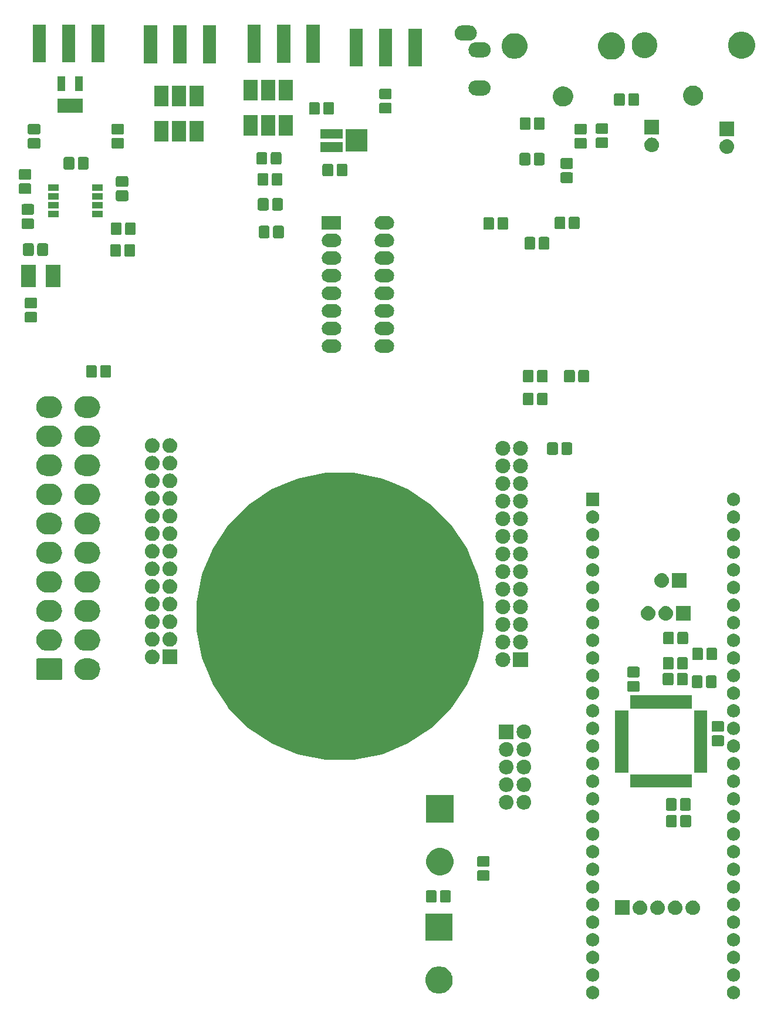
<source format=gts>
G04 #@! TF.GenerationSoftware,KiCad,Pcbnew,6.0.0-rc1-unknown-e7fa02a~66~ubuntu18.04.1*
G04 #@! TF.CreationDate,2021-05-26T18:29:17-07:00
G04 #@! TF.ProjectId,rp_adapter,72705f61-6461-4707-9465-722e6b696361,rev?*
G04 #@! TF.SameCoordinates,Original*
G04 #@! TF.FileFunction,Soldermask,Top*
G04 #@! TF.FilePolarity,Negative*
%FSLAX46Y46*%
G04 Gerber Fmt 4.6, Leading zero omitted, Abs format (unit mm)*
G04 Created by KiCad (PCBNEW 6.0.0-rc1-unknown-e7fa02a~66~ubuntu18.04.1) date Wed 26 May 2021 06:29:17 PM PDT*
%MOMM*%
%LPD*%
G04 APERTURE LIST*
%ADD10C,0.100000*%
G04 APERTURE END LIST*
D10*
G36*
X162632603Y-165927968D02*
G01*
X162632606Y-165927969D01*
X162632605Y-165927969D01*
X162807678Y-166000486D01*
X162807679Y-166000487D01*
X162965241Y-166105767D01*
X163099233Y-166239759D01*
X163099234Y-166239761D01*
X163204514Y-166397322D01*
X163260603Y-166532734D01*
X163277032Y-166572397D01*
X163314000Y-166758250D01*
X163314000Y-166947750D01*
X163277032Y-167133603D01*
X163277031Y-167133605D01*
X163204514Y-167308678D01*
X163204513Y-167308679D01*
X163099233Y-167466241D01*
X162965241Y-167600233D01*
X162885923Y-167653232D01*
X162807678Y-167705514D01*
X162672266Y-167761603D01*
X162632603Y-167778032D01*
X162446750Y-167815000D01*
X162257250Y-167815000D01*
X162071397Y-167778032D01*
X162031734Y-167761603D01*
X161896322Y-167705514D01*
X161818077Y-167653232D01*
X161738759Y-167600233D01*
X161604767Y-167466241D01*
X161499487Y-167308679D01*
X161499486Y-167308678D01*
X161426969Y-167133605D01*
X161426968Y-167133603D01*
X161390000Y-166947750D01*
X161390000Y-166758250D01*
X161426968Y-166572397D01*
X161443397Y-166532734D01*
X161499486Y-166397322D01*
X161604766Y-166239761D01*
X161604767Y-166239759D01*
X161738759Y-166105767D01*
X161896321Y-166000487D01*
X161896322Y-166000486D01*
X162071395Y-165927969D01*
X162071394Y-165927969D01*
X162071397Y-165927968D01*
X162257250Y-165891000D01*
X162446750Y-165891000D01*
X162632603Y-165927968D01*
X162632603Y-165927968D01*
G37*
G36*
X142312603Y-165927968D02*
G01*
X142312606Y-165927969D01*
X142312605Y-165927969D01*
X142487678Y-166000486D01*
X142487679Y-166000487D01*
X142645241Y-166105767D01*
X142779233Y-166239759D01*
X142779234Y-166239761D01*
X142884514Y-166397322D01*
X142940603Y-166532734D01*
X142957032Y-166572397D01*
X142994000Y-166758250D01*
X142994000Y-166947750D01*
X142957032Y-167133603D01*
X142957031Y-167133605D01*
X142884514Y-167308678D01*
X142884513Y-167308679D01*
X142779233Y-167466241D01*
X142645241Y-167600233D01*
X142565923Y-167653232D01*
X142487678Y-167705514D01*
X142352266Y-167761603D01*
X142312603Y-167778032D01*
X142126750Y-167815000D01*
X141937250Y-167815000D01*
X141751397Y-167778032D01*
X141711734Y-167761603D01*
X141576322Y-167705514D01*
X141498077Y-167653232D01*
X141418759Y-167600233D01*
X141284767Y-167466241D01*
X141179487Y-167308679D01*
X141179486Y-167308678D01*
X141106969Y-167133605D01*
X141106968Y-167133603D01*
X141070000Y-166947750D01*
X141070000Y-166758250D01*
X141106968Y-166572397D01*
X141123397Y-166532734D01*
X141179486Y-166397322D01*
X141284766Y-166239761D01*
X141284767Y-166239759D01*
X141418759Y-166105767D01*
X141576321Y-166000487D01*
X141576322Y-166000486D01*
X141751395Y-165927969D01*
X141751394Y-165927969D01*
X141751397Y-165927968D01*
X141937250Y-165891000D01*
X142126750Y-165891000D01*
X142312603Y-165927968D01*
X142312603Y-165927968D01*
G37*
G36*
X120434739Y-163142340D02*
G01*
X120583270Y-163203864D01*
X120793324Y-163290871D01*
X121116047Y-163506508D01*
X121390492Y-163780953D01*
X121606129Y-164103676D01*
X121653587Y-164218250D01*
X121732081Y-164407750D01*
X121754660Y-164462262D01*
X121830380Y-164842933D01*
X121830380Y-165231067D01*
X121754660Y-165611738D01*
X121606129Y-165970324D01*
X121390492Y-166293047D01*
X121116047Y-166567492D01*
X120793324Y-166783129D01*
X120583270Y-166870136D01*
X120434739Y-166931660D01*
X120054067Y-167007380D01*
X119665933Y-167007380D01*
X119285261Y-166931660D01*
X119136730Y-166870136D01*
X118926676Y-166783129D01*
X118603953Y-166567492D01*
X118329508Y-166293047D01*
X118113871Y-165970324D01*
X117965340Y-165611738D01*
X117889620Y-165231067D01*
X117889620Y-164842933D01*
X117965340Y-164462262D01*
X117987920Y-164407750D01*
X118066413Y-164218250D01*
X118113871Y-164103676D01*
X118329508Y-163780953D01*
X118603953Y-163506508D01*
X118926676Y-163290871D01*
X119136730Y-163203864D01*
X119285261Y-163142340D01*
X119665933Y-163066620D01*
X120054067Y-163066620D01*
X120434739Y-163142340D01*
X120434739Y-163142340D01*
G37*
G36*
X162632603Y-163387968D02*
G01*
X162632606Y-163387969D01*
X162632605Y-163387969D01*
X162807678Y-163460486D01*
X162807679Y-163460487D01*
X162965241Y-163565767D01*
X163099233Y-163699759D01*
X163099234Y-163699761D01*
X163204514Y-163857322D01*
X163260603Y-163992734D01*
X163277032Y-164032397D01*
X163314000Y-164218250D01*
X163314000Y-164407750D01*
X163277032Y-164593603D01*
X163277031Y-164593605D01*
X163204514Y-164768678D01*
X163204513Y-164768679D01*
X163099233Y-164926241D01*
X162965241Y-165060233D01*
X162885923Y-165113232D01*
X162807678Y-165165514D01*
X162672266Y-165221603D01*
X162632603Y-165238032D01*
X162446750Y-165275000D01*
X162257250Y-165275000D01*
X162071397Y-165238032D01*
X162031734Y-165221603D01*
X161896322Y-165165514D01*
X161818077Y-165113232D01*
X161738759Y-165060233D01*
X161604767Y-164926241D01*
X161499487Y-164768679D01*
X161499486Y-164768678D01*
X161426969Y-164593605D01*
X161426968Y-164593603D01*
X161390000Y-164407750D01*
X161390000Y-164218250D01*
X161426968Y-164032397D01*
X161443397Y-163992734D01*
X161499486Y-163857322D01*
X161604766Y-163699761D01*
X161604767Y-163699759D01*
X161738759Y-163565767D01*
X161896321Y-163460487D01*
X161896322Y-163460486D01*
X162071395Y-163387969D01*
X162071394Y-163387969D01*
X162071397Y-163387968D01*
X162257250Y-163351000D01*
X162446750Y-163351000D01*
X162632603Y-163387968D01*
X162632603Y-163387968D01*
G37*
G36*
X142312603Y-163387968D02*
G01*
X142312606Y-163387969D01*
X142312605Y-163387969D01*
X142487678Y-163460486D01*
X142487679Y-163460487D01*
X142645241Y-163565767D01*
X142779233Y-163699759D01*
X142779234Y-163699761D01*
X142884514Y-163857322D01*
X142940603Y-163992734D01*
X142957032Y-164032397D01*
X142994000Y-164218250D01*
X142994000Y-164407750D01*
X142957032Y-164593603D01*
X142957031Y-164593605D01*
X142884514Y-164768678D01*
X142884513Y-164768679D01*
X142779233Y-164926241D01*
X142645241Y-165060233D01*
X142565923Y-165113232D01*
X142487678Y-165165514D01*
X142352266Y-165221603D01*
X142312603Y-165238032D01*
X142126750Y-165275000D01*
X141937250Y-165275000D01*
X141751397Y-165238032D01*
X141711734Y-165221603D01*
X141576322Y-165165514D01*
X141498077Y-165113232D01*
X141418759Y-165060233D01*
X141284767Y-164926241D01*
X141179487Y-164768679D01*
X141179486Y-164768678D01*
X141106969Y-164593605D01*
X141106968Y-164593603D01*
X141070000Y-164407750D01*
X141070000Y-164218250D01*
X141106968Y-164032397D01*
X141123397Y-163992734D01*
X141179486Y-163857322D01*
X141284766Y-163699761D01*
X141284767Y-163699759D01*
X141418759Y-163565767D01*
X141576321Y-163460487D01*
X141576322Y-163460486D01*
X141751395Y-163387969D01*
X141751394Y-163387969D01*
X141751397Y-163387968D01*
X141937250Y-163351000D01*
X142126750Y-163351000D01*
X142312603Y-163387968D01*
X142312603Y-163387968D01*
G37*
G36*
X142312603Y-160847968D02*
G01*
X142312606Y-160847969D01*
X142312605Y-160847969D01*
X142487678Y-160920486D01*
X142487679Y-160920487D01*
X142645241Y-161025767D01*
X142779233Y-161159759D01*
X142779234Y-161159761D01*
X142884514Y-161317322D01*
X142940603Y-161452734D01*
X142957032Y-161492397D01*
X142994000Y-161678250D01*
X142994000Y-161867750D01*
X142957032Y-162053603D01*
X142957031Y-162053605D01*
X142884514Y-162228678D01*
X142884513Y-162228679D01*
X142779233Y-162386241D01*
X142645241Y-162520233D01*
X142565923Y-162573232D01*
X142487678Y-162625514D01*
X142352266Y-162681603D01*
X142312603Y-162698032D01*
X142126750Y-162735000D01*
X141937250Y-162735000D01*
X141751397Y-162698032D01*
X141711734Y-162681603D01*
X141576322Y-162625514D01*
X141498077Y-162573232D01*
X141418759Y-162520233D01*
X141284767Y-162386241D01*
X141179487Y-162228679D01*
X141179486Y-162228678D01*
X141106969Y-162053605D01*
X141106968Y-162053603D01*
X141070000Y-161867750D01*
X141070000Y-161678250D01*
X141106968Y-161492397D01*
X141123397Y-161452734D01*
X141179486Y-161317322D01*
X141284766Y-161159761D01*
X141284767Y-161159759D01*
X141418759Y-161025767D01*
X141576321Y-160920487D01*
X141576322Y-160920486D01*
X141751395Y-160847969D01*
X141751394Y-160847969D01*
X141751397Y-160847968D01*
X141937250Y-160811000D01*
X142126750Y-160811000D01*
X142312603Y-160847968D01*
X142312603Y-160847968D01*
G37*
G36*
X162632603Y-160847968D02*
G01*
X162632606Y-160847969D01*
X162632605Y-160847969D01*
X162807678Y-160920486D01*
X162807679Y-160920487D01*
X162965241Y-161025767D01*
X163099233Y-161159759D01*
X163099234Y-161159761D01*
X163204514Y-161317322D01*
X163260603Y-161452734D01*
X163277032Y-161492397D01*
X163314000Y-161678250D01*
X163314000Y-161867750D01*
X163277032Y-162053603D01*
X163277031Y-162053605D01*
X163204514Y-162228678D01*
X163204513Y-162228679D01*
X163099233Y-162386241D01*
X162965241Y-162520233D01*
X162885923Y-162573232D01*
X162807678Y-162625514D01*
X162672266Y-162681603D01*
X162632603Y-162698032D01*
X162446750Y-162735000D01*
X162257250Y-162735000D01*
X162071397Y-162698032D01*
X162031734Y-162681603D01*
X161896322Y-162625514D01*
X161818077Y-162573232D01*
X161738759Y-162520233D01*
X161604767Y-162386241D01*
X161499487Y-162228679D01*
X161499486Y-162228678D01*
X161426969Y-162053605D01*
X161426968Y-162053603D01*
X161390000Y-161867750D01*
X161390000Y-161678250D01*
X161426968Y-161492397D01*
X161443397Y-161452734D01*
X161499486Y-161317322D01*
X161604766Y-161159761D01*
X161604767Y-161159759D01*
X161738759Y-161025767D01*
X161896321Y-160920487D01*
X161896322Y-160920486D01*
X162071395Y-160847969D01*
X162071394Y-160847969D01*
X162071397Y-160847968D01*
X162257250Y-160811000D01*
X162446750Y-160811000D01*
X162632603Y-160847968D01*
X162632603Y-160847968D01*
G37*
G36*
X162632603Y-158307968D02*
G01*
X162632606Y-158307969D01*
X162632605Y-158307969D01*
X162807678Y-158380486D01*
X162807679Y-158380487D01*
X162965241Y-158485767D01*
X163099233Y-158619759D01*
X163099234Y-158619761D01*
X163204514Y-158777322D01*
X163260603Y-158912734D01*
X163277032Y-158952397D01*
X163314000Y-159138250D01*
X163314000Y-159327750D01*
X163277032Y-159513603D01*
X163277031Y-159513605D01*
X163204514Y-159688678D01*
X163204513Y-159688679D01*
X163099233Y-159846241D01*
X162965241Y-159980233D01*
X162885923Y-160033232D01*
X162807678Y-160085514D01*
X162672266Y-160141603D01*
X162632603Y-160158032D01*
X162446750Y-160195000D01*
X162257250Y-160195000D01*
X162071397Y-160158032D01*
X162031734Y-160141603D01*
X161896322Y-160085514D01*
X161818077Y-160033232D01*
X161738759Y-159980233D01*
X161604767Y-159846241D01*
X161499487Y-159688679D01*
X161499486Y-159688678D01*
X161426969Y-159513605D01*
X161426968Y-159513603D01*
X161390000Y-159327750D01*
X161390000Y-159138250D01*
X161426968Y-158952397D01*
X161443397Y-158912734D01*
X161499486Y-158777322D01*
X161604766Y-158619761D01*
X161604767Y-158619759D01*
X161738759Y-158485767D01*
X161896321Y-158380487D01*
X161896322Y-158380486D01*
X162071395Y-158307969D01*
X162071394Y-158307969D01*
X162071397Y-158307968D01*
X162257250Y-158271000D01*
X162446750Y-158271000D01*
X162632603Y-158307968D01*
X162632603Y-158307968D01*
G37*
G36*
X142312603Y-158307968D02*
G01*
X142312606Y-158307969D01*
X142312605Y-158307969D01*
X142487678Y-158380486D01*
X142487679Y-158380487D01*
X142645241Y-158485767D01*
X142779233Y-158619759D01*
X142779234Y-158619761D01*
X142884514Y-158777322D01*
X142940603Y-158912734D01*
X142957032Y-158952397D01*
X142994000Y-159138250D01*
X142994000Y-159327750D01*
X142957032Y-159513603D01*
X142957031Y-159513605D01*
X142884514Y-159688678D01*
X142884513Y-159688679D01*
X142779233Y-159846241D01*
X142645241Y-159980233D01*
X142565923Y-160033232D01*
X142487678Y-160085514D01*
X142352266Y-160141603D01*
X142312603Y-160158032D01*
X142126750Y-160195000D01*
X141937250Y-160195000D01*
X141751397Y-160158032D01*
X141711734Y-160141603D01*
X141576322Y-160085514D01*
X141498077Y-160033232D01*
X141418759Y-159980233D01*
X141284767Y-159846241D01*
X141179487Y-159688679D01*
X141179486Y-159688678D01*
X141106969Y-159513605D01*
X141106968Y-159513603D01*
X141070000Y-159327750D01*
X141070000Y-159138250D01*
X141106968Y-158952397D01*
X141123397Y-158912734D01*
X141179486Y-158777322D01*
X141284766Y-158619761D01*
X141284767Y-158619759D01*
X141418759Y-158485767D01*
X141576321Y-158380487D01*
X141576322Y-158380486D01*
X141751395Y-158307969D01*
X141751394Y-158307969D01*
X141751397Y-158307968D01*
X141937250Y-158271000D01*
X142126750Y-158271000D01*
X142312603Y-158307968D01*
X142312603Y-158307968D01*
G37*
G36*
X121830380Y-159387380D02*
G01*
X117889620Y-159387380D01*
X117889620Y-155446620D01*
X121830380Y-155446620D01*
X121830380Y-159387380D01*
X121830380Y-159387380D01*
G37*
G36*
X142312603Y-155767968D02*
G01*
X142312606Y-155767969D01*
X142312605Y-155767969D01*
X142487678Y-155840486D01*
X142487679Y-155840487D01*
X142645241Y-155945767D01*
X142779233Y-156079759D01*
X142779234Y-156079761D01*
X142884514Y-156237322D01*
X142940603Y-156372734D01*
X142957032Y-156412397D01*
X142994000Y-156598250D01*
X142994000Y-156787750D01*
X142957032Y-156973603D01*
X142957031Y-156973605D01*
X142884514Y-157148678D01*
X142884513Y-157148679D01*
X142779233Y-157306241D01*
X142645241Y-157440233D01*
X142565923Y-157493232D01*
X142487678Y-157545514D01*
X142352266Y-157601603D01*
X142312603Y-157618032D01*
X142126750Y-157655000D01*
X141937250Y-157655000D01*
X141751397Y-157618032D01*
X141711734Y-157601603D01*
X141576322Y-157545514D01*
X141498077Y-157493232D01*
X141418759Y-157440233D01*
X141284767Y-157306241D01*
X141179487Y-157148679D01*
X141179486Y-157148678D01*
X141106969Y-156973605D01*
X141106968Y-156973603D01*
X141070000Y-156787750D01*
X141070000Y-156598250D01*
X141106968Y-156412397D01*
X141123397Y-156372734D01*
X141179486Y-156237322D01*
X141284766Y-156079761D01*
X141284767Y-156079759D01*
X141418759Y-155945767D01*
X141576321Y-155840487D01*
X141576322Y-155840486D01*
X141751395Y-155767969D01*
X141751394Y-155767969D01*
X141751397Y-155767968D01*
X141937250Y-155731000D01*
X142126750Y-155731000D01*
X142312603Y-155767968D01*
X142312603Y-155767968D01*
G37*
G36*
X162632603Y-155767968D02*
G01*
X162632606Y-155767969D01*
X162632605Y-155767969D01*
X162807678Y-155840486D01*
X162807679Y-155840487D01*
X162965241Y-155945767D01*
X163099233Y-156079759D01*
X163099234Y-156079761D01*
X163204514Y-156237322D01*
X163260603Y-156372734D01*
X163277032Y-156412397D01*
X163314000Y-156598250D01*
X163314000Y-156787750D01*
X163277032Y-156973603D01*
X163277031Y-156973605D01*
X163204514Y-157148678D01*
X163204513Y-157148679D01*
X163099233Y-157306241D01*
X162965241Y-157440233D01*
X162885923Y-157493232D01*
X162807678Y-157545514D01*
X162672266Y-157601603D01*
X162632603Y-157618032D01*
X162446750Y-157655000D01*
X162257250Y-157655000D01*
X162071397Y-157618032D01*
X162031734Y-157601603D01*
X161896322Y-157545514D01*
X161818077Y-157493232D01*
X161738759Y-157440233D01*
X161604767Y-157306241D01*
X161499487Y-157148679D01*
X161499486Y-157148678D01*
X161426969Y-156973605D01*
X161426968Y-156973603D01*
X161390000Y-156787750D01*
X161390000Y-156598250D01*
X161426968Y-156412397D01*
X161443397Y-156372734D01*
X161499486Y-156237322D01*
X161604766Y-156079761D01*
X161604767Y-156079759D01*
X161738759Y-155945767D01*
X161896321Y-155840487D01*
X161896322Y-155840486D01*
X162071395Y-155767969D01*
X162071394Y-155767969D01*
X162071397Y-155767968D01*
X162257250Y-155731000D01*
X162446750Y-155731000D01*
X162632603Y-155767968D01*
X162632603Y-155767968D01*
G37*
G36*
X147371000Y-155660000D02*
G01*
X145271000Y-155660000D01*
X145271000Y-153560000D01*
X147371000Y-153560000D01*
X147371000Y-155660000D01*
X147371000Y-155660000D01*
G37*
G36*
X148989707Y-153567597D02*
G01*
X149066836Y-153575193D01*
X149163633Y-153604556D01*
X149264763Y-153635233D01*
X149447172Y-153732733D01*
X149607054Y-153863946D01*
X149738267Y-154023828D01*
X149835767Y-154206237D01*
X149855780Y-154272213D01*
X149895807Y-154404164D01*
X149916080Y-154610000D01*
X149895807Y-154815836D01*
X149870205Y-154900234D01*
X149835767Y-155013763D01*
X149738267Y-155196172D01*
X149607054Y-155356054D01*
X149447172Y-155487267D01*
X149264763Y-155584767D01*
X149198787Y-155604780D01*
X149066836Y-155644807D01*
X148989707Y-155652403D01*
X148912580Y-155660000D01*
X148809420Y-155660000D01*
X148732293Y-155652403D01*
X148655164Y-155644807D01*
X148523213Y-155604780D01*
X148457237Y-155584767D01*
X148274828Y-155487267D01*
X148114946Y-155356054D01*
X147983733Y-155196172D01*
X147886233Y-155013763D01*
X147851795Y-154900234D01*
X147826193Y-154815836D01*
X147805920Y-154610000D01*
X147826193Y-154404164D01*
X147866220Y-154272213D01*
X147886233Y-154206237D01*
X147983733Y-154023828D01*
X148114946Y-153863946D01*
X148274828Y-153732733D01*
X148457237Y-153635233D01*
X148558367Y-153604556D01*
X148655164Y-153575193D01*
X148732293Y-153567597D01*
X148809420Y-153560000D01*
X148912580Y-153560000D01*
X148989707Y-153567597D01*
X148989707Y-153567597D01*
G37*
G36*
X156609707Y-153567597D02*
G01*
X156686836Y-153575193D01*
X156783633Y-153604556D01*
X156884763Y-153635233D01*
X157067172Y-153732733D01*
X157227054Y-153863946D01*
X157358267Y-154023828D01*
X157455767Y-154206237D01*
X157475780Y-154272213D01*
X157515807Y-154404164D01*
X157536080Y-154610000D01*
X157515807Y-154815836D01*
X157490205Y-154900234D01*
X157455767Y-155013763D01*
X157358267Y-155196172D01*
X157227054Y-155356054D01*
X157067172Y-155487267D01*
X156884763Y-155584767D01*
X156818787Y-155604780D01*
X156686836Y-155644807D01*
X156609707Y-155652403D01*
X156532580Y-155660000D01*
X156429420Y-155660000D01*
X156352293Y-155652403D01*
X156275164Y-155644807D01*
X156143213Y-155604780D01*
X156077237Y-155584767D01*
X155894828Y-155487267D01*
X155734946Y-155356054D01*
X155603733Y-155196172D01*
X155506233Y-155013763D01*
X155471795Y-154900234D01*
X155446193Y-154815836D01*
X155425920Y-154610000D01*
X155446193Y-154404164D01*
X155486220Y-154272213D01*
X155506233Y-154206237D01*
X155603733Y-154023828D01*
X155734946Y-153863946D01*
X155894828Y-153732733D01*
X156077237Y-153635233D01*
X156178367Y-153604556D01*
X156275164Y-153575193D01*
X156352293Y-153567597D01*
X156429420Y-153560000D01*
X156532580Y-153560000D01*
X156609707Y-153567597D01*
X156609707Y-153567597D01*
G37*
G36*
X151529707Y-153567597D02*
G01*
X151606836Y-153575193D01*
X151703633Y-153604556D01*
X151804763Y-153635233D01*
X151987172Y-153732733D01*
X152147054Y-153863946D01*
X152278267Y-154023828D01*
X152375767Y-154206237D01*
X152395780Y-154272213D01*
X152435807Y-154404164D01*
X152456080Y-154610000D01*
X152435807Y-154815836D01*
X152410205Y-154900234D01*
X152375767Y-155013763D01*
X152278267Y-155196172D01*
X152147054Y-155356054D01*
X151987172Y-155487267D01*
X151804763Y-155584767D01*
X151738787Y-155604780D01*
X151606836Y-155644807D01*
X151529707Y-155652403D01*
X151452580Y-155660000D01*
X151349420Y-155660000D01*
X151272293Y-155652403D01*
X151195164Y-155644807D01*
X151063213Y-155604780D01*
X150997237Y-155584767D01*
X150814828Y-155487267D01*
X150654946Y-155356054D01*
X150523733Y-155196172D01*
X150426233Y-155013763D01*
X150391795Y-154900234D01*
X150366193Y-154815836D01*
X150345920Y-154610000D01*
X150366193Y-154404164D01*
X150406220Y-154272213D01*
X150426233Y-154206237D01*
X150523733Y-154023828D01*
X150654946Y-153863946D01*
X150814828Y-153732733D01*
X150997237Y-153635233D01*
X151098367Y-153604556D01*
X151195164Y-153575193D01*
X151272293Y-153567597D01*
X151349420Y-153560000D01*
X151452580Y-153560000D01*
X151529707Y-153567597D01*
X151529707Y-153567597D01*
G37*
G36*
X154069707Y-153567597D02*
G01*
X154146836Y-153575193D01*
X154243633Y-153604556D01*
X154344763Y-153635233D01*
X154527172Y-153732733D01*
X154687054Y-153863946D01*
X154818267Y-154023828D01*
X154915767Y-154206237D01*
X154935780Y-154272213D01*
X154975807Y-154404164D01*
X154996080Y-154610000D01*
X154975807Y-154815836D01*
X154950205Y-154900234D01*
X154915767Y-155013763D01*
X154818267Y-155196172D01*
X154687054Y-155356054D01*
X154527172Y-155487267D01*
X154344763Y-155584767D01*
X154278787Y-155604780D01*
X154146836Y-155644807D01*
X154069707Y-155652403D01*
X153992580Y-155660000D01*
X153889420Y-155660000D01*
X153812293Y-155652403D01*
X153735164Y-155644807D01*
X153603213Y-155604780D01*
X153537237Y-155584767D01*
X153354828Y-155487267D01*
X153194946Y-155356054D01*
X153063733Y-155196172D01*
X152966233Y-155013763D01*
X152931795Y-154900234D01*
X152906193Y-154815836D01*
X152885920Y-154610000D01*
X152906193Y-154404164D01*
X152946220Y-154272213D01*
X152966233Y-154206237D01*
X153063733Y-154023828D01*
X153194946Y-153863946D01*
X153354828Y-153732733D01*
X153537237Y-153635233D01*
X153638367Y-153604556D01*
X153735164Y-153575193D01*
X153812293Y-153567597D01*
X153889420Y-153560000D01*
X153992580Y-153560000D01*
X154069707Y-153567597D01*
X154069707Y-153567597D01*
G37*
G36*
X162632603Y-153227968D02*
G01*
X162632606Y-153227969D01*
X162632605Y-153227969D01*
X162807678Y-153300486D01*
X162807679Y-153300487D01*
X162965241Y-153405767D01*
X163099233Y-153539759D01*
X163122909Y-153575193D01*
X163204514Y-153697322D01*
X163255417Y-153820213D01*
X163277032Y-153872397D01*
X163314000Y-154058250D01*
X163314000Y-154247750D01*
X163277032Y-154433603D01*
X163277031Y-154433605D01*
X163204514Y-154608678D01*
X163152232Y-154686923D01*
X163099233Y-154766241D01*
X162965241Y-154900233D01*
X162885923Y-154953232D01*
X162807678Y-155005514D01*
X162672266Y-155061603D01*
X162632603Y-155078032D01*
X162446750Y-155115000D01*
X162257250Y-155115000D01*
X162071397Y-155078032D01*
X162031734Y-155061603D01*
X161896322Y-155005514D01*
X161818077Y-154953232D01*
X161738759Y-154900233D01*
X161604767Y-154766241D01*
X161551768Y-154686923D01*
X161499486Y-154608678D01*
X161426969Y-154433605D01*
X161426968Y-154433603D01*
X161390000Y-154247750D01*
X161390000Y-154058250D01*
X161426968Y-153872397D01*
X161448583Y-153820213D01*
X161499486Y-153697322D01*
X161581091Y-153575193D01*
X161604767Y-153539759D01*
X161738759Y-153405767D01*
X161896321Y-153300487D01*
X161896322Y-153300486D01*
X162071395Y-153227969D01*
X162071394Y-153227969D01*
X162071397Y-153227968D01*
X162257250Y-153191000D01*
X162446750Y-153191000D01*
X162632603Y-153227968D01*
X162632603Y-153227968D01*
G37*
G36*
X142312603Y-153227968D02*
G01*
X142312606Y-153227969D01*
X142312605Y-153227969D01*
X142487678Y-153300486D01*
X142487679Y-153300487D01*
X142645241Y-153405767D01*
X142779233Y-153539759D01*
X142802909Y-153575193D01*
X142884514Y-153697322D01*
X142935417Y-153820213D01*
X142957032Y-153872397D01*
X142994000Y-154058250D01*
X142994000Y-154247750D01*
X142957032Y-154433603D01*
X142957031Y-154433605D01*
X142884514Y-154608678D01*
X142832232Y-154686923D01*
X142779233Y-154766241D01*
X142645241Y-154900233D01*
X142565923Y-154953232D01*
X142487678Y-155005514D01*
X142352266Y-155061603D01*
X142312603Y-155078032D01*
X142126750Y-155115000D01*
X141937250Y-155115000D01*
X141751397Y-155078032D01*
X141711734Y-155061603D01*
X141576322Y-155005514D01*
X141498077Y-154953232D01*
X141418759Y-154900233D01*
X141284767Y-154766241D01*
X141231768Y-154686923D01*
X141179486Y-154608678D01*
X141106969Y-154433605D01*
X141106968Y-154433603D01*
X141070000Y-154247750D01*
X141070000Y-154058250D01*
X141106968Y-153872397D01*
X141128583Y-153820213D01*
X141179486Y-153697322D01*
X141261091Y-153575193D01*
X141284767Y-153539759D01*
X141418759Y-153405767D01*
X141576321Y-153300487D01*
X141576322Y-153300486D01*
X141751395Y-153227969D01*
X141751394Y-153227969D01*
X141751397Y-153227968D01*
X141937250Y-153191000D01*
X142126750Y-153191000D01*
X142312603Y-153227968D01*
X142312603Y-153227968D01*
G37*
G36*
X121345530Y-152082710D02*
G01*
X121395379Y-152097831D01*
X121441311Y-152122382D01*
X121481574Y-152155426D01*
X121514618Y-152195689D01*
X121539169Y-152241621D01*
X121554290Y-152291470D01*
X121560000Y-152349444D01*
X121560000Y-153604556D01*
X121554290Y-153662530D01*
X121539169Y-153712379D01*
X121514618Y-153758311D01*
X121481574Y-153798574D01*
X121441311Y-153831618D01*
X121395379Y-153856169D01*
X121345530Y-153871290D01*
X121287556Y-153877000D01*
X120282444Y-153877000D01*
X120224470Y-153871290D01*
X120174621Y-153856169D01*
X120128689Y-153831618D01*
X120088426Y-153798574D01*
X120055382Y-153758311D01*
X120030831Y-153712379D01*
X120015710Y-153662530D01*
X120010000Y-153604556D01*
X120010000Y-152349444D01*
X120015710Y-152291470D01*
X120030831Y-152241621D01*
X120055382Y-152195689D01*
X120088426Y-152155426D01*
X120128689Y-152122382D01*
X120174621Y-152097831D01*
X120224470Y-152082710D01*
X120282444Y-152077000D01*
X121287556Y-152077000D01*
X121345530Y-152082710D01*
X121345530Y-152082710D01*
G37*
G36*
X119295530Y-152082710D02*
G01*
X119345379Y-152097831D01*
X119391311Y-152122382D01*
X119431574Y-152155426D01*
X119464618Y-152195689D01*
X119489169Y-152241621D01*
X119504290Y-152291470D01*
X119510000Y-152349444D01*
X119510000Y-153604556D01*
X119504290Y-153662530D01*
X119489169Y-153712379D01*
X119464618Y-153758311D01*
X119431574Y-153798574D01*
X119391311Y-153831618D01*
X119345379Y-153856169D01*
X119295530Y-153871290D01*
X119237556Y-153877000D01*
X118232444Y-153877000D01*
X118174470Y-153871290D01*
X118124621Y-153856169D01*
X118078689Y-153831618D01*
X118038426Y-153798574D01*
X118005382Y-153758311D01*
X117980831Y-153712379D01*
X117965710Y-153662530D01*
X117960000Y-153604556D01*
X117960000Y-152349444D01*
X117965710Y-152291470D01*
X117980831Y-152241621D01*
X118005382Y-152195689D01*
X118038426Y-152155426D01*
X118078689Y-152122382D01*
X118124621Y-152097831D01*
X118174470Y-152082710D01*
X118232444Y-152077000D01*
X119237556Y-152077000D01*
X119295530Y-152082710D01*
X119295530Y-152082710D01*
G37*
G36*
X162632603Y-150687968D02*
G01*
X162632606Y-150687969D01*
X162632605Y-150687969D01*
X162807678Y-150760486D01*
X162807679Y-150760487D01*
X162965241Y-150865767D01*
X163099233Y-150999759D01*
X163099234Y-150999761D01*
X163204514Y-151157322D01*
X163260603Y-151292734D01*
X163277032Y-151332397D01*
X163314000Y-151518250D01*
X163314000Y-151707750D01*
X163277032Y-151893603D01*
X163277031Y-151893605D01*
X163204514Y-152068678D01*
X163204513Y-152068679D01*
X163099233Y-152226241D01*
X162965241Y-152360233D01*
X162885923Y-152413232D01*
X162807678Y-152465514D01*
X162672266Y-152521603D01*
X162632603Y-152538032D01*
X162446750Y-152575000D01*
X162257250Y-152575000D01*
X162071397Y-152538032D01*
X162031734Y-152521603D01*
X161896322Y-152465514D01*
X161818077Y-152413232D01*
X161738759Y-152360233D01*
X161604767Y-152226241D01*
X161499487Y-152068679D01*
X161499486Y-152068678D01*
X161426969Y-151893605D01*
X161426968Y-151893603D01*
X161390000Y-151707750D01*
X161390000Y-151518250D01*
X161426968Y-151332397D01*
X161443397Y-151292734D01*
X161499486Y-151157322D01*
X161604766Y-150999761D01*
X161604767Y-150999759D01*
X161738759Y-150865767D01*
X161896321Y-150760487D01*
X161896322Y-150760486D01*
X162071395Y-150687969D01*
X162071394Y-150687969D01*
X162071397Y-150687968D01*
X162257250Y-150651000D01*
X162446750Y-150651000D01*
X162632603Y-150687968D01*
X162632603Y-150687968D01*
G37*
G36*
X142312603Y-150687968D02*
G01*
X142312606Y-150687969D01*
X142312605Y-150687969D01*
X142487678Y-150760486D01*
X142487679Y-150760487D01*
X142645241Y-150865767D01*
X142779233Y-150999759D01*
X142779234Y-150999761D01*
X142884514Y-151157322D01*
X142940603Y-151292734D01*
X142957032Y-151332397D01*
X142994000Y-151518250D01*
X142994000Y-151707750D01*
X142957032Y-151893603D01*
X142957031Y-151893605D01*
X142884514Y-152068678D01*
X142884513Y-152068679D01*
X142779233Y-152226241D01*
X142645241Y-152360233D01*
X142565923Y-152413232D01*
X142487678Y-152465514D01*
X142352266Y-152521603D01*
X142312603Y-152538032D01*
X142126750Y-152575000D01*
X141937250Y-152575000D01*
X141751397Y-152538032D01*
X141711734Y-152521603D01*
X141576322Y-152465514D01*
X141498077Y-152413232D01*
X141418759Y-152360233D01*
X141284767Y-152226241D01*
X141179487Y-152068679D01*
X141179486Y-152068678D01*
X141106969Y-151893605D01*
X141106968Y-151893603D01*
X141070000Y-151707750D01*
X141070000Y-151518250D01*
X141106968Y-151332397D01*
X141123397Y-151292734D01*
X141179486Y-151157322D01*
X141284766Y-150999761D01*
X141284767Y-150999759D01*
X141418759Y-150865767D01*
X141576321Y-150760487D01*
X141576322Y-150760486D01*
X141751395Y-150687969D01*
X141751394Y-150687969D01*
X141751397Y-150687968D01*
X141937250Y-150651000D01*
X142126750Y-150651000D01*
X142312603Y-150687968D01*
X142312603Y-150687968D01*
G37*
G36*
X126946530Y-149213710D02*
G01*
X126996379Y-149228831D01*
X127042311Y-149253382D01*
X127082574Y-149286426D01*
X127115618Y-149326689D01*
X127140169Y-149372621D01*
X127155290Y-149422470D01*
X127161000Y-149480444D01*
X127161000Y-150485556D01*
X127155290Y-150543530D01*
X127140169Y-150593379D01*
X127115618Y-150639311D01*
X127082574Y-150679574D01*
X127042311Y-150712618D01*
X126996379Y-150737169D01*
X126946530Y-150752290D01*
X126888556Y-150758000D01*
X125633444Y-150758000D01*
X125575470Y-150752290D01*
X125525621Y-150737169D01*
X125479689Y-150712618D01*
X125439426Y-150679574D01*
X125406382Y-150639311D01*
X125381831Y-150593379D01*
X125366710Y-150543530D01*
X125361000Y-150485556D01*
X125361000Y-149480444D01*
X125366710Y-149422470D01*
X125381831Y-149372621D01*
X125406382Y-149326689D01*
X125439426Y-149286426D01*
X125479689Y-149253382D01*
X125525621Y-149228831D01*
X125575470Y-149213710D01*
X125633444Y-149208000D01*
X126888556Y-149208000D01*
X126946530Y-149213710D01*
X126946530Y-149213710D01*
G37*
G36*
X162632603Y-148147968D02*
G01*
X162632606Y-148147969D01*
X162632605Y-148147969D01*
X162807678Y-148220486D01*
X162807679Y-148220487D01*
X162965241Y-148325767D01*
X163099233Y-148459759D01*
X163099234Y-148459761D01*
X163204514Y-148617322D01*
X163242074Y-148708000D01*
X163277032Y-148792397D01*
X163314000Y-148978250D01*
X163314000Y-149167750D01*
X163277032Y-149353603D01*
X163277031Y-149353605D01*
X163204514Y-149528678D01*
X163204513Y-149528679D01*
X163099233Y-149686241D01*
X162965241Y-149820233D01*
X162903241Y-149861660D01*
X162807678Y-149925514D01*
X162672266Y-149981603D01*
X162632603Y-149998032D01*
X162446750Y-150035000D01*
X162257250Y-150035000D01*
X162071397Y-149998032D01*
X162031734Y-149981603D01*
X161896322Y-149925514D01*
X161800759Y-149861660D01*
X161738759Y-149820233D01*
X161604767Y-149686241D01*
X161499487Y-149528679D01*
X161499486Y-149528678D01*
X161426969Y-149353605D01*
X161426968Y-149353603D01*
X161390000Y-149167750D01*
X161390000Y-148978250D01*
X161426968Y-148792397D01*
X161461926Y-148708000D01*
X161499486Y-148617322D01*
X161604766Y-148459761D01*
X161604767Y-148459759D01*
X161738759Y-148325767D01*
X161896321Y-148220487D01*
X161896322Y-148220486D01*
X162071395Y-148147969D01*
X162071394Y-148147969D01*
X162071397Y-148147968D01*
X162257250Y-148111000D01*
X162446750Y-148111000D01*
X162632603Y-148147968D01*
X162632603Y-148147968D01*
G37*
G36*
X142312603Y-148147968D02*
G01*
X142312606Y-148147969D01*
X142312605Y-148147969D01*
X142487678Y-148220486D01*
X142487679Y-148220487D01*
X142645241Y-148325767D01*
X142779233Y-148459759D01*
X142779234Y-148459761D01*
X142884514Y-148617322D01*
X142922074Y-148708000D01*
X142957032Y-148792397D01*
X142994000Y-148978250D01*
X142994000Y-149167750D01*
X142957032Y-149353603D01*
X142957031Y-149353605D01*
X142884514Y-149528678D01*
X142884513Y-149528679D01*
X142779233Y-149686241D01*
X142645241Y-149820233D01*
X142583241Y-149861660D01*
X142487678Y-149925514D01*
X142352266Y-149981603D01*
X142312603Y-149998032D01*
X142126750Y-150035000D01*
X141937250Y-150035000D01*
X141751397Y-149998032D01*
X141711734Y-149981603D01*
X141576322Y-149925514D01*
X141480759Y-149861660D01*
X141418759Y-149820233D01*
X141284767Y-149686241D01*
X141179487Y-149528679D01*
X141179486Y-149528678D01*
X141106969Y-149353605D01*
X141106968Y-149353603D01*
X141070000Y-149167750D01*
X141070000Y-148978250D01*
X141106968Y-148792397D01*
X141141926Y-148708000D01*
X141179486Y-148617322D01*
X141284766Y-148459761D01*
X141284767Y-148459759D01*
X141418759Y-148325767D01*
X141576321Y-148220487D01*
X141576322Y-148220486D01*
X141751395Y-148147969D01*
X141751394Y-148147969D01*
X141751397Y-148147968D01*
X141937250Y-148111000D01*
X142126750Y-148111000D01*
X142312603Y-148147968D01*
X142312603Y-148147968D01*
G37*
G36*
X120564739Y-146072340D02*
G01*
X120713270Y-146133864D01*
X120923324Y-146220871D01*
X121246047Y-146436508D01*
X121520492Y-146710953D01*
X121736129Y-147033676D01*
X121820111Y-147236426D01*
X121884660Y-147392261D01*
X121960380Y-147772934D01*
X121960380Y-148161066D01*
X121884660Y-148541739D01*
X121877822Y-148558247D01*
X121736129Y-148900324D01*
X121520492Y-149223047D01*
X121246047Y-149497492D01*
X120923324Y-149713129D01*
X120713270Y-149800136D01*
X120564739Y-149861660D01*
X120184067Y-149937380D01*
X119795933Y-149937380D01*
X119415261Y-149861660D01*
X119266730Y-149800136D01*
X119056676Y-149713129D01*
X118733953Y-149497492D01*
X118459508Y-149223047D01*
X118243871Y-148900324D01*
X118102178Y-148558247D01*
X118095340Y-148541739D01*
X118019620Y-148161066D01*
X118019620Y-147772934D01*
X118095340Y-147392261D01*
X118159889Y-147236426D01*
X118243871Y-147033676D01*
X118459508Y-146710953D01*
X118733953Y-146436508D01*
X119056676Y-146220871D01*
X119266730Y-146133864D01*
X119415261Y-146072340D01*
X119795933Y-145996620D01*
X120184067Y-145996620D01*
X120564739Y-146072340D01*
X120564739Y-146072340D01*
G37*
G36*
X126946530Y-147163710D02*
G01*
X126996379Y-147178831D01*
X127042311Y-147203382D01*
X127082574Y-147236426D01*
X127115618Y-147276689D01*
X127140169Y-147322621D01*
X127155290Y-147372470D01*
X127161000Y-147430444D01*
X127161000Y-148435556D01*
X127155290Y-148493530D01*
X127140169Y-148543379D01*
X127115618Y-148589311D01*
X127082574Y-148629574D01*
X127042311Y-148662618D01*
X126996379Y-148687169D01*
X126946530Y-148702290D01*
X126888556Y-148708000D01*
X125633444Y-148708000D01*
X125575470Y-148702290D01*
X125525621Y-148687169D01*
X125479689Y-148662618D01*
X125439426Y-148629574D01*
X125406382Y-148589311D01*
X125381831Y-148543379D01*
X125366710Y-148493530D01*
X125361000Y-148435556D01*
X125361000Y-147430444D01*
X125366710Y-147372470D01*
X125381831Y-147322621D01*
X125406382Y-147276689D01*
X125439426Y-147236426D01*
X125479689Y-147203382D01*
X125525621Y-147178831D01*
X125575470Y-147163710D01*
X125633444Y-147158000D01*
X126888556Y-147158000D01*
X126946530Y-147163710D01*
X126946530Y-147163710D01*
G37*
G36*
X142312603Y-145607968D02*
G01*
X142312606Y-145607969D01*
X142312605Y-145607969D01*
X142487678Y-145680486D01*
X142487679Y-145680487D01*
X142645241Y-145785767D01*
X142779233Y-145919759D01*
X142779234Y-145919761D01*
X142884514Y-146077322D01*
X142940603Y-146212734D01*
X142957032Y-146252397D01*
X142994000Y-146438250D01*
X142994000Y-146627750D01*
X142957032Y-146813603D01*
X142957031Y-146813605D01*
X142884514Y-146988678D01*
X142884513Y-146988679D01*
X142779233Y-147146241D01*
X142645241Y-147280233D01*
X142581803Y-147322621D01*
X142487678Y-147385514D01*
X142382164Y-147429219D01*
X142312603Y-147458032D01*
X142126750Y-147495000D01*
X141937250Y-147495000D01*
X141751397Y-147458032D01*
X141681836Y-147429219D01*
X141576322Y-147385514D01*
X141482197Y-147322621D01*
X141418759Y-147280233D01*
X141284767Y-147146241D01*
X141179487Y-146988679D01*
X141179486Y-146988678D01*
X141106969Y-146813605D01*
X141106968Y-146813603D01*
X141070000Y-146627750D01*
X141070000Y-146438250D01*
X141106968Y-146252397D01*
X141123397Y-146212734D01*
X141179486Y-146077322D01*
X141284766Y-145919761D01*
X141284767Y-145919759D01*
X141418759Y-145785767D01*
X141576321Y-145680487D01*
X141576322Y-145680486D01*
X141751395Y-145607969D01*
X141751394Y-145607969D01*
X141751397Y-145607968D01*
X141937250Y-145571000D01*
X142126750Y-145571000D01*
X142312603Y-145607968D01*
X142312603Y-145607968D01*
G37*
G36*
X162632603Y-145607968D02*
G01*
X162632606Y-145607969D01*
X162632605Y-145607969D01*
X162807678Y-145680486D01*
X162807679Y-145680487D01*
X162965241Y-145785767D01*
X163099233Y-145919759D01*
X163099234Y-145919761D01*
X163204514Y-146077322D01*
X163260603Y-146212734D01*
X163277032Y-146252397D01*
X163314000Y-146438250D01*
X163314000Y-146627750D01*
X163277032Y-146813603D01*
X163277031Y-146813605D01*
X163204514Y-146988678D01*
X163204513Y-146988679D01*
X163099233Y-147146241D01*
X162965241Y-147280233D01*
X162901803Y-147322621D01*
X162807678Y-147385514D01*
X162702164Y-147429219D01*
X162632603Y-147458032D01*
X162446750Y-147495000D01*
X162257250Y-147495000D01*
X162071397Y-147458032D01*
X162001836Y-147429219D01*
X161896322Y-147385514D01*
X161802197Y-147322621D01*
X161738759Y-147280233D01*
X161604767Y-147146241D01*
X161499487Y-146988679D01*
X161499486Y-146988678D01*
X161426969Y-146813605D01*
X161426968Y-146813603D01*
X161390000Y-146627750D01*
X161390000Y-146438250D01*
X161426968Y-146252397D01*
X161443397Y-146212734D01*
X161499486Y-146077322D01*
X161604766Y-145919761D01*
X161604767Y-145919759D01*
X161738759Y-145785767D01*
X161896321Y-145680487D01*
X161896322Y-145680486D01*
X162071395Y-145607969D01*
X162071394Y-145607969D01*
X162071397Y-145607968D01*
X162257250Y-145571000D01*
X162446750Y-145571000D01*
X162632603Y-145607968D01*
X162632603Y-145607968D01*
G37*
G36*
X142312603Y-143067968D02*
G01*
X142312606Y-143067969D01*
X142312605Y-143067969D01*
X142487678Y-143140486D01*
X142487679Y-143140487D01*
X142645241Y-143245767D01*
X142779233Y-143379759D01*
X142779234Y-143379761D01*
X142884514Y-143537322D01*
X142940603Y-143672734D01*
X142957032Y-143712397D01*
X142994000Y-143898250D01*
X142994000Y-144087750D01*
X142957032Y-144273603D01*
X142957031Y-144273605D01*
X142884514Y-144448678D01*
X142884513Y-144448679D01*
X142779233Y-144606241D01*
X142645241Y-144740233D01*
X142565923Y-144793232D01*
X142487678Y-144845514D01*
X142352266Y-144901603D01*
X142312603Y-144918032D01*
X142126750Y-144955000D01*
X141937250Y-144955000D01*
X141751397Y-144918032D01*
X141711734Y-144901603D01*
X141576322Y-144845514D01*
X141498077Y-144793232D01*
X141418759Y-144740233D01*
X141284767Y-144606241D01*
X141179487Y-144448679D01*
X141179486Y-144448678D01*
X141106969Y-144273605D01*
X141106968Y-144273603D01*
X141070000Y-144087750D01*
X141070000Y-143898250D01*
X141106968Y-143712397D01*
X141123397Y-143672734D01*
X141179486Y-143537322D01*
X141284766Y-143379761D01*
X141284767Y-143379759D01*
X141418759Y-143245767D01*
X141576321Y-143140487D01*
X141576322Y-143140486D01*
X141751395Y-143067969D01*
X141751394Y-143067969D01*
X141751397Y-143067968D01*
X141937250Y-143031000D01*
X142126750Y-143031000D01*
X142312603Y-143067968D01*
X142312603Y-143067968D01*
G37*
G36*
X162632603Y-143067968D02*
G01*
X162632606Y-143067969D01*
X162632605Y-143067969D01*
X162807678Y-143140486D01*
X162807679Y-143140487D01*
X162965241Y-143245767D01*
X163099233Y-143379759D01*
X163099234Y-143379761D01*
X163204514Y-143537322D01*
X163260603Y-143672734D01*
X163277032Y-143712397D01*
X163314000Y-143898250D01*
X163314000Y-144087750D01*
X163277032Y-144273603D01*
X163277031Y-144273605D01*
X163204514Y-144448678D01*
X163204513Y-144448679D01*
X163099233Y-144606241D01*
X162965241Y-144740233D01*
X162885923Y-144793232D01*
X162807678Y-144845514D01*
X162672266Y-144901603D01*
X162632603Y-144918032D01*
X162446750Y-144955000D01*
X162257250Y-144955000D01*
X162071397Y-144918032D01*
X162031734Y-144901603D01*
X161896322Y-144845514D01*
X161818077Y-144793232D01*
X161738759Y-144740233D01*
X161604767Y-144606241D01*
X161499487Y-144448679D01*
X161499486Y-144448678D01*
X161426969Y-144273605D01*
X161426968Y-144273603D01*
X161390000Y-144087750D01*
X161390000Y-143898250D01*
X161426968Y-143712397D01*
X161443397Y-143672734D01*
X161499486Y-143537322D01*
X161604766Y-143379761D01*
X161604767Y-143379759D01*
X161738759Y-143245767D01*
X161896321Y-143140487D01*
X161896322Y-143140486D01*
X162071395Y-143067969D01*
X162071394Y-143067969D01*
X162071397Y-143067968D01*
X162257250Y-143031000D01*
X162446750Y-143031000D01*
X162632603Y-143067968D01*
X162632603Y-143067968D01*
G37*
G36*
X153959530Y-141222710D02*
G01*
X154009379Y-141237831D01*
X154055311Y-141262382D01*
X154095574Y-141295426D01*
X154128618Y-141335689D01*
X154153169Y-141381621D01*
X154168290Y-141431470D01*
X154174000Y-141489444D01*
X154174000Y-142744556D01*
X154168290Y-142802530D01*
X154153169Y-142852379D01*
X154128618Y-142898311D01*
X154095574Y-142938574D01*
X154055311Y-142971618D01*
X154009379Y-142996169D01*
X153959530Y-143011290D01*
X153901556Y-143017000D01*
X152896444Y-143017000D01*
X152838470Y-143011290D01*
X152788621Y-142996169D01*
X152742689Y-142971618D01*
X152702426Y-142938574D01*
X152669382Y-142898311D01*
X152644831Y-142852379D01*
X152629710Y-142802530D01*
X152624000Y-142744556D01*
X152624000Y-141489444D01*
X152629710Y-141431470D01*
X152644831Y-141381621D01*
X152669382Y-141335689D01*
X152702426Y-141295426D01*
X152742689Y-141262382D01*
X152788621Y-141237831D01*
X152838470Y-141222710D01*
X152896444Y-141217000D01*
X153901556Y-141217000D01*
X153959530Y-141222710D01*
X153959530Y-141222710D01*
G37*
G36*
X156009530Y-141222710D02*
G01*
X156059379Y-141237831D01*
X156105311Y-141262382D01*
X156145574Y-141295426D01*
X156178618Y-141335689D01*
X156203169Y-141381621D01*
X156218290Y-141431470D01*
X156224000Y-141489444D01*
X156224000Y-142744556D01*
X156218290Y-142802530D01*
X156203169Y-142852379D01*
X156178618Y-142898311D01*
X156145574Y-142938574D01*
X156105311Y-142971618D01*
X156059379Y-142996169D01*
X156009530Y-143011290D01*
X155951556Y-143017000D01*
X154946444Y-143017000D01*
X154888470Y-143011290D01*
X154838621Y-142996169D01*
X154792689Y-142971618D01*
X154752426Y-142938574D01*
X154719382Y-142898311D01*
X154694831Y-142852379D01*
X154679710Y-142802530D01*
X154674000Y-142744556D01*
X154674000Y-141489444D01*
X154679710Y-141431470D01*
X154694831Y-141381621D01*
X154719382Y-141335689D01*
X154752426Y-141295426D01*
X154792689Y-141262382D01*
X154838621Y-141237831D01*
X154888470Y-141222710D01*
X154946444Y-141217000D01*
X155951556Y-141217000D01*
X156009530Y-141222710D01*
X156009530Y-141222710D01*
G37*
G36*
X162632603Y-140527968D02*
G01*
X162632606Y-140527969D01*
X162632605Y-140527969D01*
X162807678Y-140600486D01*
X162885923Y-140652768D01*
X162965241Y-140705767D01*
X163099233Y-140839759D01*
X163099234Y-140839761D01*
X163204514Y-140997322D01*
X163260603Y-141132734D01*
X163277032Y-141172397D01*
X163314000Y-141358250D01*
X163314000Y-141547750D01*
X163277032Y-141733603D01*
X163277031Y-141733605D01*
X163204514Y-141908678D01*
X163204513Y-141908679D01*
X163099233Y-142066241D01*
X162965241Y-142200233D01*
X162885923Y-142253232D01*
X162807678Y-142305514D01*
X162672266Y-142361603D01*
X162632603Y-142378032D01*
X162446750Y-142415000D01*
X162257250Y-142415000D01*
X162071397Y-142378032D01*
X162031734Y-142361603D01*
X161896322Y-142305514D01*
X161818077Y-142253232D01*
X161738759Y-142200233D01*
X161604767Y-142066241D01*
X161499487Y-141908679D01*
X161499486Y-141908678D01*
X161426969Y-141733605D01*
X161426968Y-141733603D01*
X161390000Y-141547750D01*
X161390000Y-141358250D01*
X161426968Y-141172397D01*
X161443397Y-141132734D01*
X161499486Y-140997322D01*
X161604766Y-140839761D01*
X161604767Y-140839759D01*
X161738759Y-140705767D01*
X161818077Y-140652768D01*
X161896322Y-140600486D01*
X162071395Y-140527969D01*
X162071394Y-140527969D01*
X162071397Y-140527968D01*
X162257250Y-140491000D01*
X162446750Y-140491000D01*
X162632603Y-140527968D01*
X162632603Y-140527968D01*
G37*
G36*
X142312603Y-140527968D02*
G01*
X142312606Y-140527969D01*
X142312605Y-140527969D01*
X142487678Y-140600486D01*
X142565923Y-140652768D01*
X142645241Y-140705767D01*
X142779233Y-140839759D01*
X142779234Y-140839761D01*
X142884514Y-140997322D01*
X142940603Y-141132734D01*
X142957032Y-141172397D01*
X142994000Y-141358250D01*
X142994000Y-141547750D01*
X142957032Y-141733603D01*
X142957031Y-141733605D01*
X142884514Y-141908678D01*
X142884513Y-141908679D01*
X142779233Y-142066241D01*
X142645241Y-142200233D01*
X142565923Y-142253232D01*
X142487678Y-142305514D01*
X142352266Y-142361603D01*
X142312603Y-142378032D01*
X142126750Y-142415000D01*
X141937250Y-142415000D01*
X141751397Y-142378032D01*
X141711734Y-142361603D01*
X141576322Y-142305514D01*
X141498077Y-142253232D01*
X141418759Y-142200233D01*
X141284767Y-142066241D01*
X141179487Y-141908679D01*
X141179486Y-141908678D01*
X141106969Y-141733605D01*
X141106968Y-141733603D01*
X141070000Y-141547750D01*
X141070000Y-141358250D01*
X141106968Y-141172397D01*
X141123397Y-141132734D01*
X141179486Y-140997322D01*
X141284766Y-140839761D01*
X141284767Y-140839759D01*
X141418759Y-140705767D01*
X141498077Y-140652768D01*
X141576322Y-140600486D01*
X141751395Y-140527969D01*
X141751394Y-140527969D01*
X141751397Y-140527968D01*
X141937250Y-140491000D01*
X142126750Y-140491000D01*
X142312603Y-140527968D01*
X142312603Y-140527968D01*
G37*
G36*
X121960380Y-142317380D02*
G01*
X118019620Y-142317380D01*
X118019620Y-138376620D01*
X121960380Y-138376620D01*
X121960380Y-142317380D01*
X121960380Y-142317380D01*
G37*
G36*
X155973530Y-138827710D02*
G01*
X156023379Y-138842831D01*
X156069311Y-138867382D01*
X156109574Y-138900426D01*
X156142618Y-138940689D01*
X156167169Y-138986621D01*
X156182290Y-139036470D01*
X156188000Y-139094444D01*
X156188000Y-140349556D01*
X156182290Y-140407530D01*
X156167169Y-140457379D01*
X156142618Y-140503311D01*
X156109574Y-140543574D01*
X156069311Y-140576618D01*
X156023379Y-140601169D01*
X155973530Y-140616290D01*
X155915556Y-140622000D01*
X154910444Y-140622000D01*
X154852470Y-140616290D01*
X154802621Y-140601169D01*
X154756689Y-140576618D01*
X154716426Y-140543574D01*
X154683382Y-140503311D01*
X154658831Y-140457379D01*
X154643710Y-140407530D01*
X154638000Y-140349556D01*
X154638000Y-139094444D01*
X154643710Y-139036470D01*
X154658831Y-138986621D01*
X154683382Y-138940689D01*
X154716426Y-138900426D01*
X154756689Y-138867382D01*
X154802621Y-138842831D01*
X154852470Y-138827710D01*
X154910444Y-138822000D01*
X155915556Y-138822000D01*
X155973530Y-138827710D01*
X155973530Y-138827710D01*
G37*
G36*
X153923530Y-138827710D02*
G01*
X153973379Y-138842831D01*
X154019311Y-138867382D01*
X154059574Y-138900426D01*
X154092618Y-138940689D01*
X154117169Y-138986621D01*
X154132290Y-139036470D01*
X154138000Y-139094444D01*
X154138000Y-140349556D01*
X154132290Y-140407530D01*
X154117169Y-140457379D01*
X154092618Y-140503311D01*
X154059574Y-140543574D01*
X154019311Y-140576618D01*
X153973379Y-140601169D01*
X153923530Y-140616290D01*
X153865556Y-140622000D01*
X152860444Y-140622000D01*
X152802470Y-140616290D01*
X152752621Y-140601169D01*
X152706689Y-140576618D01*
X152666426Y-140543574D01*
X152633382Y-140503311D01*
X152608831Y-140457379D01*
X152593710Y-140407530D01*
X152588000Y-140349556D01*
X152588000Y-139094444D01*
X152593710Y-139036470D01*
X152608831Y-138986621D01*
X152633382Y-138940689D01*
X152666426Y-138900426D01*
X152706689Y-138867382D01*
X152752621Y-138842831D01*
X152802470Y-138827710D01*
X152860444Y-138822000D01*
X153865556Y-138822000D01*
X153923530Y-138827710D01*
X153923530Y-138827710D01*
G37*
G36*
X132237707Y-138355597D02*
G01*
X132314836Y-138363193D01*
X132446787Y-138403220D01*
X132512763Y-138423233D01*
X132695172Y-138520733D01*
X132855054Y-138651946D01*
X132986267Y-138811828D01*
X133083767Y-138994237D01*
X133083767Y-138994238D01*
X133143807Y-139192164D01*
X133164080Y-139398000D01*
X133143807Y-139603836D01*
X133126699Y-139660233D01*
X133083767Y-139801763D01*
X132986267Y-139984172D01*
X132855054Y-140144054D01*
X132695172Y-140275267D01*
X132512763Y-140372767D01*
X132446787Y-140392780D01*
X132314836Y-140432807D01*
X132237707Y-140440403D01*
X132160580Y-140448000D01*
X132057420Y-140448000D01*
X131980293Y-140440403D01*
X131903164Y-140432807D01*
X131771213Y-140392780D01*
X131705237Y-140372767D01*
X131522828Y-140275267D01*
X131362946Y-140144054D01*
X131231733Y-139984172D01*
X131134233Y-139801763D01*
X131091301Y-139660233D01*
X131074193Y-139603836D01*
X131053920Y-139398000D01*
X131074193Y-139192164D01*
X131134233Y-138994238D01*
X131134233Y-138994237D01*
X131231733Y-138811828D01*
X131362946Y-138651946D01*
X131522828Y-138520733D01*
X131705237Y-138423233D01*
X131771213Y-138403220D01*
X131903164Y-138363193D01*
X131980293Y-138355597D01*
X132057420Y-138348000D01*
X132160580Y-138348000D01*
X132237707Y-138355597D01*
X132237707Y-138355597D01*
G37*
G36*
X129697707Y-138355597D02*
G01*
X129774836Y-138363193D01*
X129906787Y-138403220D01*
X129972763Y-138423233D01*
X130155172Y-138520733D01*
X130315054Y-138651946D01*
X130446267Y-138811828D01*
X130543767Y-138994237D01*
X130543767Y-138994238D01*
X130603807Y-139192164D01*
X130624080Y-139398000D01*
X130603807Y-139603836D01*
X130586699Y-139660233D01*
X130543767Y-139801763D01*
X130446267Y-139984172D01*
X130315054Y-140144054D01*
X130155172Y-140275267D01*
X129972763Y-140372767D01*
X129906787Y-140392780D01*
X129774836Y-140432807D01*
X129697707Y-140440403D01*
X129620580Y-140448000D01*
X129517420Y-140448000D01*
X129440293Y-140440403D01*
X129363164Y-140432807D01*
X129231213Y-140392780D01*
X129165237Y-140372767D01*
X128982828Y-140275267D01*
X128822946Y-140144054D01*
X128691733Y-139984172D01*
X128594233Y-139801763D01*
X128551301Y-139660233D01*
X128534193Y-139603836D01*
X128513920Y-139398000D01*
X128534193Y-139192164D01*
X128594233Y-138994238D01*
X128594233Y-138994237D01*
X128691733Y-138811828D01*
X128822946Y-138651946D01*
X128982828Y-138520733D01*
X129165237Y-138423233D01*
X129231213Y-138403220D01*
X129363164Y-138363193D01*
X129440293Y-138355597D01*
X129517420Y-138348000D01*
X129620580Y-138348000D01*
X129697707Y-138355597D01*
X129697707Y-138355597D01*
G37*
G36*
X142312603Y-137987968D02*
G01*
X142312606Y-137987969D01*
X142312605Y-137987969D01*
X142487678Y-138060486D01*
X142487679Y-138060487D01*
X142645241Y-138165767D01*
X142779233Y-138299759D01*
X142779234Y-138299761D01*
X142884514Y-138457322D01*
X142910779Y-138520733D01*
X142957032Y-138632397D01*
X142994000Y-138818250D01*
X142994000Y-139007750D01*
X142957032Y-139193603D01*
X142957031Y-139193605D01*
X142884514Y-139368678D01*
X142884513Y-139368679D01*
X142779233Y-139526241D01*
X142645241Y-139660233D01*
X142565923Y-139713232D01*
X142487678Y-139765514D01*
X142400164Y-139801763D01*
X142312603Y-139838032D01*
X142126750Y-139875000D01*
X141937250Y-139875000D01*
X141751397Y-139838032D01*
X141663836Y-139801763D01*
X141576322Y-139765514D01*
X141498077Y-139713232D01*
X141418759Y-139660233D01*
X141284767Y-139526241D01*
X141179487Y-139368679D01*
X141179486Y-139368678D01*
X141106969Y-139193605D01*
X141106968Y-139193603D01*
X141070000Y-139007750D01*
X141070000Y-138818250D01*
X141106968Y-138632397D01*
X141153221Y-138520733D01*
X141179486Y-138457322D01*
X141284766Y-138299761D01*
X141284767Y-138299759D01*
X141418759Y-138165767D01*
X141576321Y-138060487D01*
X141576322Y-138060486D01*
X141751395Y-137987969D01*
X141751394Y-137987969D01*
X141751397Y-137987968D01*
X141937250Y-137951000D01*
X142126750Y-137951000D01*
X142312603Y-137987968D01*
X142312603Y-137987968D01*
G37*
G36*
X162632603Y-137987968D02*
G01*
X162632606Y-137987969D01*
X162632605Y-137987969D01*
X162807678Y-138060486D01*
X162807679Y-138060487D01*
X162965241Y-138165767D01*
X163099233Y-138299759D01*
X163099234Y-138299761D01*
X163204514Y-138457322D01*
X163230779Y-138520733D01*
X163277032Y-138632397D01*
X163314000Y-138818250D01*
X163314000Y-139007750D01*
X163277032Y-139193603D01*
X163277031Y-139193605D01*
X163204514Y-139368678D01*
X163204513Y-139368679D01*
X163099233Y-139526241D01*
X162965241Y-139660233D01*
X162885923Y-139713232D01*
X162807678Y-139765514D01*
X162720164Y-139801763D01*
X162632603Y-139838032D01*
X162446750Y-139875000D01*
X162257250Y-139875000D01*
X162071397Y-139838032D01*
X161983836Y-139801763D01*
X161896322Y-139765514D01*
X161818077Y-139713232D01*
X161738759Y-139660233D01*
X161604767Y-139526241D01*
X161499487Y-139368679D01*
X161499486Y-139368678D01*
X161426969Y-139193605D01*
X161426968Y-139193603D01*
X161390000Y-139007750D01*
X161390000Y-138818250D01*
X161426968Y-138632397D01*
X161473221Y-138520733D01*
X161499486Y-138457322D01*
X161604766Y-138299761D01*
X161604767Y-138299759D01*
X161738759Y-138165767D01*
X161896321Y-138060487D01*
X161896322Y-138060486D01*
X162071395Y-137987969D01*
X162071394Y-137987969D01*
X162071397Y-137987968D01*
X162257250Y-137951000D01*
X162446750Y-137951000D01*
X162632603Y-137987968D01*
X162632603Y-137987968D01*
G37*
G36*
X129697707Y-135815596D02*
G01*
X129774836Y-135823193D01*
X129906787Y-135863220D01*
X129972763Y-135883233D01*
X130155172Y-135980733D01*
X130315054Y-136111946D01*
X130446267Y-136271828D01*
X130543767Y-136454237D01*
X130543767Y-136454238D01*
X130603807Y-136652164D01*
X130624080Y-136858000D01*
X130603807Y-137063836D01*
X130586699Y-137120233D01*
X130543767Y-137261763D01*
X130446267Y-137444172D01*
X130315054Y-137604054D01*
X130155172Y-137735267D01*
X129972763Y-137832767D01*
X129906787Y-137852780D01*
X129774836Y-137892807D01*
X129697707Y-137900403D01*
X129620580Y-137908000D01*
X129517420Y-137908000D01*
X129440293Y-137900403D01*
X129363164Y-137892807D01*
X129231213Y-137852780D01*
X129165237Y-137832767D01*
X128982828Y-137735267D01*
X128822946Y-137604054D01*
X128691733Y-137444172D01*
X128594233Y-137261763D01*
X128551301Y-137120233D01*
X128534193Y-137063836D01*
X128513920Y-136858000D01*
X128534193Y-136652164D01*
X128594233Y-136454238D01*
X128594233Y-136454237D01*
X128691733Y-136271828D01*
X128822946Y-136111946D01*
X128982828Y-135980733D01*
X129165237Y-135883233D01*
X129231213Y-135863220D01*
X129363164Y-135823193D01*
X129440293Y-135815596D01*
X129517420Y-135808000D01*
X129620580Y-135808000D01*
X129697707Y-135815596D01*
X129697707Y-135815596D01*
G37*
G36*
X132237707Y-135815596D02*
G01*
X132314836Y-135823193D01*
X132446787Y-135863220D01*
X132512763Y-135883233D01*
X132695172Y-135980733D01*
X132855054Y-136111946D01*
X132986267Y-136271828D01*
X133083767Y-136454237D01*
X133083767Y-136454238D01*
X133143807Y-136652164D01*
X133164080Y-136858000D01*
X133143807Y-137063836D01*
X133126699Y-137120233D01*
X133083767Y-137261763D01*
X132986267Y-137444172D01*
X132855054Y-137604054D01*
X132695172Y-137735267D01*
X132512763Y-137832767D01*
X132446787Y-137852780D01*
X132314836Y-137892807D01*
X132237707Y-137900403D01*
X132160580Y-137908000D01*
X132057420Y-137908000D01*
X131980293Y-137900403D01*
X131903164Y-137892807D01*
X131771213Y-137852780D01*
X131705237Y-137832767D01*
X131522828Y-137735267D01*
X131362946Y-137604054D01*
X131231733Y-137444172D01*
X131134233Y-137261763D01*
X131091301Y-137120233D01*
X131074193Y-137063836D01*
X131053920Y-136858000D01*
X131074193Y-136652164D01*
X131134233Y-136454238D01*
X131134233Y-136454237D01*
X131231733Y-136271828D01*
X131362946Y-136111946D01*
X131522828Y-135980733D01*
X131705237Y-135883233D01*
X131771213Y-135863220D01*
X131903164Y-135823193D01*
X131980293Y-135815596D01*
X132057420Y-135808000D01*
X132160580Y-135808000D01*
X132237707Y-135815596D01*
X132237707Y-135815596D01*
G37*
G36*
X162632603Y-135447968D02*
G01*
X162632606Y-135447969D01*
X162632605Y-135447969D01*
X162807678Y-135520486D01*
X162807679Y-135520487D01*
X162965241Y-135625767D01*
X163099233Y-135759759D01*
X163099234Y-135759761D01*
X163204514Y-135917322D01*
X163230779Y-135980733D01*
X163277032Y-136092397D01*
X163314000Y-136278250D01*
X163314000Y-136467750D01*
X163277032Y-136653603D01*
X163277031Y-136653605D01*
X163204514Y-136828678D01*
X163204513Y-136828679D01*
X163099233Y-136986241D01*
X162965241Y-137120233D01*
X162885923Y-137173232D01*
X162807678Y-137225514D01*
X162720164Y-137261763D01*
X162632603Y-137298032D01*
X162446750Y-137335000D01*
X162257250Y-137335000D01*
X162071397Y-137298032D01*
X161983836Y-137261763D01*
X161896322Y-137225514D01*
X161818077Y-137173232D01*
X161738759Y-137120233D01*
X161604767Y-136986241D01*
X161499487Y-136828679D01*
X161499486Y-136828678D01*
X161426969Y-136653605D01*
X161426968Y-136653603D01*
X161390000Y-136467750D01*
X161390000Y-136278250D01*
X161426968Y-136092397D01*
X161473221Y-135980733D01*
X161499486Y-135917322D01*
X161604766Y-135759761D01*
X161604767Y-135759759D01*
X161738759Y-135625767D01*
X161896321Y-135520487D01*
X161896322Y-135520486D01*
X162071395Y-135447969D01*
X162071394Y-135447969D01*
X162071397Y-135447968D01*
X162257250Y-135411000D01*
X162446750Y-135411000D01*
X162632603Y-135447968D01*
X162632603Y-135447968D01*
G37*
G36*
X142312603Y-135447968D02*
G01*
X142312606Y-135447969D01*
X142312605Y-135447969D01*
X142487678Y-135520486D01*
X142487679Y-135520487D01*
X142645241Y-135625767D01*
X142779233Y-135759759D01*
X142779234Y-135759761D01*
X142884514Y-135917322D01*
X142910779Y-135980733D01*
X142957032Y-136092397D01*
X142994000Y-136278250D01*
X142994000Y-136467750D01*
X142957032Y-136653603D01*
X142957031Y-136653605D01*
X142884514Y-136828678D01*
X142884513Y-136828679D01*
X142779233Y-136986241D01*
X142645241Y-137120233D01*
X142565923Y-137173232D01*
X142487678Y-137225514D01*
X142400164Y-137261763D01*
X142312603Y-137298032D01*
X142126750Y-137335000D01*
X141937250Y-137335000D01*
X141751397Y-137298032D01*
X141663836Y-137261763D01*
X141576322Y-137225514D01*
X141498077Y-137173232D01*
X141418759Y-137120233D01*
X141284767Y-136986241D01*
X141179487Y-136828679D01*
X141179486Y-136828678D01*
X141106969Y-136653605D01*
X141106968Y-136653603D01*
X141070000Y-136467750D01*
X141070000Y-136278250D01*
X141106968Y-136092397D01*
X141153221Y-135980733D01*
X141179486Y-135917322D01*
X141284766Y-135759761D01*
X141284767Y-135759759D01*
X141418759Y-135625767D01*
X141576321Y-135520487D01*
X141576322Y-135520486D01*
X141751395Y-135447969D01*
X141751394Y-135447969D01*
X141751397Y-135447968D01*
X141937250Y-135411000D01*
X142126750Y-135411000D01*
X142312603Y-135447968D01*
X142312603Y-135447968D01*
G37*
G36*
X156378000Y-137291000D02*
G01*
X147428000Y-137291000D01*
X147428000Y-135391000D01*
X156378000Y-135391000D01*
X156378000Y-137291000D01*
X156378000Y-137291000D01*
G37*
G36*
X132237707Y-133275597D02*
G01*
X132314836Y-133283193D01*
X132446787Y-133323220D01*
X132512763Y-133343233D01*
X132695172Y-133440733D01*
X132855054Y-133571946D01*
X132986267Y-133731828D01*
X133083767Y-133914237D01*
X133083767Y-133914238D01*
X133143807Y-134112164D01*
X133164080Y-134318000D01*
X133143807Y-134523836D01*
X133126699Y-134580233D01*
X133083767Y-134721763D01*
X132986267Y-134904172D01*
X132855054Y-135064054D01*
X132695172Y-135195267D01*
X132512763Y-135292767D01*
X132446787Y-135312780D01*
X132314836Y-135352807D01*
X132237707Y-135360404D01*
X132160580Y-135368000D01*
X132057420Y-135368000D01*
X131980293Y-135360404D01*
X131903164Y-135352807D01*
X131771213Y-135312780D01*
X131705237Y-135292767D01*
X131522828Y-135195267D01*
X131362946Y-135064054D01*
X131231733Y-134904172D01*
X131134233Y-134721763D01*
X131091301Y-134580233D01*
X131074193Y-134523836D01*
X131053920Y-134318000D01*
X131074193Y-134112164D01*
X131134233Y-133914238D01*
X131134233Y-133914237D01*
X131231733Y-133731828D01*
X131362946Y-133571946D01*
X131522828Y-133440733D01*
X131705237Y-133343233D01*
X131771213Y-133323220D01*
X131903164Y-133283193D01*
X131980293Y-133275597D01*
X132057420Y-133268000D01*
X132160580Y-133268000D01*
X132237707Y-133275597D01*
X132237707Y-133275597D01*
G37*
G36*
X129697707Y-133275597D02*
G01*
X129774836Y-133283193D01*
X129906787Y-133323220D01*
X129972763Y-133343233D01*
X130155172Y-133440733D01*
X130315054Y-133571946D01*
X130446267Y-133731828D01*
X130543767Y-133914237D01*
X130543767Y-133914238D01*
X130603807Y-134112164D01*
X130624080Y-134318000D01*
X130603807Y-134523836D01*
X130586699Y-134580233D01*
X130543767Y-134721763D01*
X130446267Y-134904172D01*
X130315054Y-135064054D01*
X130155172Y-135195267D01*
X129972763Y-135292767D01*
X129906787Y-135312780D01*
X129774836Y-135352807D01*
X129697707Y-135360404D01*
X129620580Y-135368000D01*
X129517420Y-135368000D01*
X129440293Y-135360404D01*
X129363164Y-135352807D01*
X129231213Y-135312780D01*
X129165237Y-135292767D01*
X128982828Y-135195267D01*
X128822946Y-135064054D01*
X128691733Y-134904172D01*
X128594233Y-134721763D01*
X128551301Y-134580233D01*
X128534193Y-134523836D01*
X128513920Y-134318000D01*
X128534193Y-134112164D01*
X128594233Y-133914238D01*
X128594233Y-133914237D01*
X128691733Y-133731828D01*
X128822946Y-133571946D01*
X128982828Y-133440733D01*
X129165237Y-133343233D01*
X129231213Y-133323220D01*
X129363164Y-133283193D01*
X129440293Y-133275597D01*
X129517420Y-133268000D01*
X129620580Y-133268000D01*
X129697707Y-133275597D01*
X129697707Y-133275597D01*
G37*
G36*
X158553000Y-135116000D02*
G01*
X156653000Y-135116000D01*
X156653000Y-126166000D01*
X158553000Y-126166000D01*
X158553000Y-135116000D01*
X158553000Y-135116000D01*
G37*
G36*
X147153000Y-135116000D02*
G01*
X145253000Y-135116000D01*
X145253000Y-126166000D01*
X147153000Y-126166000D01*
X147153000Y-135116000D01*
X147153000Y-135116000D01*
G37*
G36*
X162632603Y-132907968D02*
G01*
X162632606Y-132907969D01*
X162632605Y-132907969D01*
X162807678Y-132980486D01*
X162807679Y-132980487D01*
X162965241Y-133085767D01*
X163099233Y-133219759D01*
X163099234Y-133219761D01*
X163204514Y-133377322D01*
X163230779Y-133440733D01*
X163277032Y-133552397D01*
X163314000Y-133738250D01*
X163314000Y-133927750D01*
X163277032Y-134113603D01*
X163277031Y-134113605D01*
X163204514Y-134288678D01*
X163204513Y-134288679D01*
X163099233Y-134446241D01*
X162965241Y-134580233D01*
X162885923Y-134633232D01*
X162807678Y-134685514D01*
X162720164Y-134721763D01*
X162632603Y-134758032D01*
X162446750Y-134795000D01*
X162257250Y-134795000D01*
X162071397Y-134758032D01*
X161983836Y-134721763D01*
X161896322Y-134685514D01*
X161818077Y-134633232D01*
X161738759Y-134580233D01*
X161604767Y-134446241D01*
X161499487Y-134288679D01*
X161499486Y-134288678D01*
X161426969Y-134113605D01*
X161426968Y-134113603D01*
X161390000Y-133927750D01*
X161390000Y-133738250D01*
X161426968Y-133552397D01*
X161473221Y-133440733D01*
X161499486Y-133377322D01*
X161604766Y-133219761D01*
X161604767Y-133219759D01*
X161738759Y-133085767D01*
X161896321Y-132980487D01*
X161896322Y-132980486D01*
X162071395Y-132907969D01*
X162071394Y-132907969D01*
X162071397Y-132907968D01*
X162257250Y-132871000D01*
X162446750Y-132871000D01*
X162632603Y-132907968D01*
X162632603Y-132907968D01*
G37*
G36*
X142312603Y-132907968D02*
G01*
X142312606Y-132907969D01*
X142312605Y-132907969D01*
X142487678Y-132980486D01*
X142487679Y-132980487D01*
X142645241Y-133085767D01*
X142779233Y-133219759D01*
X142779234Y-133219761D01*
X142884514Y-133377322D01*
X142910779Y-133440733D01*
X142957032Y-133552397D01*
X142994000Y-133738250D01*
X142994000Y-133927750D01*
X142957032Y-134113603D01*
X142957031Y-134113605D01*
X142884514Y-134288678D01*
X142884513Y-134288679D01*
X142779233Y-134446241D01*
X142645241Y-134580233D01*
X142565923Y-134633232D01*
X142487678Y-134685514D01*
X142400164Y-134721763D01*
X142312603Y-134758032D01*
X142126750Y-134795000D01*
X141937250Y-134795000D01*
X141751397Y-134758032D01*
X141663836Y-134721763D01*
X141576322Y-134685514D01*
X141498077Y-134633232D01*
X141418759Y-134580233D01*
X141284767Y-134446241D01*
X141179487Y-134288679D01*
X141179486Y-134288678D01*
X141106969Y-134113605D01*
X141106968Y-134113603D01*
X141070000Y-133927750D01*
X141070000Y-133738250D01*
X141106968Y-133552397D01*
X141153221Y-133440733D01*
X141179486Y-133377322D01*
X141284766Y-133219761D01*
X141284767Y-133219759D01*
X141418759Y-133085767D01*
X141576321Y-132980487D01*
X141576322Y-132980486D01*
X141751395Y-132907969D01*
X141751394Y-132907969D01*
X141751397Y-132907968D01*
X141937250Y-132871000D01*
X142126750Y-132871000D01*
X142312603Y-132907968D01*
X142312603Y-132907968D01*
G37*
G36*
X111597966Y-92700489D02*
G01*
X113158375Y-93346832D01*
X115365127Y-94260898D01*
X118500247Y-96355718D01*
X118755484Y-96526262D01*
X121638738Y-99409516D01*
X121638740Y-99409519D01*
X123904102Y-102799873D01*
X124696136Y-104712013D01*
X125464511Y-106567034D01*
X126260000Y-110566227D01*
X126260000Y-114643773D01*
X125464511Y-118642966D01*
X124900026Y-120005753D01*
X123904102Y-122410127D01*
X121862389Y-125465766D01*
X121638738Y-125800484D01*
X118755484Y-128683738D01*
X118755481Y-128683740D01*
X115365127Y-130949102D01*
X113434779Y-131748678D01*
X111597966Y-132509511D01*
X107598773Y-133305000D01*
X103521227Y-133305000D01*
X99522034Y-132509511D01*
X97685221Y-131748678D01*
X95754873Y-130949102D01*
X92364519Y-128683740D01*
X92364516Y-128683738D01*
X89481262Y-125800484D01*
X89257611Y-125465766D01*
X87215898Y-122410127D01*
X86219974Y-120005753D01*
X85655489Y-118642966D01*
X84860000Y-114643773D01*
X84860000Y-110566227D01*
X85655489Y-106567034D01*
X86423864Y-104712013D01*
X87215898Y-102799873D01*
X89481260Y-99409519D01*
X89481262Y-99409516D01*
X92364516Y-96526262D01*
X92619753Y-96355718D01*
X95754873Y-94260898D01*
X97961625Y-93346832D01*
X99522034Y-92700489D01*
X103521227Y-91905000D01*
X107598773Y-91905000D01*
X111597966Y-92700489D01*
X111597966Y-92700489D01*
G37*
G36*
X132237707Y-130735597D02*
G01*
X132314836Y-130743193D01*
X132446787Y-130783220D01*
X132512763Y-130803233D01*
X132695172Y-130900733D01*
X132855054Y-131031946D01*
X132986267Y-131191828D01*
X133083767Y-131374237D01*
X133083767Y-131374238D01*
X133143807Y-131572164D01*
X133164080Y-131778000D01*
X133143807Y-131983836D01*
X133126699Y-132040233D01*
X133083767Y-132181763D01*
X132986267Y-132364172D01*
X132855054Y-132524054D01*
X132695172Y-132655267D01*
X132512763Y-132752767D01*
X132446787Y-132772780D01*
X132314836Y-132812807D01*
X132237707Y-132820403D01*
X132160580Y-132828000D01*
X132057420Y-132828000D01*
X131980293Y-132820403D01*
X131903164Y-132812807D01*
X131771213Y-132772780D01*
X131705237Y-132752767D01*
X131522828Y-132655267D01*
X131362946Y-132524054D01*
X131231733Y-132364172D01*
X131134233Y-132181763D01*
X131091301Y-132040233D01*
X131074193Y-131983836D01*
X131053920Y-131778000D01*
X131074193Y-131572164D01*
X131134233Y-131374238D01*
X131134233Y-131374237D01*
X131231733Y-131191828D01*
X131362946Y-131031946D01*
X131522828Y-130900733D01*
X131705237Y-130803233D01*
X131771213Y-130783220D01*
X131903164Y-130743193D01*
X131980293Y-130735597D01*
X132057420Y-130728000D01*
X132160580Y-130728000D01*
X132237707Y-130735597D01*
X132237707Y-130735597D01*
G37*
G36*
X129697707Y-130735597D02*
G01*
X129774836Y-130743193D01*
X129906787Y-130783220D01*
X129972763Y-130803233D01*
X130155172Y-130900733D01*
X130315054Y-131031946D01*
X130446267Y-131191828D01*
X130543767Y-131374237D01*
X130543767Y-131374238D01*
X130603807Y-131572164D01*
X130624080Y-131778000D01*
X130603807Y-131983836D01*
X130586699Y-132040233D01*
X130543767Y-132181763D01*
X130446267Y-132364172D01*
X130315054Y-132524054D01*
X130155172Y-132655267D01*
X129972763Y-132752767D01*
X129906787Y-132772780D01*
X129774836Y-132812807D01*
X129697707Y-132820403D01*
X129620580Y-132828000D01*
X129517420Y-132828000D01*
X129440293Y-132820403D01*
X129363164Y-132812807D01*
X129231213Y-132772780D01*
X129165237Y-132752767D01*
X128982828Y-132655267D01*
X128822946Y-132524054D01*
X128691733Y-132364172D01*
X128594233Y-132181763D01*
X128551301Y-132040233D01*
X128534193Y-131983836D01*
X128513920Y-131778000D01*
X128534193Y-131572164D01*
X128594233Y-131374238D01*
X128594233Y-131374237D01*
X128691733Y-131191828D01*
X128822946Y-131031946D01*
X128982828Y-130900733D01*
X129165237Y-130803233D01*
X129231213Y-130783220D01*
X129363164Y-130743193D01*
X129440293Y-130735597D01*
X129517420Y-130728000D01*
X129620580Y-130728000D01*
X129697707Y-130735597D01*
X129697707Y-130735597D01*
G37*
G36*
X142312603Y-130367968D02*
G01*
X142312606Y-130367969D01*
X142312605Y-130367969D01*
X142487678Y-130440486D01*
X142487679Y-130440487D01*
X142645241Y-130545767D01*
X142779233Y-130679759D01*
X142779234Y-130679761D01*
X142884514Y-130837322D01*
X142910779Y-130900733D01*
X142957032Y-131012397D01*
X142994000Y-131198250D01*
X142994000Y-131387750D01*
X142957032Y-131573603D01*
X142957031Y-131573605D01*
X142884514Y-131748678D01*
X142864921Y-131778000D01*
X142779233Y-131906241D01*
X142645241Y-132040233D01*
X142565923Y-132093232D01*
X142487678Y-132145514D01*
X142400164Y-132181763D01*
X142312603Y-132218032D01*
X142126750Y-132255000D01*
X141937250Y-132255000D01*
X141751397Y-132218032D01*
X141663836Y-132181763D01*
X141576322Y-132145514D01*
X141498077Y-132093232D01*
X141418759Y-132040233D01*
X141284767Y-131906241D01*
X141199079Y-131778000D01*
X141179486Y-131748678D01*
X141106969Y-131573605D01*
X141106968Y-131573603D01*
X141070000Y-131387750D01*
X141070000Y-131198250D01*
X141106968Y-131012397D01*
X141153221Y-130900733D01*
X141179486Y-130837322D01*
X141284766Y-130679761D01*
X141284767Y-130679759D01*
X141418759Y-130545767D01*
X141576321Y-130440487D01*
X141576322Y-130440486D01*
X141751395Y-130367969D01*
X141751394Y-130367969D01*
X141751397Y-130367968D01*
X141937250Y-130331000D01*
X142126750Y-130331000D01*
X142312603Y-130367968D01*
X142312603Y-130367968D01*
G37*
G36*
X162632603Y-130367968D02*
G01*
X162632606Y-130367969D01*
X162632605Y-130367969D01*
X162807678Y-130440486D01*
X162807679Y-130440487D01*
X162965241Y-130545767D01*
X163099233Y-130679759D01*
X163099234Y-130679761D01*
X163204514Y-130837322D01*
X163230779Y-130900733D01*
X163277032Y-131012397D01*
X163314000Y-131198250D01*
X163314000Y-131387750D01*
X163277032Y-131573603D01*
X163277031Y-131573605D01*
X163204514Y-131748678D01*
X163184921Y-131778000D01*
X163099233Y-131906241D01*
X162965241Y-132040233D01*
X162885923Y-132093232D01*
X162807678Y-132145514D01*
X162720164Y-132181763D01*
X162632603Y-132218032D01*
X162446750Y-132255000D01*
X162257250Y-132255000D01*
X162071397Y-132218032D01*
X161983836Y-132181763D01*
X161896322Y-132145514D01*
X161818077Y-132093232D01*
X161738759Y-132040233D01*
X161604767Y-131906241D01*
X161519079Y-131778000D01*
X161499486Y-131748678D01*
X161426969Y-131573605D01*
X161426968Y-131573603D01*
X161390000Y-131387750D01*
X161390000Y-131198250D01*
X161426968Y-131012397D01*
X161473221Y-130900733D01*
X161499486Y-130837322D01*
X161604766Y-130679761D01*
X161604767Y-130679759D01*
X161738759Y-130545767D01*
X161896321Y-130440487D01*
X161896322Y-130440486D01*
X162071395Y-130367969D01*
X162071394Y-130367969D01*
X162071397Y-130367968D01*
X162257250Y-130331000D01*
X162446750Y-130331000D01*
X162632603Y-130367968D01*
X162632603Y-130367968D01*
G37*
G36*
X160763530Y-129754710D02*
G01*
X160813379Y-129769831D01*
X160859311Y-129794382D01*
X160899574Y-129827426D01*
X160932618Y-129867689D01*
X160957169Y-129913621D01*
X160972290Y-129963470D01*
X160978000Y-130021444D01*
X160978000Y-131026556D01*
X160972290Y-131084530D01*
X160957169Y-131134379D01*
X160932618Y-131180311D01*
X160899574Y-131220574D01*
X160859311Y-131253618D01*
X160813379Y-131278169D01*
X160763530Y-131293290D01*
X160705556Y-131299000D01*
X159450444Y-131299000D01*
X159392470Y-131293290D01*
X159342621Y-131278169D01*
X159296689Y-131253618D01*
X159256426Y-131220574D01*
X159223382Y-131180311D01*
X159198831Y-131134379D01*
X159183710Y-131084530D01*
X159178000Y-131026556D01*
X159178000Y-130021444D01*
X159183710Y-129963470D01*
X159198831Y-129913621D01*
X159223382Y-129867689D01*
X159256426Y-129827426D01*
X159296689Y-129794382D01*
X159342621Y-129769831D01*
X159392470Y-129754710D01*
X159450444Y-129749000D01*
X160705556Y-129749000D01*
X160763530Y-129754710D01*
X160763530Y-129754710D01*
G37*
G36*
X130619000Y-130288000D02*
G01*
X128519000Y-130288000D01*
X128519000Y-128188000D01*
X130619000Y-128188000D01*
X130619000Y-130288000D01*
X130619000Y-130288000D01*
G37*
G36*
X132237707Y-128195597D02*
G01*
X132314836Y-128203193D01*
X132446787Y-128243220D01*
X132512763Y-128263233D01*
X132695172Y-128360733D01*
X132855054Y-128491946D01*
X132986267Y-128651828D01*
X133083767Y-128834237D01*
X133083767Y-128834238D01*
X133143807Y-129032164D01*
X133164080Y-129238000D01*
X133143807Y-129443836D01*
X133126699Y-129500233D01*
X133083767Y-129641763D01*
X132986267Y-129824172D01*
X132855054Y-129984054D01*
X132695172Y-130115267D01*
X132512763Y-130212767D01*
X132446787Y-130232780D01*
X132314836Y-130272807D01*
X132237707Y-130280403D01*
X132160580Y-130288000D01*
X132057420Y-130288000D01*
X131980293Y-130280403D01*
X131903164Y-130272807D01*
X131771213Y-130232780D01*
X131705237Y-130212767D01*
X131522828Y-130115267D01*
X131362946Y-129984054D01*
X131231733Y-129824172D01*
X131134233Y-129641763D01*
X131091301Y-129500233D01*
X131074193Y-129443836D01*
X131053920Y-129238000D01*
X131074193Y-129032164D01*
X131134233Y-128834238D01*
X131134233Y-128834237D01*
X131231733Y-128651828D01*
X131362946Y-128491946D01*
X131522828Y-128360733D01*
X131705237Y-128263233D01*
X131771213Y-128243220D01*
X131903164Y-128203193D01*
X131980293Y-128195597D01*
X132057420Y-128188000D01*
X132160580Y-128188000D01*
X132237707Y-128195597D01*
X132237707Y-128195597D01*
G37*
G36*
X162632603Y-127827968D02*
G01*
X162632606Y-127827969D01*
X162632605Y-127827969D01*
X162807678Y-127900486D01*
X162830896Y-127916000D01*
X162965241Y-128005767D01*
X163099233Y-128139759D01*
X163099234Y-128139761D01*
X163204514Y-128297322D01*
X163230779Y-128360733D01*
X163277032Y-128472397D01*
X163314000Y-128658250D01*
X163314000Y-128847750D01*
X163277032Y-129033603D01*
X163277031Y-129033605D01*
X163204514Y-129208678D01*
X163191490Y-129228169D01*
X163099233Y-129366241D01*
X162965241Y-129500233D01*
X162941644Y-129516000D01*
X162807678Y-129605514D01*
X162720164Y-129641763D01*
X162632603Y-129678032D01*
X162446750Y-129715000D01*
X162257250Y-129715000D01*
X162071397Y-129678032D01*
X161983836Y-129641763D01*
X161896322Y-129605514D01*
X161762356Y-129516000D01*
X161738759Y-129500233D01*
X161604767Y-129366241D01*
X161512510Y-129228169D01*
X161499486Y-129208678D01*
X161426969Y-129033605D01*
X161426968Y-129033603D01*
X161390000Y-128847750D01*
X161390000Y-128658250D01*
X161426968Y-128472397D01*
X161473221Y-128360733D01*
X161499486Y-128297322D01*
X161604766Y-128139761D01*
X161604767Y-128139759D01*
X161738759Y-128005767D01*
X161873104Y-127916000D01*
X161896322Y-127900486D01*
X162071395Y-127827969D01*
X162071394Y-127827969D01*
X162071397Y-127827968D01*
X162257250Y-127791000D01*
X162446750Y-127791000D01*
X162632603Y-127827968D01*
X162632603Y-127827968D01*
G37*
G36*
X142312603Y-127827968D02*
G01*
X142312606Y-127827969D01*
X142312605Y-127827969D01*
X142487678Y-127900486D01*
X142510896Y-127916000D01*
X142645241Y-128005767D01*
X142779233Y-128139759D01*
X142779234Y-128139761D01*
X142884514Y-128297322D01*
X142910779Y-128360733D01*
X142957032Y-128472397D01*
X142994000Y-128658250D01*
X142994000Y-128847750D01*
X142957032Y-129033603D01*
X142957031Y-129033605D01*
X142884514Y-129208678D01*
X142871490Y-129228169D01*
X142779233Y-129366241D01*
X142645241Y-129500233D01*
X142621644Y-129516000D01*
X142487678Y-129605514D01*
X142400164Y-129641763D01*
X142312603Y-129678032D01*
X142126750Y-129715000D01*
X141937250Y-129715000D01*
X141751397Y-129678032D01*
X141663836Y-129641763D01*
X141576322Y-129605514D01*
X141442356Y-129516000D01*
X141418759Y-129500233D01*
X141284767Y-129366241D01*
X141192510Y-129228169D01*
X141179486Y-129208678D01*
X141106969Y-129033605D01*
X141106968Y-129033603D01*
X141070000Y-128847750D01*
X141070000Y-128658250D01*
X141106968Y-128472397D01*
X141153221Y-128360733D01*
X141179486Y-128297322D01*
X141284766Y-128139761D01*
X141284767Y-128139759D01*
X141418759Y-128005767D01*
X141553104Y-127916000D01*
X141576322Y-127900486D01*
X141751395Y-127827969D01*
X141751394Y-127827969D01*
X141751397Y-127827968D01*
X141937250Y-127791000D01*
X142126750Y-127791000D01*
X142312603Y-127827968D01*
X142312603Y-127827968D01*
G37*
G36*
X160763530Y-127704710D02*
G01*
X160813379Y-127719831D01*
X160859311Y-127744382D01*
X160899574Y-127777426D01*
X160932618Y-127817689D01*
X160957169Y-127863621D01*
X160972290Y-127913470D01*
X160978000Y-127971444D01*
X160978000Y-128976556D01*
X160972290Y-129034530D01*
X160957169Y-129084379D01*
X160932618Y-129130311D01*
X160899574Y-129170574D01*
X160859311Y-129203618D01*
X160813379Y-129228169D01*
X160763530Y-129243290D01*
X160705556Y-129249000D01*
X159450444Y-129249000D01*
X159392470Y-129243290D01*
X159342621Y-129228169D01*
X159296689Y-129203618D01*
X159256426Y-129170574D01*
X159223382Y-129130311D01*
X159198831Y-129084379D01*
X159183710Y-129034530D01*
X159178000Y-128976556D01*
X159178000Y-127971444D01*
X159183710Y-127913470D01*
X159198831Y-127863621D01*
X159223382Y-127817689D01*
X159256426Y-127777426D01*
X159296689Y-127744382D01*
X159342621Y-127719831D01*
X159392470Y-127704710D01*
X159450444Y-127699000D01*
X160705556Y-127699000D01*
X160763530Y-127704710D01*
X160763530Y-127704710D01*
G37*
G36*
X162632603Y-125287968D02*
G01*
X162632606Y-125287969D01*
X162632605Y-125287969D01*
X162807678Y-125360486D01*
X162807679Y-125360487D01*
X162965241Y-125465767D01*
X163099233Y-125599759D01*
X163099234Y-125599761D01*
X163204514Y-125757322D01*
X163222392Y-125800484D01*
X163277032Y-125932397D01*
X163314000Y-126118250D01*
X163314000Y-126307750D01*
X163277032Y-126493603D01*
X163277031Y-126493605D01*
X163204514Y-126668678D01*
X163204513Y-126668679D01*
X163099233Y-126826241D01*
X162965241Y-126960233D01*
X162956610Y-126966000D01*
X162807678Y-127065514D01*
X162685793Y-127116000D01*
X162632603Y-127138032D01*
X162446750Y-127175000D01*
X162257250Y-127175000D01*
X162071397Y-127138032D01*
X162018207Y-127116000D01*
X161896322Y-127065514D01*
X161747390Y-126966000D01*
X161738759Y-126960233D01*
X161604767Y-126826241D01*
X161499487Y-126668679D01*
X161499486Y-126668678D01*
X161426969Y-126493605D01*
X161426968Y-126493603D01*
X161390000Y-126307750D01*
X161390000Y-126118250D01*
X161426968Y-125932397D01*
X161481608Y-125800484D01*
X161499486Y-125757322D01*
X161604766Y-125599761D01*
X161604767Y-125599759D01*
X161738759Y-125465767D01*
X161896321Y-125360487D01*
X161896322Y-125360486D01*
X162071395Y-125287969D01*
X162071394Y-125287969D01*
X162071397Y-125287968D01*
X162257250Y-125251000D01*
X162446750Y-125251000D01*
X162632603Y-125287968D01*
X162632603Y-125287968D01*
G37*
G36*
X142312603Y-125287968D02*
G01*
X142312606Y-125287969D01*
X142312605Y-125287969D01*
X142487678Y-125360486D01*
X142487679Y-125360487D01*
X142645241Y-125465767D01*
X142779233Y-125599759D01*
X142779234Y-125599761D01*
X142884514Y-125757322D01*
X142902392Y-125800484D01*
X142957032Y-125932397D01*
X142994000Y-126118250D01*
X142994000Y-126307750D01*
X142957032Y-126493603D01*
X142957031Y-126493605D01*
X142884514Y-126668678D01*
X142884513Y-126668679D01*
X142779233Y-126826241D01*
X142645241Y-126960233D01*
X142636610Y-126966000D01*
X142487678Y-127065514D01*
X142365793Y-127116000D01*
X142312603Y-127138032D01*
X142126750Y-127175000D01*
X141937250Y-127175000D01*
X141751397Y-127138032D01*
X141698207Y-127116000D01*
X141576322Y-127065514D01*
X141427390Y-126966000D01*
X141418759Y-126960233D01*
X141284767Y-126826241D01*
X141179487Y-126668679D01*
X141179486Y-126668678D01*
X141106969Y-126493605D01*
X141106968Y-126493603D01*
X141070000Y-126307750D01*
X141070000Y-126118250D01*
X141106968Y-125932397D01*
X141161608Y-125800484D01*
X141179486Y-125757322D01*
X141284766Y-125599761D01*
X141284767Y-125599759D01*
X141418759Y-125465767D01*
X141576321Y-125360487D01*
X141576322Y-125360486D01*
X141751395Y-125287969D01*
X141751394Y-125287969D01*
X141751397Y-125287968D01*
X141937250Y-125251000D01*
X142126750Y-125251000D01*
X142312603Y-125287968D01*
X142312603Y-125287968D01*
G37*
G36*
X156378000Y-125891000D02*
G01*
X147428000Y-125891000D01*
X147428000Y-123991000D01*
X156378000Y-123991000D01*
X156378000Y-125891000D01*
X156378000Y-125891000D01*
G37*
G36*
X162632603Y-122747968D02*
G01*
X162632606Y-122747969D01*
X162632605Y-122747969D01*
X162807678Y-122820486D01*
X162873119Y-122864213D01*
X162965241Y-122925767D01*
X163099233Y-123059759D01*
X163099234Y-123059761D01*
X163204514Y-123217322D01*
X163254215Y-123337311D01*
X163277032Y-123392397D01*
X163314000Y-123578250D01*
X163314000Y-123767750D01*
X163277032Y-123953603D01*
X163277031Y-123953605D01*
X163204514Y-124128678D01*
X163204513Y-124128679D01*
X163099233Y-124286241D01*
X162965241Y-124420233D01*
X162885923Y-124473232D01*
X162807678Y-124525514D01*
X162672266Y-124581603D01*
X162632603Y-124598032D01*
X162446750Y-124635000D01*
X162257250Y-124635000D01*
X162071397Y-124598032D01*
X162031734Y-124581603D01*
X161896322Y-124525514D01*
X161818077Y-124473232D01*
X161738759Y-124420233D01*
X161604767Y-124286241D01*
X161499487Y-124128679D01*
X161499486Y-124128678D01*
X161426969Y-123953605D01*
X161426968Y-123953603D01*
X161390000Y-123767750D01*
X161390000Y-123578250D01*
X161426968Y-123392397D01*
X161449785Y-123337311D01*
X161499486Y-123217322D01*
X161604766Y-123059761D01*
X161604767Y-123059759D01*
X161738759Y-122925767D01*
X161830881Y-122864213D01*
X161896322Y-122820486D01*
X162071395Y-122747969D01*
X162071394Y-122747969D01*
X162071397Y-122747968D01*
X162257250Y-122711000D01*
X162446750Y-122711000D01*
X162632603Y-122747968D01*
X162632603Y-122747968D01*
G37*
G36*
X142312603Y-122747968D02*
G01*
X142312606Y-122747969D01*
X142312605Y-122747969D01*
X142487678Y-122820486D01*
X142553119Y-122864213D01*
X142645241Y-122925767D01*
X142779233Y-123059759D01*
X142779234Y-123059761D01*
X142884514Y-123217322D01*
X142934215Y-123337311D01*
X142957032Y-123392397D01*
X142994000Y-123578250D01*
X142994000Y-123767750D01*
X142957032Y-123953603D01*
X142957031Y-123953605D01*
X142884514Y-124128678D01*
X142884513Y-124128679D01*
X142779233Y-124286241D01*
X142645241Y-124420233D01*
X142565923Y-124473232D01*
X142487678Y-124525514D01*
X142352266Y-124581603D01*
X142312603Y-124598032D01*
X142126750Y-124635000D01*
X141937250Y-124635000D01*
X141751397Y-124598032D01*
X141711734Y-124581603D01*
X141576322Y-124525514D01*
X141498077Y-124473232D01*
X141418759Y-124420233D01*
X141284767Y-124286241D01*
X141179487Y-124128679D01*
X141179486Y-124128678D01*
X141106969Y-123953605D01*
X141106968Y-123953603D01*
X141070000Y-123767750D01*
X141070000Y-123578250D01*
X141106968Y-123392397D01*
X141129785Y-123337311D01*
X141179486Y-123217322D01*
X141284766Y-123059761D01*
X141284767Y-123059759D01*
X141418759Y-122925767D01*
X141510881Y-122864213D01*
X141576322Y-122820486D01*
X141751395Y-122747969D01*
X141751394Y-122747969D01*
X141751397Y-122747968D01*
X141937250Y-122711000D01*
X142126750Y-122711000D01*
X142312603Y-122747968D01*
X142312603Y-122747968D01*
G37*
G36*
X148587530Y-121911710D02*
G01*
X148637379Y-121926831D01*
X148683311Y-121951382D01*
X148723574Y-121984426D01*
X148756618Y-122024689D01*
X148781169Y-122070621D01*
X148796290Y-122120470D01*
X148802000Y-122178444D01*
X148802000Y-123183556D01*
X148796290Y-123241530D01*
X148781169Y-123291379D01*
X148756618Y-123337311D01*
X148723574Y-123377574D01*
X148683311Y-123410618D01*
X148637379Y-123435169D01*
X148587530Y-123450290D01*
X148529556Y-123456000D01*
X147274444Y-123456000D01*
X147216470Y-123450290D01*
X147166621Y-123435169D01*
X147120689Y-123410618D01*
X147080426Y-123377574D01*
X147047382Y-123337311D01*
X147022831Y-123291379D01*
X147007710Y-123241530D01*
X147002000Y-123183556D01*
X147002000Y-122178444D01*
X147007710Y-122120470D01*
X147022831Y-122070621D01*
X147047382Y-122024689D01*
X147080426Y-121984426D01*
X147120689Y-121951382D01*
X147166621Y-121926831D01*
X147216470Y-121911710D01*
X147274444Y-121906000D01*
X148529556Y-121906000D01*
X148587530Y-121911710D01*
X148587530Y-121911710D01*
G37*
G36*
X159704530Y-121126710D02*
G01*
X159754379Y-121141831D01*
X159800311Y-121166382D01*
X159840574Y-121199426D01*
X159873618Y-121239689D01*
X159898169Y-121285621D01*
X159913290Y-121335470D01*
X159919000Y-121393444D01*
X159919000Y-122648556D01*
X159913290Y-122706530D01*
X159898169Y-122756379D01*
X159873618Y-122802311D01*
X159840574Y-122842574D01*
X159800311Y-122875618D01*
X159754379Y-122900169D01*
X159704530Y-122915290D01*
X159646556Y-122921000D01*
X158641444Y-122921000D01*
X158583470Y-122915290D01*
X158533621Y-122900169D01*
X158487689Y-122875618D01*
X158447426Y-122842574D01*
X158414382Y-122802311D01*
X158389831Y-122756379D01*
X158374710Y-122706530D01*
X158369000Y-122648556D01*
X158369000Y-121393444D01*
X158374710Y-121335470D01*
X158389831Y-121285621D01*
X158414382Y-121239689D01*
X158447426Y-121199426D01*
X158487689Y-121166382D01*
X158533621Y-121141831D01*
X158583470Y-121126710D01*
X158641444Y-121121000D01*
X159646556Y-121121000D01*
X159704530Y-121126710D01*
X159704530Y-121126710D01*
G37*
G36*
X157654530Y-121126710D02*
G01*
X157704379Y-121141831D01*
X157750311Y-121166382D01*
X157790574Y-121199426D01*
X157823618Y-121239689D01*
X157848169Y-121285621D01*
X157863290Y-121335470D01*
X157869000Y-121393444D01*
X157869000Y-122648556D01*
X157863290Y-122706530D01*
X157848169Y-122756379D01*
X157823618Y-122802311D01*
X157790574Y-122842574D01*
X157750311Y-122875618D01*
X157704379Y-122900169D01*
X157654530Y-122915290D01*
X157596556Y-122921000D01*
X156591444Y-122921000D01*
X156533470Y-122915290D01*
X156483621Y-122900169D01*
X156437689Y-122875618D01*
X156397426Y-122842574D01*
X156364382Y-122802311D01*
X156339831Y-122756379D01*
X156324710Y-122706530D01*
X156319000Y-122648556D01*
X156319000Y-121393444D01*
X156324710Y-121335470D01*
X156339831Y-121285621D01*
X156364382Y-121239689D01*
X156397426Y-121199426D01*
X156437689Y-121166382D01*
X156483621Y-121141831D01*
X156533470Y-121126710D01*
X156591444Y-121121000D01*
X157596556Y-121121000D01*
X157654530Y-121126710D01*
X157654530Y-121126710D01*
G37*
G36*
X155518530Y-120753710D02*
G01*
X155568379Y-120768831D01*
X155614311Y-120793382D01*
X155654574Y-120826426D01*
X155687618Y-120866689D01*
X155712169Y-120912621D01*
X155727290Y-120962470D01*
X155733000Y-121020444D01*
X155733000Y-122275556D01*
X155727290Y-122333530D01*
X155712169Y-122383379D01*
X155687618Y-122429311D01*
X155654574Y-122469574D01*
X155614311Y-122502618D01*
X155568379Y-122527169D01*
X155518530Y-122542290D01*
X155460556Y-122548000D01*
X154455444Y-122548000D01*
X154397470Y-122542290D01*
X154347621Y-122527169D01*
X154301689Y-122502618D01*
X154261426Y-122469574D01*
X154228382Y-122429311D01*
X154203831Y-122383379D01*
X154188710Y-122333530D01*
X154183000Y-122275556D01*
X154183000Y-121020444D01*
X154188710Y-120962470D01*
X154203831Y-120912621D01*
X154228382Y-120866689D01*
X154261426Y-120826426D01*
X154301689Y-120793382D01*
X154347621Y-120768831D01*
X154397470Y-120753710D01*
X154455444Y-120748000D01*
X155460556Y-120748000D01*
X155518530Y-120753710D01*
X155518530Y-120753710D01*
G37*
G36*
X153468530Y-120753710D02*
G01*
X153518379Y-120768831D01*
X153564311Y-120793382D01*
X153604574Y-120826426D01*
X153637618Y-120866689D01*
X153662169Y-120912621D01*
X153677290Y-120962470D01*
X153683000Y-121020444D01*
X153683000Y-122275556D01*
X153677290Y-122333530D01*
X153662169Y-122383379D01*
X153637618Y-122429311D01*
X153604574Y-122469574D01*
X153564311Y-122502618D01*
X153518379Y-122527169D01*
X153468530Y-122542290D01*
X153410556Y-122548000D01*
X152405444Y-122548000D01*
X152347470Y-122542290D01*
X152297621Y-122527169D01*
X152251689Y-122502618D01*
X152211426Y-122469574D01*
X152178382Y-122429311D01*
X152153831Y-122383379D01*
X152138710Y-122333530D01*
X152133000Y-122275556D01*
X152133000Y-121020444D01*
X152138710Y-120962470D01*
X152153831Y-120912621D01*
X152178382Y-120866689D01*
X152211426Y-120826426D01*
X152251689Y-120793382D01*
X152297621Y-120768831D01*
X152347470Y-120753710D01*
X152405444Y-120748000D01*
X153410556Y-120748000D01*
X153468530Y-120753710D01*
X153468530Y-120753710D01*
G37*
G36*
X162632603Y-120207968D02*
G01*
X162632606Y-120207969D01*
X162632605Y-120207969D01*
X162807678Y-120280486D01*
X162807679Y-120280487D01*
X162965241Y-120385767D01*
X163099233Y-120519759D01*
X163152232Y-120599077D01*
X163204514Y-120677322D01*
X163252587Y-120793382D01*
X163277032Y-120852397D01*
X163314000Y-121038250D01*
X163314000Y-121227750D01*
X163277032Y-121413603D01*
X163277031Y-121413605D01*
X163204514Y-121588678D01*
X163185040Y-121617823D01*
X163099233Y-121746241D01*
X162965241Y-121880233D01*
X162895502Y-121926831D01*
X162807678Y-121985514D01*
X162713100Y-122024689D01*
X162632603Y-122058032D01*
X162446750Y-122095000D01*
X162257250Y-122095000D01*
X162071397Y-122058032D01*
X161990900Y-122024689D01*
X161896322Y-121985514D01*
X161808498Y-121926831D01*
X161738759Y-121880233D01*
X161604767Y-121746241D01*
X161518960Y-121617823D01*
X161499486Y-121588678D01*
X161426969Y-121413605D01*
X161426968Y-121413603D01*
X161390000Y-121227750D01*
X161390000Y-121038250D01*
X161426968Y-120852397D01*
X161451413Y-120793382D01*
X161499486Y-120677322D01*
X161551768Y-120599077D01*
X161604767Y-120519759D01*
X161738759Y-120385767D01*
X161896321Y-120280487D01*
X161896322Y-120280486D01*
X162071395Y-120207969D01*
X162071394Y-120207969D01*
X162071397Y-120207968D01*
X162257250Y-120171000D01*
X162446750Y-120171000D01*
X162632603Y-120207968D01*
X162632603Y-120207968D01*
G37*
G36*
X142312603Y-120207968D02*
G01*
X142312606Y-120207969D01*
X142312605Y-120207969D01*
X142487678Y-120280486D01*
X142487679Y-120280487D01*
X142645241Y-120385767D01*
X142779233Y-120519759D01*
X142832232Y-120599077D01*
X142884514Y-120677322D01*
X142932587Y-120793382D01*
X142957032Y-120852397D01*
X142994000Y-121038250D01*
X142994000Y-121227750D01*
X142957032Y-121413603D01*
X142957031Y-121413605D01*
X142884514Y-121588678D01*
X142865040Y-121617823D01*
X142779233Y-121746241D01*
X142645241Y-121880233D01*
X142575502Y-121926831D01*
X142487678Y-121985514D01*
X142393100Y-122024689D01*
X142312603Y-122058032D01*
X142126750Y-122095000D01*
X141937250Y-122095000D01*
X141751397Y-122058032D01*
X141670900Y-122024689D01*
X141576322Y-121985514D01*
X141488498Y-121926831D01*
X141418759Y-121880233D01*
X141284767Y-121746241D01*
X141198960Y-121617823D01*
X141179486Y-121588678D01*
X141106969Y-121413605D01*
X141106968Y-121413603D01*
X141070000Y-121227750D01*
X141070000Y-121038250D01*
X141106968Y-120852397D01*
X141131413Y-120793382D01*
X141179486Y-120677322D01*
X141231768Y-120599077D01*
X141284767Y-120519759D01*
X141418759Y-120385767D01*
X141576321Y-120280487D01*
X141576322Y-120280486D01*
X141751395Y-120207969D01*
X141751394Y-120207969D01*
X141751397Y-120207968D01*
X141937250Y-120171000D01*
X142126750Y-120171000D01*
X142312603Y-120207968D01*
X142312603Y-120207968D01*
G37*
G36*
X65305823Y-118671151D02*
G01*
X65340451Y-118681656D01*
X65372362Y-118698712D01*
X65400333Y-118721667D01*
X65423288Y-118749638D01*
X65440344Y-118781549D01*
X65450849Y-118816177D01*
X65455000Y-118858326D01*
X65455000Y-121575674D01*
X65450849Y-121617823D01*
X65440344Y-121652451D01*
X65423288Y-121684362D01*
X65400333Y-121712333D01*
X65372362Y-121735288D01*
X65340451Y-121752344D01*
X65305823Y-121762849D01*
X65263674Y-121767000D01*
X61946326Y-121767000D01*
X61904177Y-121762849D01*
X61869549Y-121752344D01*
X61837638Y-121735288D01*
X61809667Y-121712333D01*
X61786712Y-121684362D01*
X61769656Y-121652451D01*
X61759151Y-121617823D01*
X61755000Y-121575674D01*
X61755000Y-118858326D01*
X61759151Y-118816177D01*
X61769656Y-118781549D01*
X61786712Y-118749638D01*
X61809667Y-118721667D01*
X61837638Y-118698712D01*
X61869549Y-118681656D01*
X61904177Y-118671151D01*
X61946326Y-118667000D01*
X65263674Y-118667000D01*
X65305823Y-118671151D01*
X65305823Y-118671151D01*
G37*
G36*
X69708854Y-118689427D02*
G01*
X70001027Y-118778058D01*
X70001029Y-118778059D01*
X70270300Y-118921987D01*
X70506318Y-119115682D01*
X70700013Y-119351700D01*
X70788919Y-119518032D01*
X70843942Y-119620973D01*
X70932573Y-119913146D01*
X70962499Y-120217000D01*
X70932573Y-120520854D01*
X70843942Y-120813027D01*
X70843941Y-120813029D01*
X70700013Y-121082300D01*
X70506318Y-121318318D01*
X70270300Y-121512013D01*
X70124757Y-121589807D01*
X70001027Y-121655942D01*
X69708854Y-121744573D01*
X69481142Y-121767000D01*
X68728858Y-121767000D01*
X68501146Y-121744573D01*
X68208973Y-121655942D01*
X68085243Y-121589807D01*
X67939700Y-121512013D01*
X67703682Y-121318318D01*
X67509987Y-121082300D01*
X67366059Y-120813029D01*
X67366058Y-120813027D01*
X67277427Y-120520854D01*
X67247501Y-120217000D01*
X67277427Y-119913146D01*
X67366058Y-119620973D01*
X67421081Y-119518032D01*
X67509987Y-119351700D01*
X67703682Y-119115682D01*
X67939700Y-118921987D01*
X68208971Y-118778059D01*
X68208973Y-118778058D01*
X68501146Y-118689427D01*
X68728858Y-118667000D01*
X69481142Y-118667000D01*
X69708854Y-118689427D01*
X69708854Y-118689427D01*
G37*
G36*
X148587530Y-119861710D02*
G01*
X148637379Y-119876831D01*
X148683311Y-119901382D01*
X148723574Y-119934426D01*
X148756618Y-119974689D01*
X148781169Y-120020621D01*
X148796290Y-120070470D01*
X148802000Y-120128444D01*
X148802000Y-121133556D01*
X148796290Y-121191530D01*
X148781169Y-121241379D01*
X148756618Y-121287311D01*
X148723574Y-121327574D01*
X148683311Y-121360618D01*
X148637379Y-121385169D01*
X148587530Y-121400290D01*
X148529556Y-121406000D01*
X147274444Y-121406000D01*
X147216470Y-121400290D01*
X147166621Y-121385169D01*
X147120689Y-121360618D01*
X147080426Y-121327574D01*
X147047382Y-121287311D01*
X147022831Y-121241379D01*
X147007710Y-121191530D01*
X147002000Y-121133556D01*
X147002000Y-120128444D01*
X147007710Y-120070470D01*
X147022831Y-120020621D01*
X147047382Y-119974689D01*
X147080426Y-119934426D01*
X147120689Y-119901382D01*
X147166621Y-119876831D01*
X147216470Y-119861710D01*
X147274444Y-119856000D01*
X148529556Y-119856000D01*
X148587530Y-119861710D01*
X148587530Y-119861710D01*
G37*
G36*
X155536530Y-118483710D02*
G01*
X155586379Y-118498831D01*
X155632311Y-118523382D01*
X155672574Y-118556426D01*
X155705618Y-118596689D01*
X155730169Y-118642621D01*
X155745290Y-118692470D01*
X155751000Y-118750444D01*
X155751000Y-120005556D01*
X155745290Y-120063530D01*
X155730169Y-120113379D01*
X155705618Y-120159311D01*
X155672574Y-120199574D01*
X155632311Y-120232618D01*
X155586379Y-120257169D01*
X155536530Y-120272290D01*
X155478556Y-120278000D01*
X154473444Y-120278000D01*
X154415470Y-120272290D01*
X154365621Y-120257169D01*
X154319689Y-120232618D01*
X154279426Y-120199574D01*
X154246382Y-120159311D01*
X154221831Y-120113379D01*
X154206710Y-120063530D01*
X154201000Y-120005556D01*
X154201000Y-118750444D01*
X154206710Y-118692470D01*
X154221831Y-118642621D01*
X154246382Y-118596689D01*
X154279426Y-118556426D01*
X154319689Y-118523382D01*
X154365621Y-118498831D01*
X154415470Y-118483710D01*
X154473444Y-118478000D01*
X155478556Y-118478000D01*
X155536530Y-118483710D01*
X155536530Y-118483710D01*
G37*
G36*
X153486530Y-118483710D02*
G01*
X153536379Y-118498831D01*
X153582311Y-118523382D01*
X153622574Y-118556426D01*
X153655618Y-118596689D01*
X153680169Y-118642621D01*
X153695290Y-118692470D01*
X153701000Y-118750444D01*
X153701000Y-120005556D01*
X153695290Y-120063530D01*
X153680169Y-120113379D01*
X153655618Y-120159311D01*
X153622574Y-120199574D01*
X153582311Y-120232618D01*
X153536379Y-120257169D01*
X153486530Y-120272290D01*
X153428556Y-120278000D01*
X152423444Y-120278000D01*
X152365470Y-120272290D01*
X152315621Y-120257169D01*
X152269689Y-120232618D01*
X152229426Y-120199574D01*
X152196382Y-120159311D01*
X152171831Y-120113379D01*
X152156710Y-120063530D01*
X152151000Y-120005556D01*
X152151000Y-118750444D01*
X152156710Y-118692470D01*
X152171831Y-118642621D01*
X152196382Y-118596689D01*
X152229426Y-118556426D01*
X152269689Y-118523382D01*
X152315621Y-118498831D01*
X152365470Y-118483710D01*
X152423444Y-118478000D01*
X153428556Y-118478000D01*
X153486530Y-118483710D01*
X153486530Y-118483710D01*
G37*
G36*
X132675600Y-119901600D02*
G01*
X130548400Y-119901600D01*
X130548400Y-117774400D01*
X132675600Y-117774400D01*
X132675600Y-119901600D01*
X132675600Y-119901600D01*
G37*
G36*
X129280503Y-117789789D02*
G01*
X129480991Y-117850607D01*
X129665764Y-117949369D01*
X129827718Y-118082282D01*
X129960631Y-118244236D01*
X130059393Y-118429009D01*
X130120211Y-118629497D01*
X130140746Y-118838000D01*
X130120211Y-119046503D01*
X130059393Y-119246991D01*
X129960631Y-119431764D01*
X129827718Y-119593718D01*
X129665764Y-119726631D01*
X129480991Y-119825393D01*
X129280503Y-119886211D01*
X129124251Y-119901600D01*
X129019749Y-119901600D01*
X128863497Y-119886211D01*
X128663009Y-119825393D01*
X128478236Y-119726631D01*
X128316282Y-119593718D01*
X128183369Y-119431764D01*
X128084607Y-119246991D01*
X128023789Y-119046503D01*
X128003254Y-118838000D01*
X128023789Y-118629497D01*
X128084607Y-118429009D01*
X128183369Y-118244236D01*
X128316282Y-118082282D01*
X128478236Y-117949369D01*
X128663009Y-117850607D01*
X128863497Y-117789789D01*
X129019749Y-117774400D01*
X129124251Y-117774400D01*
X129280503Y-117789789D01*
X129280503Y-117789789D01*
G37*
G36*
X142312603Y-117667968D02*
G01*
X142312606Y-117667969D01*
X142312605Y-117667969D01*
X142487678Y-117740486D01*
X142487679Y-117740487D01*
X142645241Y-117845767D01*
X142779233Y-117979759D01*
X142779234Y-117979761D01*
X142884514Y-118137322D01*
X142928799Y-118244236D01*
X142957032Y-118312397D01*
X142994000Y-118498250D01*
X142994000Y-118687750D01*
X142957032Y-118873603D01*
X142957031Y-118873605D01*
X142884514Y-119048678D01*
X142839743Y-119115682D01*
X142779233Y-119206241D01*
X142645241Y-119340233D01*
X142628081Y-119351699D01*
X142487678Y-119445514D01*
X142352266Y-119501603D01*
X142312603Y-119518032D01*
X142126750Y-119555000D01*
X141937250Y-119555000D01*
X141751397Y-119518032D01*
X141711734Y-119501603D01*
X141576322Y-119445514D01*
X141435919Y-119351699D01*
X141418759Y-119340233D01*
X141284767Y-119206241D01*
X141224257Y-119115682D01*
X141179486Y-119048678D01*
X141106969Y-118873605D01*
X141106968Y-118873603D01*
X141070000Y-118687750D01*
X141070000Y-118498250D01*
X141106968Y-118312397D01*
X141135201Y-118244236D01*
X141179486Y-118137322D01*
X141284766Y-117979761D01*
X141284767Y-117979759D01*
X141418759Y-117845767D01*
X141576321Y-117740487D01*
X141576322Y-117740486D01*
X141751395Y-117667969D01*
X141751394Y-117667969D01*
X141751397Y-117667968D01*
X141937250Y-117631000D01*
X142126750Y-117631000D01*
X142312603Y-117667968D01*
X142312603Y-117667968D01*
G37*
G36*
X162632603Y-117667968D02*
G01*
X162632606Y-117667969D01*
X162632605Y-117667969D01*
X162807678Y-117740486D01*
X162807679Y-117740487D01*
X162965241Y-117845767D01*
X163099233Y-117979759D01*
X163099234Y-117979761D01*
X163204514Y-118137322D01*
X163248799Y-118244236D01*
X163277032Y-118312397D01*
X163314000Y-118498250D01*
X163314000Y-118687750D01*
X163277032Y-118873603D01*
X163277031Y-118873605D01*
X163204514Y-119048678D01*
X163159743Y-119115682D01*
X163099233Y-119206241D01*
X162965241Y-119340233D01*
X162948081Y-119351699D01*
X162807678Y-119445514D01*
X162672266Y-119501603D01*
X162632603Y-119518032D01*
X162446750Y-119555000D01*
X162257250Y-119555000D01*
X162071397Y-119518032D01*
X162031734Y-119501603D01*
X161896322Y-119445514D01*
X161755919Y-119351699D01*
X161738759Y-119340233D01*
X161604767Y-119206241D01*
X161544257Y-119115682D01*
X161499486Y-119048678D01*
X161426969Y-118873605D01*
X161426968Y-118873603D01*
X161390000Y-118687750D01*
X161390000Y-118498250D01*
X161426968Y-118312397D01*
X161455201Y-118244236D01*
X161499486Y-118137322D01*
X161604766Y-117979761D01*
X161604767Y-117979759D01*
X161738759Y-117845767D01*
X161896321Y-117740487D01*
X161896322Y-117740486D01*
X162071395Y-117667969D01*
X162071394Y-117667969D01*
X162071397Y-117667968D01*
X162257250Y-117631000D01*
X162446750Y-117631000D01*
X162632603Y-117667968D01*
X162632603Y-117667968D01*
G37*
G36*
X82081500Y-119523600D02*
G01*
X79954300Y-119523600D01*
X79954300Y-117396400D01*
X82081500Y-117396400D01*
X82081500Y-119523600D01*
X82081500Y-119523600D01*
G37*
G36*
X78686403Y-117411789D02*
G01*
X78886891Y-117472607D01*
X79071664Y-117571369D01*
X79233618Y-117704282D01*
X79366531Y-117866236D01*
X79465293Y-118051009D01*
X79526111Y-118251497D01*
X79546646Y-118460000D01*
X79526111Y-118668503D01*
X79465293Y-118868991D01*
X79366531Y-119053764D01*
X79233618Y-119215718D01*
X79071664Y-119348631D01*
X78886891Y-119447393D01*
X78686403Y-119508211D01*
X78530151Y-119523600D01*
X78425649Y-119523600D01*
X78269397Y-119508211D01*
X78068909Y-119447393D01*
X77884136Y-119348631D01*
X77722182Y-119215718D01*
X77589269Y-119053764D01*
X77490507Y-118868991D01*
X77429689Y-118668503D01*
X77409154Y-118460000D01*
X77429689Y-118251497D01*
X77490507Y-118051009D01*
X77589269Y-117866236D01*
X77722182Y-117704282D01*
X77884136Y-117571369D01*
X78068909Y-117472607D01*
X78269397Y-117411789D01*
X78425649Y-117396400D01*
X78530151Y-117396400D01*
X78686403Y-117411789D01*
X78686403Y-117411789D01*
G37*
G36*
X159767530Y-117119710D02*
G01*
X159817379Y-117134831D01*
X159863311Y-117159382D01*
X159903574Y-117192426D01*
X159936618Y-117232689D01*
X159961169Y-117278621D01*
X159976290Y-117328470D01*
X159982000Y-117386444D01*
X159982000Y-118641556D01*
X159976290Y-118699530D01*
X159961169Y-118749379D01*
X159936618Y-118795311D01*
X159903574Y-118835574D01*
X159863311Y-118868618D01*
X159817379Y-118893169D01*
X159767530Y-118908290D01*
X159709556Y-118914000D01*
X158704444Y-118914000D01*
X158646470Y-118908290D01*
X158596621Y-118893169D01*
X158550689Y-118868618D01*
X158510426Y-118835574D01*
X158477382Y-118795311D01*
X158452831Y-118749379D01*
X158437710Y-118699530D01*
X158432000Y-118641556D01*
X158432000Y-117386444D01*
X158437710Y-117328470D01*
X158452831Y-117278621D01*
X158477382Y-117232689D01*
X158510426Y-117192426D01*
X158550689Y-117159382D01*
X158596621Y-117134831D01*
X158646470Y-117119710D01*
X158704444Y-117114000D01*
X159709556Y-117114000D01*
X159767530Y-117119710D01*
X159767530Y-117119710D01*
G37*
G36*
X157717530Y-117119710D02*
G01*
X157767379Y-117134831D01*
X157813311Y-117159382D01*
X157853574Y-117192426D01*
X157886618Y-117232689D01*
X157911169Y-117278621D01*
X157926290Y-117328470D01*
X157932000Y-117386444D01*
X157932000Y-118641556D01*
X157926290Y-118699530D01*
X157911169Y-118749379D01*
X157886618Y-118795311D01*
X157853574Y-118835574D01*
X157813311Y-118868618D01*
X157767379Y-118893169D01*
X157717530Y-118908290D01*
X157659556Y-118914000D01*
X156654444Y-118914000D01*
X156596470Y-118908290D01*
X156546621Y-118893169D01*
X156500689Y-118868618D01*
X156460426Y-118835574D01*
X156427382Y-118795311D01*
X156402831Y-118749379D01*
X156387710Y-118699530D01*
X156382000Y-118641556D01*
X156382000Y-117386444D01*
X156387710Y-117328470D01*
X156402831Y-117278621D01*
X156427382Y-117232689D01*
X156460426Y-117192426D01*
X156500689Y-117159382D01*
X156546621Y-117134831D01*
X156596470Y-117119710D01*
X156654444Y-117114000D01*
X157659556Y-117114000D01*
X157717530Y-117119710D01*
X157717530Y-117119710D01*
G37*
G36*
X69708854Y-114489427D02*
G01*
X70001027Y-114578058D01*
X70001029Y-114578059D01*
X70270300Y-114721987D01*
X70506318Y-114915682D01*
X70700013Y-115151700D01*
X70752443Y-115249790D01*
X70843942Y-115420973D01*
X70932573Y-115713146D01*
X70962499Y-116017000D01*
X70932573Y-116320854D01*
X70843942Y-116613027D01*
X70843941Y-116613029D01*
X70700013Y-116882300D01*
X70506318Y-117118318D01*
X70270300Y-117312013D01*
X70083630Y-117411790D01*
X70001027Y-117455942D01*
X69708854Y-117544573D01*
X69481142Y-117567000D01*
X68728858Y-117567000D01*
X68501146Y-117544573D01*
X68208973Y-117455942D01*
X68126370Y-117411790D01*
X67939700Y-117312013D01*
X67703682Y-117118318D01*
X67509987Y-116882300D01*
X67366059Y-116613029D01*
X67366058Y-116613027D01*
X67277427Y-116320854D01*
X67247501Y-116017000D01*
X67277427Y-115713146D01*
X67366058Y-115420973D01*
X67457557Y-115249790D01*
X67509987Y-115151700D01*
X67703682Y-114915682D01*
X67939700Y-114721987D01*
X68208971Y-114578059D01*
X68208973Y-114578058D01*
X68501146Y-114489427D01*
X68728858Y-114467000D01*
X69481142Y-114467000D01*
X69708854Y-114489427D01*
X69708854Y-114489427D01*
G37*
G36*
X64208854Y-114489427D02*
G01*
X64501027Y-114578058D01*
X64501029Y-114578059D01*
X64770300Y-114721987D01*
X65006318Y-114915682D01*
X65200013Y-115151700D01*
X65252443Y-115249790D01*
X65343942Y-115420973D01*
X65432573Y-115713146D01*
X65462499Y-116017000D01*
X65432573Y-116320854D01*
X65343942Y-116613027D01*
X65343941Y-116613029D01*
X65200013Y-116882300D01*
X65006318Y-117118318D01*
X64770300Y-117312013D01*
X64583630Y-117411790D01*
X64501027Y-117455942D01*
X64208854Y-117544573D01*
X63981142Y-117567000D01*
X63228858Y-117567000D01*
X63001146Y-117544573D01*
X62708973Y-117455942D01*
X62626370Y-117411790D01*
X62439700Y-117312013D01*
X62203682Y-117118318D01*
X62009987Y-116882300D01*
X61866059Y-116613029D01*
X61866058Y-116613027D01*
X61777427Y-116320854D01*
X61747501Y-116017000D01*
X61777427Y-115713146D01*
X61866058Y-115420973D01*
X61957557Y-115249790D01*
X62009987Y-115151700D01*
X62203682Y-114915682D01*
X62439700Y-114721987D01*
X62708971Y-114578059D01*
X62708973Y-114578058D01*
X63001146Y-114489427D01*
X63228858Y-114467000D01*
X63981142Y-114467000D01*
X64208854Y-114489427D01*
X64208854Y-114489427D01*
G37*
G36*
X129280503Y-115249789D02*
G01*
X129480991Y-115310607D01*
X129665764Y-115409369D01*
X129827718Y-115542282D01*
X129960631Y-115704236D01*
X130059393Y-115889009D01*
X130120211Y-116089497D01*
X130140746Y-116298000D01*
X130120211Y-116506503D01*
X130059393Y-116706991D01*
X129960631Y-116891764D01*
X129827718Y-117053718D01*
X129665764Y-117186631D01*
X129480991Y-117285393D01*
X129280503Y-117346211D01*
X129124251Y-117361600D01*
X129019749Y-117361600D01*
X128863497Y-117346211D01*
X128663009Y-117285393D01*
X128478236Y-117186631D01*
X128316282Y-117053718D01*
X128183369Y-116891764D01*
X128084607Y-116706991D01*
X128023789Y-116506503D01*
X128003254Y-116298000D01*
X128023789Y-116089497D01*
X128084607Y-115889009D01*
X128183369Y-115704236D01*
X128316282Y-115542282D01*
X128478236Y-115409369D01*
X128663009Y-115310607D01*
X128863497Y-115249789D01*
X129019749Y-115234400D01*
X129124251Y-115234400D01*
X129280503Y-115249789D01*
X129280503Y-115249789D01*
G37*
G36*
X131820503Y-115249789D02*
G01*
X132020991Y-115310607D01*
X132205764Y-115409369D01*
X132367718Y-115542282D01*
X132500631Y-115704236D01*
X132599393Y-115889009D01*
X132660211Y-116089497D01*
X132680746Y-116298000D01*
X132660211Y-116506503D01*
X132599393Y-116706991D01*
X132500631Y-116891764D01*
X132367718Y-117053718D01*
X132205764Y-117186631D01*
X132020991Y-117285393D01*
X131820503Y-117346211D01*
X131664251Y-117361600D01*
X131559749Y-117361600D01*
X131403497Y-117346211D01*
X131203009Y-117285393D01*
X131018236Y-117186631D01*
X130856282Y-117053718D01*
X130723369Y-116891764D01*
X130624607Y-116706991D01*
X130563789Y-116506503D01*
X130543254Y-116298000D01*
X130563789Y-116089497D01*
X130624607Y-115889009D01*
X130723369Y-115704236D01*
X130856282Y-115542282D01*
X131018236Y-115409369D01*
X131203009Y-115310607D01*
X131403497Y-115249789D01*
X131559749Y-115234400D01*
X131664251Y-115234400D01*
X131820503Y-115249789D01*
X131820503Y-115249789D01*
G37*
G36*
X142312603Y-115127968D02*
G01*
X142312606Y-115127969D01*
X142312605Y-115127969D01*
X142487678Y-115200486D01*
X142487679Y-115200487D01*
X142645241Y-115305767D01*
X142779233Y-115439759D01*
X142779234Y-115439761D01*
X142884514Y-115597322D01*
X142928799Y-115704236D01*
X142957032Y-115772397D01*
X142994000Y-115958250D01*
X142994000Y-116147750D01*
X142957032Y-116333603D01*
X142957031Y-116333605D01*
X142884514Y-116508678D01*
X142832232Y-116586923D01*
X142779233Y-116666241D01*
X142645241Y-116800233D01*
X142565923Y-116853232D01*
X142487678Y-116905514D01*
X142352266Y-116961603D01*
X142312603Y-116978032D01*
X142126750Y-117015000D01*
X141937250Y-117015000D01*
X141751397Y-116978032D01*
X141711734Y-116961603D01*
X141576322Y-116905514D01*
X141498077Y-116853232D01*
X141418759Y-116800233D01*
X141284767Y-116666241D01*
X141231768Y-116586923D01*
X141179486Y-116508678D01*
X141106969Y-116333605D01*
X141106968Y-116333603D01*
X141070000Y-116147750D01*
X141070000Y-115958250D01*
X141106968Y-115772397D01*
X141135201Y-115704236D01*
X141179486Y-115597322D01*
X141284766Y-115439761D01*
X141284767Y-115439759D01*
X141418759Y-115305767D01*
X141576321Y-115200487D01*
X141576322Y-115200486D01*
X141751395Y-115127969D01*
X141751394Y-115127969D01*
X141751397Y-115127968D01*
X141937250Y-115091000D01*
X142126750Y-115091000D01*
X142312603Y-115127968D01*
X142312603Y-115127968D01*
G37*
G36*
X162632603Y-115127968D02*
G01*
X162632606Y-115127969D01*
X162632605Y-115127969D01*
X162807678Y-115200486D01*
X162807679Y-115200487D01*
X162965241Y-115305767D01*
X163099233Y-115439759D01*
X163099234Y-115439761D01*
X163204514Y-115597322D01*
X163248799Y-115704236D01*
X163277032Y-115772397D01*
X163314000Y-115958250D01*
X163314000Y-116147750D01*
X163277032Y-116333603D01*
X163277031Y-116333605D01*
X163204514Y-116508678D01*
X163152232Y-116586923D01*
X163099233Y-116666241D01*
X162965241Y-116800233D01*
X162885923Y-116853232D01*
X162807678Y-116905514D01*
X162672266Y-116961603D01*
X162632603Y-116978032D01*
X162446750Y-117015000D01*
X162257250Y-117015000D01*
X162071397Y-116978032D01*
X162031734Y-116961603D01*
X161896322Y-116905514D01*
X161818077Y-116853232D01*
X161738759Y-116800233D01*
X161604767Y-116666241D01*
X161551768Y-116586923D01*
X161499486Y-116508678D01*
X161426969Y-116333605D01*
X161426968Y-116333603D01*
X161390000Y-116147750D01*
X161390000Y-115958250D01*
X161426968Y-115772397D01*
X161455201Y-115704236D01*
X161499486Y-115597322D01*
X161604766Y-115439761D01*
X161604767Y-115439759D01*
X161738759Y-115305767D01*
X161896321Y-115200487D01*
X161896322Y-115200486D01*
X162071395Y-115127969D01*
X162071394Y-115127969D01*
X162071397Y-115127968D01*
X162257250Y-115091000D01*
X162446750Y-115091000D01*
X162632603Y-115127968D01*
X162632603Y-115127968D01*
G37*
G36*
X78686403Y-114871789D02*
G01*
X78886891Y-114932607D01*
X79071664Y-115031369D01*
X79233618Y-115164282D01*
X79366531Y-115326236D01*
X79465293Y-115511009D01*
X79526111Y-115711497D01*
X79546646Y-115920000D01*
X79526111Y-116128503D01*
X79465293Y-116328991D01*
X79366531Y-116513764D01*
X79233618Y-116675718D01*
X79071664Y-116808631D01*
X78886891Y-116907393D01*
X78686403Y-116968211D01*
X78530151Y-116983600D01*
X78425649Y-116983600D01*
X78269397Y-116968211D01*
X78068909Y-116907393D01*
X77884136Y-116808631D01*
X77722182Y-116675718D01*
X77589269Y-116513764D01*
X77490507Y-116328991D01*
X77429689Y-116128503D01*
X77409154Y-115920000D01*
X77429689Y-115711497D01*
X77490507Y-115511009D01*
X77589269Y-115326236D01*
X77722182Y-115164282D01*
X77884136Y-115031369D01*
X78068909Y-114932607D01*
X78269397Y-114871789D01*
X78425649Y-114856400D01*
X78530151Y-114856400D01*
X78686403Y-114871789D01*
X78686403Y-114871789D01*
G37*
G36*
X81226403Y-114871789D02*
G01*
X81426891Y-114932607D01*
X81611664Y-115031369D01*
X81773618Y-115164282D01*
X81906531Y-115326236D01*
X82005293Y-115511009D01*
X82066111Y-115711497D01*
X82086646Y-115920000D01*
X82066111Y-116128503D01*
X82005293Y-116328991D01*
X81906531Y-116513764D01*
X81773618Y-116675718D01*
X81611664Y-116808631D01*
X81426891Y-116907393D01*
X81226403Y-116968211D01*
X81070151Y-116983600D01*
X80965649Y-116983600D01*
X80809397Y-116968211D01*
X80608909Y-116907393D01*
X80424136Y-116808631D01*
X80262182Y-116675718D01*
X80129269Y-116513764D01*
X80030507Y-116328991D01*
X79969689Y-116128503D01*
X79949154Y-115920000D01*
X79969689Y-115711497D01*
X80030507Y-115511009D01*
X80129269Y-115326236D01*
X80262182Y-115164282D01*
X80424136Y-115031369D01*
X80608909Y-114932607D01*
X80809397Y-114871789D01*
X80965649Y-114856400D01*
X81070151Y-114856400D01*
X81226403Y-114871789D01*
X81226403Y-114871789D01*
G37*
G36*
X153539530Y-114841710D02*
G01*
X153589379Y-114856831D01*
X153635311Y-114881382D01*
X153675574Y-114914426D01*
X153708618Y-114954689D01*
X153733169Y-115000621D01*
X153748290Y-115050470D01*
X153754000Y-115108444D01*
X153754000Y-116363556D01*
X153748290Y-116421530D01*
X153733169Y-116471379D01*
X153708618Y-116517311D01*
X153675574Y-116557574D01*
X153635311Y-116590618D01*
X153589379Y-116615169D01*
X153539530Y-116630290D01*
X153481556Y-116636000D01*
X152476444Y-116636000D01*
X152418470Y-116630290D01*
X152368621Y-116615169D01*
X152322689Y-116590618D01*
X152282426Y-116557574D01*
X152249382Y-116517311D01*
X152224831Y-116471379D01*
X152209710Y-116421530D01*
X152204000Y-116363556D01*
X152204000Y-115108444D01*
X152209710Y-115050470D01*
X152224831Y-115000621D01*
X152249382Y-114954689D01*
X152282426Y-114914426D01*
X152322689Y-114881382D01*
X152368621Y-114856831D01*
X152418470Y-114841710D01*
X152476444Y-114836000D01*
X153481556Y-114836000D01*
X153539530Y-114841710D01*
X153539530Y-114841710D01*
G37*
G36*
X155589530Y-114841710D02*
G01*
X155639379Y-114856831D01*
X155685311Y-114881382D01*
X155725574Y-114914426D01*
X155758618Y-114954689D01*
X155783169Y-115000621D01*
X155798290Y-115050470D01*
X155804000Y-115108444D01*
X155804000Y-116363556D01*
X155798290Y-116421530D01*
X155783169Y-116471379D01*
X155758618Y-116517311D01*
X155725574Y-116557574D01*
X155685311Y-116590618D01*
X155639379Y-116615169D01*
X155589530Y-116630290D01*
X155531556Y-116636000D01*
X154526444Y-116636000D01*
X154468470Y-116630290D01*
X154418621Y-116615169D01*
X154372689Y-116590618D01*
X154332426Y-116557574D01*
X154299382Y-116517311D01*
X154274831Y-116471379D01*
X154259710Y-116421530D01*
X154254000Y-116363556D01*
X154254000Y-115108444D01*
X154259710Y-115050470D01*
X154274831Y-115000621D01*
X154299382Y-114954689D01*
X154332426Y-114914426D01*
X154372689Y-114881382D01*
X154418621Y-114856831D01*
X154468470Y-114841710D01*
X154526444Y-114836000D01*
X155531556Y-114836000D01*
X155589530Y-114841710D01*
X155589530Y-114841710D01*
G37*
G36*
X129280503Y-112709789D02*
G01*
X129480991Y-112770607D01*
X129665764Y-112869369D01*
X129827718Y-113002282D01*
X129960631Y-113164236D01*
X130059393Y-113349009D01*
X130120211Y-113549497D01*
X130140746Y-113758000D01*
X130120211Y-113966503D01*
X130059393Y-114166991D01*
X129960631Y-114351764D01*
X129827718Y-114513718D01*
X129665764Y-114646631D01*
X129480991Y-114745393D01*
X129280503Y-114806211D01*
X129124251Y-114821600D01*
X129019749Y-114821600D01*
X128863497Y-114806211D01*
X128663009Y-114745393D01*
X128478236Y-114646631D01*
X128316282Y-114513718D01*
X128183369Y-114351764D01*
X128084607Y-114166991D01*
X128023789Y-113966503D01*
X128003254Y-113758000D01*
X128023789Y-113549497D01*
X128084607Y-113349009D01*
X128183369Y-113164236D01*
X128316282Y-113002282D01*
X128478236Y-112869369D01*
X128663009Y-112770607D01*
X128863497Y-112709789D01*
X129019749Y-112694400D01*
X129124251Y-112694400D01*
X129280503Y-112709789D01*
X129280503Y-112709789D01*
G37*
G36*
X131820503Y-112709789D02*
G01*
X132020991Y-112770607D01*
X132205764Y-112869369D01*
X132367718Y-113002282D01*
X132500631Y-113164236D01*
X132599393Y-113349009D01*
X132660211Y-113549497D01*
X132680746Y-113758000D01*
X132660211Y-113966503D01*
X132599393Y-114166991D01*
X132500631Y-114351764D01*
X132367718Y-114513718D01*
X132205764Y-114646631D01*
X132020991Y-114745393D01*
X131820503Y-114806211D01*
X131664251Y-114821600D01*
X131559749Y-114821600D01*
X131403497Y-114806211D01*
X131203009Y-114745393D01*
X131018236Y-114646631D01*
X130856282Y-114513718D01*
X130723369Y-114351764D01*
X130624607Y-114166991D01*
X130563789Y-113966503D01*
X130543254Y-113758000D01*
X130563789Y-113549497D01*
X130624607Y-113349009D01*
X130723369Y-113164236D01*
X130856282Y-113002282D01*
X131018236Y-112869369D01*
X131203009Y-112770607D01*
X131403497Y-112709789D01*
X131559749Y-112694400D01*
X131664251Y-112694400D01*
X131820503Y-112709789D01*
X131820503Y-112709789D01*
G37*
G36*
X142312603Y-112587968D02*
G01*
X142312606Y-112587969D01*
X142312605Y-112587969D01*
X142487678Y-112660486D01*
X142520326Y-112682301D01*
X142645241Y-112765767D01*
X142779233Y-112899759D01*
X142826841Y-112971009D01*
X142884514Y-113057322D01*
X142921977Y-113147767D01*
X142957032Y-113232397D01*
X142994000Y-113418250D01*
X142994000Y-113607750D01*
X142957032Y-113793603D01*
X142957031Y-113793605D01*
X142884514Y-113968678D01*
X142832232Y-114046923D01*
X142779233Y-114126241D01*
X142645241Y-114260233D01*
X142565923Y-114313232D01*
X142487678Y-114365514D01*
X142352266Y-114421603D01*
X142312603Y-114438032D01*
X142126750Y-114475000D01*
X141937250Y-114475000D01*
X141751397Y-114438032D01*
X141711734Y-114421603D01*
X141576322Y-114365514D01*
X141498077Y-114313232D01*
X141418759Y-114260233D01*
X141284767Y-114126241D01*
X141231768Y-114046923D01*
X141179486Y-113968678D01*
X141106969Y-113793605D01*
X141106968Y-113793603D01*
X141070000Y-113607750D01*
X141070000Y-113418250D01*
X141106968Y-113232397D01*
X141142023Y-113147767D01*
X141179486Y-113057322D01*
X141237159Y-112971009D01*
X141284767Y-112899759D01*
X141418759Y-112765767D01*
X141543674Y-112682301D01*
X141576322Y-112660486D01*
X141751395Y-112587969D01*
X141751394Y-112587969D01*
X141751397Y-112587968D01*
X141937250Y-112551000D01*
X142126750Y-112551000D01*
X142312603Y-112587968D01*
X142312603Y-112587968D01*
G37*
G36*
X162632603Y-112587968D02*
G01*
X162632606Y-112587969D01*
X162632605Y-112587969D01*
X162807678Y-112660486D01*
X162840326Y-112682301D01*
X162965241Y-112765767D01*
X163099233Y-112899759D01*
X163146841Y-112971009D01*
X163204514Y-113057322D01*
X163241977Y-113147767D01*
X163277032Y-113232397D01*
X163314000Y-113418250D01*
X163314000Y-113607750D01*
X163277032Y-113793603D01*
X163277031Y-113793605D01*
X163204514Y-113968678D01*
X163152232Y-114046923D01*
X163099233Y-114126241D01*
X162965241Y-114260233D01*
X162885923Y-114313232D01*
X162807678Y-114365514D01*
X162672266Y-114421603D01*
X162632603Y-114438032D01*
X162446750Y-114475000D01*
X162257250Y-114475000D01*
X162071397Y-114438032D01*
X162031734Y-114421603D01*
X161896322Y-114365514D01*
X161818077Y-114313232D01*
X161738759Y-114260233D01*
X161604767Y-114126241D01*
X161551768Y-114046923D01*
X161499486Y-113968678D01*
X161426969Y-113793605D01*
X161426968Y-113793603D01*
X161390000Y-113607750D01*
X161390000Y-113418250D01*
X161426968Y-113232397D01*
X161462023Y-113147767D01*
X161499486Y-113057322D01*
X161557159Y-112971009D01*
X161604767Y-112899759D01*
X161738759Y-112765767D01*
X161863674Y-112682301D01*
X161896322Y-112660486D01*
X162071395Y-112587969D01*
X162071394Y-112587969D01*
X162071397Y-112587968D01*
X162257250Y-112551000D01*
X162446750Y-112551000D01*
X162632603Y-112587968D01*
X162632603Y-112587968D01*
G37*
G36*
X78686403Y-112331789D02*
G01*
X78886891Y-112392607D01*
X79071664Y-112491369D01*
X79233618Y-112624282D01*
X79366531Y-112786236D01*
X79465293Y-112971009D01*
X79526111Y-113171497D01*
X79546646Y-113380000D01*
X79526111Y-113588503D01*
X79465293Y-113788991D01*
X79366531Y-113973764D01*
X79233618Y-114135718D01*
X79071664Y-114268631D01*
X78886891Y-114367393D01*
X78686403Y-114428211D01*
X78530151Y-114443600D01*
X78425649Y-114443600D01*
X78269397Y-114428211D01*
X78068909Y-114367393D01*
X77884136Y-114268631D01*
X77722182Y-114135718D01*
X77589269Y-113973764D01*
X77490507Y-113788991D01*
X77429689Y-113588503D01*
X77409154Y-113380000D01*
X77429689Y-113171497D01*
X77490507Y-112971009D01*
X77589269Y-112786236D01*
X77722182Y-112624282D01*
X77884136Y-112491369D01*
X78068909Y-112392607D01*
X78269397Y-112331789D01*
X78425649Y-112316400D01*
X78530151Y-112316400D01*
X78686403Y-112331789D01*
X78686403Y-112331789D01*
G37*
G36*
X81226403Y-112331789D02*
G01*
X81426891Y-112392607D01*
X81611664Y-112491369D01*
X81773618Y-112624282D01*
X81906531Y-112786236D01*
X82005293Y-112971009D01*
X82066111Y-113171497D01*
X82086646Y-113380000D01*
X82066111Y-113588503D01*
X82005293Y-113788991D01*
X81906531Y-113973764D01*
X81773618Y-114135718D01*
X81611664Y-114268631D01*
X81426891Y-114367393D01*
X81226403Y-114428211D01*
X81070151Y-114443600D01*
X80965649Y-114443600D01*
X80809397Y-114428211D01*
X80608909Y-114367393D01*
X80424136Y-114268631D01*
X80262182Y-114135718D01*
X80129269Y-113973764D01*
X80030507Y-113788991D01*
X79969689Y-113588503D01*
X79949154Y-113380000D01*
X79969689Y-113171497D01*
X80030507Y-112971009D01*
X80129269Y-112786236D01*
X80262182Y-112624282D01*
X80424136Y-112491369D01*
X80608909Y-112392607D01*
X80809397Y-112331789D01*
X80965649Y-112316400D01*
X81070151Y-112316400D01*
X81226403Y-112331789D01*
X81226403Y-112331789D01*
G37*
G36*
X64208854Y-110289427D02*
G01*
X64501027Y-110378058D01*
X64501029Y-110378059D01*
X64770300Y-110521987D01*
X65006318Y-110715682D01*
X65200013Y-110951700D01*
X65299695Y-111138193D01*
X65343942Y-111220973D01*
X65432573Y-111513146D01*
X65462499Y-111817000D01*
X65432573Y-112120854D01*
X65350136Y-112392607D01*
X65343941Y-112413029D01*
X65200013Y-112682300D01*
X65006318Y-112918318D01*
X64770300Y-113112013D01*
X64545077Y-113232397D01*
X64501027Y-113255942D01*
X64208854Y-113344573D01*
X63981142Y-113367000D01*
X63228858Y-113367000D01*
X63001146Y-113344573D01*
X62708973Y-113255942D01*
X62664923Y-113232397D01*
X62439700Y-113112013D01*
X62203682Y-112918318D01*
X62009987Y-112682300D01*
X61866059Y-112413029D01*
X61859864Y-112392607D01*
X61777427Y-112120854D01*
X61747501Y-111817000D01*
X61777427Y-111513146D01*
X61866058Y-111220973D01*
X61910305Y-111138193D01*
X62009987Y-110951700D01*
X62203682Y-110715682D01*
X62439700Y-110521987D01*
X62708971Y-110378059D01*
X62708973Y-110378058D01*
X63001146Y-110289427D01*
X63228858Y-110267000D01*
X63981142Y-110267000D01*
X64208854Y-110289427D01*
X64208854Y-110289427D01*
G37*
G36*
X69708854Y-110289427D02*
G01*
X70001027Y-110378058D01*
X70001029Y-110378059D01*
X70270300Y-110521987D01*
X70506318Y-110715682D01*
X70700013Y-110951700D01*
X70799695Y-111138193D01*
X70843942Y-111220973D01*
X70932573Y-111513146D01*
X70962499Y-111817000D01*
X70932573Y-112120854D01*
X70850136Y-112392607D01*
X70843941Y-112413029D01*
X70700013Y-112682300D01*
X70506318Y-112918318D01*
X70270300Y-113112013D01*
X70045077Y-113232397D01*
X70001027Y-113255942D01*
X69708854Y-113344573D01*
X69481142Y-113367000D01*
X68728858Y-113367000D01*
X68501146Y-113344573D01*
X68208973Y-113255942D01*
X68164923Y-113232397D01*
X67939700Y-113112013D01*
X67703682Y-112918318D01*
X67509987Y-112682300D01*
X67366059Y-112413029D01*
X67359864Y-112392607D01*
X67277427Y-112120854D01*
X67247501Y-111817000D01*
X67277427Y-111513146D01*
X67366058Y-111220973D01*
X67410305Y-111138193D01*
X67509987Y-110951700D01*
X67703682Y-110715682D01*
X67939700Y-110521987D01*
X68208971Y-110378059D01*
X68208973Y-110378058D01*
X68501146Y-110289427D01*
X68728858Y-110267000D01*
X69481142Y-110267000D01*
X69708854Y-110289427D01*
X69708854Y-110289427D01*
G37*
G36*
X156159000Y-113223000D02*
G01*
X154059000Y-113223000D01*
X154059000Y-111123000D01*
X156159000Y-111123000D01*
X156159000Y-113223000D01*
X156159000Y-113223000D01*
G37*
G36*
X152697707Y-111130597D02*
G01*
X152774836Y-111138193D01*
X152906787Y-111178220D01*
X152972763Y-111198233D01*
X153155172Y-111295733D01*
X153315054Y-111426946D01*
X153446267Y-111586828D01*
X153543767Y-111769237D01*
X153543767Y-111769238D01*
X153603807Y-111967164D01*
X153624080Y-112173000D01*
X153603807Y-112378836D01*
X153569671Y-112491369D01*
X153543767Y-112576763D01*
X153446267Y-112759172D01*
X153315054Y-112919054D01*
X153155172Y-113050267D01*
X152972763Y-113147767D01*
X152918471Y-113164236D01*
X152774836Y-113207807D01*
X152697707Y-113215404D01*
X152620580Y-113223000D01*
X152517420Y-113223000D01*
X152440293Y-113215404D01*
X152363164Y-113207807D01*
X152219529Y-113164236D01*
X152165237Y-113147767D01*
X151982828Y-113050267D01*
X151822946Y-112919054D01*
X151691733Y-112759172D01*
X151594233Y-112576763D01*
X151568329Y-112491369D01*
X151534193Y-112378836D01*
X151513920Y-112173000D01*
X151534193Y-111967164D01*
X151594233Y-111769238D01*
X151594233Y-111769237D01*
X151691733Y-111586828D01*
X151822946Y-111426946D01*
X151982828Y-111295733D01*
X152165237Y-111198233D01*
X152231213Y-111178220D01*
X152363164Y-111138193D01*
X152440293Y-111130597D01*
X152517420Y-111123000D01*
X152620580Y-111123000D01*
X152697707Y-111130597D01*
X152697707Y-111130597D01*
G37*
G36*
X150157707Y-111130597D02*
G01*
X150234836Y-111138193D01*
X150366787Y-111178220D01*
X150432763Y-111198233D01*
X150615172Y-111295733D01*
X150775054Y-111426946D01*
X150906267Y-111586828D01*
X151003767Y-111769237D01*
X151003767Y-111769238D01*
X151063807Y-111967164D01*
X151084080Y-112173000D01*
X151063807Y-112378836D01*
X151029671Y-112491369D01*
X151003767Y-112576763D01*
X150906267Y-112759172D01*
X150775054Y-112919054D01*
X150615172Y-113050267D01*
X150432763Y-113147767D01*
X150378471Y-113164236D01*
X150234836Y-113207807D01*
X150157707Y-113215404D01*
X150080580Y-113223000D01*
X149977420Y-113223000D01*
X149900293Y-113215404D01*
X149823164Y-113207807D01*
X149679529Y-113164236D01*
X149625237Y-113147767D01*
X149442828Y-113050267D01*
X149282946Y-112919054D01*
X149151733Y-112759172D01*
X149054233Y-112576763D01*
X149028329Y-112491369D01*
X148994193Y-112378836D01*
X148973920Y-112173000D01*
X148994193Y-111967164D01*
X149054233Y-111769238D01*
X149054233Y-111769237D01*
X149151733Y-111586828D01*
X149282946Y-111426946D01*
X149442828Y-111295733D01*
X149625237Y-111198233D01*
X149691213Y-111178220D01*
X149823164Y-111138193D01*
X149900293Y-111130597D01*
X149977420Y-111123000D01*
X150080580Y-111123000D01*
X150157707Y-111130597D01*
X150157707Y-111130597D01*
G37*
G36*
X129280503Y-110169789D02*
G01*
X129480991Y-110230607D01*
X129665764Y-110329369D01*
X129827718Y-110462282D01*
X129960631Y-110624236D01*
X130059393Y-110809009D01*
X130120211Y-111009497D01*
X130140746Y-111218000D01*
X130120211Y-111426503D01*
X130059393Y-111626991D01*
X129960631Y-111811764D01*
X129827718Y-111973718D01*
X129665764Y-112106631D01*
X129480991Y-112205393D01*
X129280503Y-112266211D01*
X129124251Y-112281600D01*
X129019749Y-112281600D01*
X128863497Y-112266211D01*
X128663009Y-112205393D01*
X128478236Y-112106631D01*
X128316282Y-111973718D01*
X128183369Y-111811764D01*
X128084607Y-111626991D01*
X128023789Y-111426503D01*
X128003254Y-111218000D01*
X128023789Y-111009497D01*
X128084607Y-110809009D01*
X128183369Y-110624236D01*
X128316282Y-110462282D01*
X128478236Y-110329369D01*
X128663009Y-110230607D01*
X128863497Y-110169789D01*
X129019749Y-110154400D01*
X129124251Y-110154400D01*
X129280503Y-110169789D01*
X129280503Y-110169789D01*
G37*
G36*
X131820503Y-110169789D02*
G01*
X132020991Y-110230607D01*
X132205764Y-110329369D01*
X132367718Y-110462282D01*
X132500631Y-110624236D01*
X132599393Y-110809009D01*
X132660211Y-111009497D01*
X132680746Y-111218000D01*
X132660211Y-111426503D01*
X132599393Y-111626991D01*
X132500631Y-111811764D01*
X132367718Y-111973718D01*
X132205764Y-112106631D01*
X132020991Y-112205393D01*
X131820503Y-112266211D01*
X131664251Y-112281600D01*
X131559749Y-112281600D01*
X131403497Y-112266211D01*
X131203009Y-112205393D01*
X131018236Y-112106631D01*
X130856282Y-111973718D01*
X130723369Y-111811764D01*
X130624607Y-111626991D01*
X130563789Y-111426503D01*
X130543254Y-111218000D01*
X130563789Y-111009497D01*
X130624607Y-110809009D01*
X130723369Y-110624236D01*
X130856282Y-110462282D01*
X131018236Y-110329369D01*
X131203009Y-110230607D01*
X131403497Y-110169789D01*
X131559749Y-110154400D01*
X131664251Y-110154400D01*
X131820503Y-110169789D01*
X131820503Y-110169789D01*
G37*
G36*
X142312603Y-110047968D02*
G01*
X142312606Y-110047969D01*
X142312605Y-110047969D01*
X142487678Y-110120486D01*
X142487679Y-110120487D01*
X142645241Y-110225767D01*
X142779233Y-110359759D01*
X142826841Y-110431009D01*
X142884514Y-110517322D01*
X142904771Y-110566227D01*
X142957032Y-110692397D01*
X142994000Y-110878250D01*
X142994000Y-111067750D01*
X142957032Y-111253603D01*
X142957031Y-111253605D01*
X142884514Y-111428678D01*
X142832232Y-111506923D01*
X142779233Y-111586241D01*
X142645241Y-111720233D01*
X142571902Y-111769237D01*
X142487678Y-111825514D01*
X142352266Y-111881603D01*
X142312603Y-111898032D01*
X142126750Y-111935000D01*
X141937250Y-111935000D01*
X141751397Y-111898032D01*
X141711734Y-111881603D01*
X141576322Y-111825514D01*
X141492098Y-111769237D01*
X141418759Y-111720233D01*
X141284767Y-111586241D01*
X141231768Y-111506923D01*
X141179486Y-111428678D01*
X141106969Y-111253605D01*
X141106968Y-111253603D01*
X141070000Y-111067750D01*
X141070000Y-110878250D01*
X141106968Y-110692397D01*
X141159229Y-110566227D01*
X141179486Y-110517322D01*
X141237159Y-110431009D01*
X141284767Y-110359759D01*
X141418759Y-110225767D01*
X141576321Y-110120487D01*
X141576322Y-110120486D01*
X141751395Y-110047969D01*
X141751394Y-110047969D01*
X141751397Y-110047968D01*
X141937250Y-110011000D01*
X142126750Y-110011000D01*
X142312603Y-110047968D01*
X142312603Y-110047968D01*
G37*
G36*
X162632603Y-110047968D02*
G01*
X162632606Y-110047969D01*
X162632605Y-110047969D01*
X162807678Y-110120486D01*
X162807679Y-110120487D01*
X162965241Y-110225767D01*
X163099233Y-110359759D01*
X163146841Y-110431009D01*
X163204514Y-110517322D01*
X163224771Y-110566227D01*
X163277032Y-110692397D01*
X163314000Y-110878250D01*
X163314000Y-111067750D01*
X163277032Y-111253603D01*
X163277031Y-111253605D01*
X163204514Y-111428678D01*
X163152232Y-111506923D01*
X163099233Y-111586241D01*
X162965241Y-111720233D01*
X162891902Y-111769237D01*
X162807678Y-111825514D01*
X162672266Y-111881603D01*
X162632603Y-111898032D01*
X162446750Y-111935000D01*
X162257250Y-111935000D01*
X162071397Y-111898032D01*
X162031734Y-111881603D01*
X161896322Y-111825514D01*
X161812098Y-111769237D01*
X161738759Y-111720233D01*
X161604767Y-111586241D01*
X161551768Y-111506923D01*
X161499486Y-111428678D01*
X161426969Y-111253605D01*
X161426968Y-111253603D01*
X161390000Y-111067750D01*
X161390000Y-110878250D01*
X161426968Y-110692397D01*
X161479229Y-110566227D01*
X161499486Y-110517322D01*
X161557159Y-110431009D01*
X161604767Y-110359759D01*
X161738759Y-110225767D01*
X161896321Y-110120487D01*
X161896322Y-110120486D01*
X162071395Y-110047969D01*
X162071394Y-110047969D01*
X162071397Y-110047968D01*
X162257250Y-110011000D01*
X162446750Y-110011000D01*
X162632603Y-110047968D01*
X162632603Y-110047968D01*
G37*
G36*
X81226403Y-109791789D02*
G01*
X81426891Y-109852607D01*
X81611664Y-109951369D01*
X81773618Y-110084282D01*
X81906531Y-110246236D01*
X82005293Y-110431009D01*
X82066111Y-110631497D01*
X82086646Y-110840000D01*
X82066111Y-111048503D01*
X82005293Y-111248991D01*
X81906531Y-111433764D01*
X81773618Y-111595718D01*
X81611664Y-111728631D01*
X81426891Y-111827393D01*
X81226403Y-111888211D01*
X81070151Y-111903600D01*
X80965649Y-111903600D01*
X80809397Y-111888211D01*
X80608909Y-111827393D01*
X80424136Y-111728631D01*
X80262182Y-111595718D01*
X80129269Y-111433764D01*
X80030507Y-111248991D01*
X79969689Y-111048503D01*
X79949154Y-110840000D01*
X79969689Y-110631497D01*
X80030507Y-110431009D01*
X80129269Y-110246236D01*
X80262182Y-110084282D01*
X80424136Y-109951369D01*
X80608909Y-109852607D01*
X80809397Y-109791789D01*
X80965649Y-109776400D01*
X81070151Y-109776400D01*
X81226403Y-109791789D01*
X81226403Y-109791789D01*
G37*
G36*
X78686403Y-109791789D02*
G01*
X78886891Y-109852607D01*
X79071664Y-109951369D01*
X79233618Y-110084282D01*
X79366531Y-110246236D01*
X79465293Y-110431009D01*
X79526111Y-110631497D01*
X79546646Y-110840000D01*
X79526111Y-111048503D01*
X79465293Y-111248991D01*
X79366531Y-111433764D01*
X79233618Y-111595718D01*
X79071664Y-111728631D01*
X78886891Y-111827393D01*
X78686403Y-111888211D01*
X78530151Y-111903600D01*
X78425649Y-111903600D01*
X78269397Y-111888211D01*
X78068909Y-111827393D01*
X77884136Y-111728631D01*
X77722182Y-111595718D01*
X77589269Y-111433764D01*
X77490507Y-111248991D01*
X77429689Y-111048503D01*
X77409154Y-110840000D01*
X77429689Y-110631497D01*
X77490507Y-110431009D01*
X77589269Y-110246236D01*
X77722182Y-110084282D01*
X77884136Y-109951369D01*
X78068909Y-109852607D01*
X78269397Y-109791789D01*
X78425649Y-109776400D01*
X78530151Y-109776400D01*
X78686403Y-109791789D01*
X78686403Y-109791789D01*
G37*
G36*
X129280503Y-107629789D02*
G01*
X129480991Y-107690607D01*
X129665764Y-107789369D01*
X129827718Y-107922282D01*
X129960631Y-108084236D01*
X130059393Y-108269009D01*
X130120211Y-108469497D01*
X130140746Y-108678000D01*
X130120211Y-108886503D01*
X130059393Y-109086991D01*
X129960631Y-109271764D01*
X129827718Y-109433718D01*
X129665764Y-109566631D01*
X129480991Y-109665393D01*
X129280503Y-109726211D01*
X129124251Y-109741600D01*
X129019749Y-109741600D01*
X128863497Y-109726211D01*
X128663009Y-109665393D01*
X128478236Y-109566631D01*
X128316282Y-109433718D01*
X128183369Y-109271764D01*
X128084607Y-109086991D01*
X128023789Y-108886503D01*
X128003254Y-108678000D01*
X128023789Y-108469497D01*
X128084607Y-108269009D01*
X128183369Y-108084236D01*
X128316282Y-107922282D01*
X128478236Y-107789369D01*
X128663009Y-107690607D01*
X128863497Y-107629789D01*
X129019749Y-107614400D01*
X129124251Y-107614400D01*
X129280503Y-107629789D01*
X129280503Y-107629789D01*
G37*
G36*
X131820503Y-107629789D02*
G01*
X132020991Y-107690607D01*
X132205764Y-107789369D01*
X132367718Y-107922282D01*
X132500631Y-108084236D01*
X132599393Y-108269009D01*
X132660211Y-108469497D01*
X132680746Y-108678000D01*
X132660211Y-108886503D01*
X132599393Y-109086991D01*
X132500631Y-109271764D01*
X132367718Y-109433718D01*
X132205764Y-109566631D01*
X132020991Y-109665393D01*
X131820503Y-109726211D01*
X131664251Y-109741600D01*
X131559749Y-109741600D01*
X131403497Y-109726211D01*
X131203009Y-109665393D01*
X131018236Y-109566631D01*
X130856282Y-109433718D01*
X130723369Y-109271764D01*
X130624607Y-109086991D01*
X130563789Y-108886503D01*
X130543254Y-108678000D01*
X130563789Y-108469497D01*
X130624607Y-108269009D01*
X130723369Y-108084236D01*
X130856282Y-107922282D01*
X131018236Y-107789369D01*
X131203009Y-107690607D01*
X131403497Y-107629789D01*
X131559749Y-107614400D01*
X131664251Y-107614400D01*
X131820503Y-107629789D01*
X131820503Y-107629789D01*
G37*
G36*
X142312603Y-107507968D02*
G01*
X142312606Y-107507969D01*
X142312605Y-107507969D01*
X142487678Y-107580486D01*
X142487679Y-107580487D01*
X142645241Y-107685767D01*
X142779233Y-107819759D01*
X142779234Y-107819761D01*
X142884514Y-107977322D01*
X142928799Y-108084236D01*
X142957032Y-108152397D01*
X142994000Y-108338250D01*
X142994000Y-108527750D01*
X142957032Y-108713603D01*
X142957031Y-108713605D01*
X142884514Y-108888678D01*
X142868922Y-108912013D01*
X142779233Y-109046241D01*
X142645241Y-109180233D01*
X142565923Y-109233232D01*
X142487678Y-109285514D01*
X142352266Y-109341603D01*
X142312603Y-109358032D01*
X142126750Y-109395000D01*
X141937250Y-109395000D01*
X141751397Y-109358032D01*
X141711734Y-109341603D01*
X141576322Y-109285514D01*
X141498077Y-109233232D01*
X141418759Y-109180233D01*
X141284767Y-109046241D01*
X141195078Y-108912013D01*
X141179486Y-108888678D01*
X141106969Y-108713605D01*
X141106968Y-108713603D01*
X141070000Y-108527750D01*
X141070000Y-108338250D01*
X141106968Y-108152397D01*
X141135201Y-108084236D01*
X141179486Y-107977322D01*
X141284766Y-107819761D01*
X141284767Y-107819759D01*
X141418759Y-107685767D01*
X141576321Y-107580487D01*
X141576322Y-107580486D01*
X141751395Y-107507969D01*
X141751394Y-107507969D01*
X141751397Y-107507968D01*
X141937250Y-107471000D01*
X142126750Y-107471000D01*
X142312603Y-107507968D01*
X142312603Y-107507968D01*
G37*
G36*
X162632603Y-107507968D02*
G01*
X162632606Y-107507969D01*
X162632605Y-107507969D01*
X162807678Y-107580486D01*
X162807679Y-107580487D01*
X162965241Y-107685767D01*
X163099233Y-107819759D01*
X163099234Y-107819761D01*
X163204514Y-107977322D01*
X163248799Y-108084236D01*
X163277032Y-108152397D01*
X163314000Y-108338250D01*
X163314000Y-108527750D01*
X163277032Y-108713603D01*
X163277031Y-108713605D01*
X163204514Y-108888678D01*
X163188922Y-108912013D01*
X163099233Y-109046241D01*
X162965241Y-109180233D01*
X162885923Y-109233232D01*
X162807678Y-109285514D01*
X162672266Y-109341603D01*
X162632603Y-109358032D01*
X162446750Y-109395000D01*
X162257250Y-109395000D01*
X162071397Y-109358032D01*
X162031734Y-109341603D01*
X161896322Y-109285514D01*
X161818077Y-109233232D01*
X161738759Y-109180233D01*
X161604767Y-109046241D01*
X161515078Y-108912013D01*
X161499486Y-108888678D01*
X161426969Y-108713605D01*
X161426968Y-108713603D01*
X161390000Y-108527750D01*
X161390000Y-108338250D01*
X161426968Y-108152397D01*
X161455201Y-108084236D01*
X161499486Y-107977322D01*
X161604766Y-107819761D01*
X161604767Y-107819759D01*
X161738759Y-107685767D01*
X161896321Y-107580487D01*
X161896322Y-107580486D01*
X162071395Y-107507969D01*
X162071394Y-107507969D01*
X162071397Y-107507968D01*
X162257250Y-107471000D01*
X162446750Y-107471000D01*
X162632603Y-107507968D01*
X162632603Y-107507968D01*
G37*
G36*
X78686403Y-107251789D02*
G01*
X78886891Y-107312607D01*
X79071664Y-107411369D01*
X79233618Y-107544282D01*
X79366531Y-107706236D01*
X79465293Y-107891009D01*
X79526111Y-108091497D01*
X79546646Y-108300000D01*
X79526111Y-108508503D01*
X79465293Y-108708991D01*
X79366531Y-108893764D01*
X79233618Y-109055718D01*
X79071664Y-109188631D01*
X78886891Y-109287393D01*
X78686403Y-109348211D01*
X78530151Y-109363600D01*
X78425649Y-109363600D01*
X78269397Y-109348211D01*
X78068909Y-109287393D01*
X77884136Y-109188631D01*
X77722182Y-109055718D01*
X77589269Y-108893764D01*
X77490507Y-108708991D01*
X77429689Y-108508503D01*
X77409154Y-108300000D01*
X77429689Y-108091497D01*
X77490507Y-107891009D01*
X77589269Y-107706236D01*
X77722182Y-107544282D01*
X77884136Y-107411369D01*
X78068909Y-107312607D01*
X78269397Y-107251789D01*
X78425649Y-107236400D01*
X78530151Y-107236400D01*
X78686403Y-107251789D01*
X78686403Y-107251789D01*
G37*
G36*
X81226403Y-107251789D02*
G01*
X81426891Y-107312607D01*
X81611664Y-107411369D01*
X81773618Y-107544282D01*
X81906531Y-107706236D01*
X82005293Y-107891009D01*
X82066111Y-108091497D01*
X82086646Y-108300000D01*
X82066111Y-108508503D01*
X82005293Y-108708991D01*
X81906531Y-108893764D01*
X81773618Y-109055718D01*
X81611664Y-109188631D01*
X81426891Y-109287393D01*
X81226403Y-109348211D01*
X81070151Y-109363600D01*
X80965649Y-109363600D01*
X80809397Y-109348211D01*
X80608909Y-109287393D01*
X80424136Y-109188631D01*
X80262182Y-109055718D01*
X80129269Y-108893764D01*
X80030507Y-108708991D01*
X79969689Y-108508503D01*
X79949154Y-108300000D01*
X79969689Y-108091497D01*
X80030507Y-107891009D01*
X80129269Y-107706236D01*
X80262182Y-107544282D01*
X80424136Y-107411369D01*
X80608909Y-107312607D01*
X80809397Y-107251789D01*
X80965649Y-107236400D01*
X81070151Y-107236400D01*
X81226403Y-107251789D01*
X81226403Y-107251789D01*
G37*
G36*
X69708854Y-106089427D02*
G01*
X70001027Y-106178058D01*
X70001029Y-106178059D01*
X70270300Y-106321987D01*
X70506318Y-106515682D01*
X70700013Y-106751700D01*
X70735468Y-106818032D01*
X70843942Y-107020973D01*
X70932573Y-107313146D01*
X70962499Y-107617000D01*
X70932573Y-107920854D01*
X70843942Y-108213027D01*
X70843941Y-108213029D01*
X70700013Y-108482300D01*
X70506318Y-108718318D01*
X70270300Y-108912013D01*
X70019180Y-109046239D01*
X70001027Y-109055942D01*
X69708854Y-109144573D01*
X69481142Y-109167000D01*
X68728858Y-109167000D01*
X68501146Y-109144573D01*
X68208973Y-109055942D01*
X68190820Y-109046239D01*
X67939700Y-108912013D01*
X67703682Y-108718318D01*
X67509987Y-108482300D01*
X67366059Y-108213029D01*
X67366058Y-108213027D01*
X67277427Y-107920854D01*
X67247501Y-107617000D01*
X67277427Y-107313146D01*
X67366058Y-107020973D01*
X67474532Y-106818032D01*
X67509987Y-106751700D01*
X67703682Y-106515682D01*
X67939700Y-106321987D01*
X68208971Y-106178059D01*
X68208973Y-106178058D01*
X68501146Y-106089427D01*
X68728858Y-106067000D01*
X69481142Y-106067000D01*
X69708854Y-106089427D01*
X69708854Y-106089427D01*
G37*
G36*
X64208854Y-106089427D02*
G01*
X64501027Y-106178058D01*
X64501029Y-106178059D01*
X64770300Y-106321987D01*
X65006318Y-106515682D01*
X65200013Y-106751700D01*
X65235468Y-106818032D01*
X65343942Y-107020973D01*
X65432573Y-107313146D01*
X65462499Y-107617000D01*
X65432573Y-107920854D01*
X65343942Y-108213027D01*
X65343941Y-108213029D01*
X65200013Y-108482300D01*
X65006318Y-108718318D01*
X64770300Y-108912013D01*
X64519180Y-109046239D01*
X64501027Y-109055942D01*
X64208854Y-109144573D01*
X63981142Y-109167000D01*
X63228858Y-109167000D01*
X63001146Y-109144573D01*
X62708973Y-109055942D01*
X62690820Y-109046239D01*
X62439700Y-108912013D01*
X62203682Y-108718318D01*
X62009987Y-108482300D01*
X61866059Y-108213029D01*
X61866058Y-108213027D01*
X61777427Y-107920854D01*
X61747501Y-107617000D01*
X61777427Y-107313146D01*
X61866058Y-107020973D01*
X61974532Y-106818032D01*
X62009987Y-106751700D01*
X62203682Y-106515682D01*
X62439700Y-106321987D01*
X62708971Y-106178059D01*
X62708973Y-106178058D01*
X63001146Y-106089427D01*
X63228858Y-106067000D01*
X63981142Y-106067000D01*
X64208854Y-106089427D01*
X64208854Y-106089427D01*
G37*
G36*
X155584000Y-108478000D02*
G01*
X153484000Y-108478000D01*
X153484000Y-106378000D01*
X155584000Y-106378000D01*
X155584000Y-108478000D01*
X155584000Y-108478000D01*
G37*
G36*
X152122707Y-106385597D02*
G01*
X152199836Y-106393193D01*
X152331787Y-106433220D01*
X152397763Y-106453233D01*
X152580172Y-106550733D01*
X152740054Y-106681946D01*
X152871267Y-106841828D01*
X152968767Y-107024237D01*
X152968767Y-107024238D01*
X153028807Y-107222164D01*
X153049080Y-107428000D01*
X153028807Y-107633836D01*
X153006844Y-107706237D01*
X152968767Y-107831763D01*
X152871267Y-108014172D01*
X152740054Y-108174054D01*
X152580172Y-108305267D01*
X152397763Y-108402767D01*
X152331787Y-108422780D01*
X152199836Y-108462807D01*
X152131911Y-108469497D01*
X152045580Y-108478000D01*
X151942420Y-108478000D01*
X151856089Y-108469497D01*
X151788164Y-108462807D01*
X151656213Y-108422780D01*
X151590237Y-108402767D01*
X151407828Y-108305267D01*
X151247946Y-108174054D01*
X151116733Y-108014172D01*
X151019233Y-107831763D01*
X150981156Y-107706237D01*
X150959193Y-107633836D01*
X150938920Y-107428000D01*
X150959193Y-107222164D01*
X151019233Y-107024238D01*
X151019233Y-107024237D01*
X151116733Y-106841828D01*
X151247946Y-106681946D01*
X151407828Y-106550733D01*
X151590237Y-106453233D01*
X151656213Y-106433220D01*
X151788164Y-106393193D01*
X151865293Y-106385597D01*
X151942420Y-106378000D01*
X152045580Y-106378000D01*
X152122707Y-106385597D01*
X152122707Y-106385597D01*
G37*
G36*
X129280503Y-105089789D02*
G01*
X129480991Y-105150607D01*
X129665764Y-105249369D01*
X129827718Y-105382282D01*
X129960631Y-105544236D01*
X130059393Y-105729009D01*
X130120211Y-105929497D01*
X130140746Y-106138000D01*
X130120211Y-106346503D01*
X130059393Y-106546991D01*
X129960631Y-106731764D01*
X129827718Y-106893718D01*
X129665764Y-107026631D01*
X129480991Y-107125393D01*
X129280503Y-107186211D01*
X129124251Y-107201600D01*
X129019749Y-107201600D01*
X128863497Y-107186211D01*
X128663009Y-107125393D01*
X128478236Y-107026631D01*
X128316282Y-106893718D01*
X128183369Y-106731764D01*
X128084607Y-106546991D01*
X128023789Y-106346503D01*
X128003254Y-106138000D01*
X128023789Y-105929497D01*
X128084607Y-105729009D01*
X128183369Y-105544236D01*
X128316282Y-105382282D01*
X128478236Y-105249369D01*
X128663009Y-105150607D01*
X128863497Y-105089789D01*
X129019749Y-105074400D01*
X129124251Y-105074400D01*
X129280503Y-105089789D01*
X129280503Y-105089789D01*
G37*
G36*
X131820503Y-105089789D02*
G01*
X132020991Y-105150607D01*
X132205764Y-105249369D01*
X132367718Y-105382282D01*
X132500631Y-105544236D01*
X132599393Y-105729009D01*
X132660211Y-105929497D01*
X132680746Y-106138000D01*
X132660211Y-106346503D01*
X132599393Y-106546991D01*
X132500631Y-106731764D01*
X132367718Y-106893718D01*
X132205764Y-107026631D01*
X132020991Y-107125393D01*
X131820503Y-107186211D01*
X131664251Y-107201600D01*
X131559749Y-107201600D01*
X131403497Y-107186211D01*
X131203009Y-107125393D01*
X131018236Y-107026631D01*
X130856282Y-106893718D01*
X130723369Y-106731764D01*
X130624607Y-106546991D01*
X130563789Y-106346503D01*
X130543254Y-106138000D01*
X130563789Y-105929497D01*
X130624607Y-105729009D01*
X130723369Y-105544236D01*
X130856282Y-105382282D01*
X131018236Y-105249369D01*
X131203009Y-105150607D01*
X131403497Y-105089789D01*
X131559749Y-105074400D01*
X131664251Y-105074400D01*
X131820503Y-105089789D01*
X131820503Y-105089789D01*
G37*
G36*
X142312603Y-104967968D02*
G01*
X142312606Y-104967969D01*
X142312605Y-104967969D01*
X142487678Y-105040486D01*
X142487679Y-105040487D01*
X142645241Y-105145767D01*
X142779233Y-105279759D01*
X142779234Y-105279761D01*
X142884514Y-105437322D01*
X142928799Y-105544236D01*
X142957032Y-105612397D01*
X142994000Y-105798250D01*
X142994000Y-105987750D01*
X142957032Y-106173603D01*
X142957031Y-106173605D01*
X142884514Y-106348678D01*
X142864921Y-106378000D01*
X142779233Y-106506241D01*
X142645241Y-106640233D01*
X142582813Y-106681946D01*
X142487678Y-106745514D01*
X142352266Y-106801603D01*
X142312603Y-106818032D01*
X142126750Y-106855000D01*
X141937250Y-106855000D01*
X141751397Y-106818032D01*
X141711734Y-106801603D01*
X141576322Y-106745514D01*
X141481187Y-106681946D01*
X141418759Y-106640233D01*
X141284767Y-106506241D01*
X141199079Y-106378000D01*
X141179486Y-106348678D01*
X141106969Y-106173605D01*
X141106968Y-106173603D01*
X141070000Y-105987750D01*
X141070000Y-105798250D01*
X141106968Y-105612397D01*
X141135201Y-105544236D01*
X141179486Y-105437322D01*
X141284766Y-105279761D01*
X141284767Y-105279759D01*
X141418759Y-105145767D01*
X141576321Y-105040487D01*
X141576322Y-105040486D01*
X141751395Y-104967969D01*
X141751394Y-104967969D01*
X141751397Y-104967968D01*
X141937250Y-104931000D01*
X142126750Y-104931000D01*
X142312603Y-104967968D01*
X142312603Y-104967968D01*
G37*
G36*
X162632603Y-104967968D02*
G01*
X162632606Y-104967969D01*
X162632605Y-104967969D01*
X162807678Y-105040486D01*
X162807679Y-105040487D01*
X162965241Y-105145767D01*
X163099233Y-105279759D01*
X163099234Y-105279761D01*
X163204514Y-105437322D01*
X163248799Y-105544236D01*
X163277032Y-105612397D01*
X163314000Y-105798250D01*
X163314000Y-105987750D01*
X163277032Y-106173603D01*
X163277031Y-106173605D01*
X163204514Y-106348678D01*
X163184921Y-106378000D01*
X163099233Y-106506241D01*
X162965241Y-106640233D01*
X162902813Y-106681946D01*
X162807678Y-106745514D01*
X162672266Y-106801603D01*
X162632603Y-106818032D01*
X162446750Y-106855000D01*
X162257250Y-106855000D01*
X162071397Y-106818032D01*
X162031734Y-106801603D01*
X161896322Y-106745514D01*
X161801187Y-106681946D01*
X161738759Y-106640233D01*
X161604767Y-106506241D01*
X161519079Y-106378000D01*
X161499486Y-106348678D01*
X161426969Y-106173605D01*
X161426968Y-106173603D01*
X161390000Y-105987750D01*
X161390000Y-105798250D01*
X161426968Y-105612397D01*
X161455201Y-105544236D01*
X161499486Y-105437322D01*
X161604766Y-105279761D01*
X161604767Y-105279759D01*
X161738759Y-105145767D01*
X161896321Y-105040487D01*
X161896322Y-105040486D01*
X162071395Y-104967969D01*
X162071394Y-104967969D01*
X162071397Y-104967968D01*
X162257250Y-104931000D01*
X162446750Y-104931000D01*
X162632603Y-104967968D01*
X162632603Y-104967968D01*
G37*
G36*
X78686403Y-104711789D02*
G01*
X78886891Y-104772607D01*
X79071664Y-104871369D01*
X79233618Y-105004282D01*
X79366531Y-105166236D01*
X79465293Y-105351009D01*
X79526111Y-105551497D01*
X79546646Y-105760000D01*
X79526111Y-105968503D01*
X79465293Y-106168991D01*
X79366531Y-106353764D01*
X79233618Y-106515718D01*
X79071664Y-106648631D01*
X78886891Y-106747393D01*
X78686403Y-106808211D01*
X78530151Y-106823600D01*
X78425649Y-106823600D01*
X78269397Y-106808211D01*
X78068909Y-106747393D01*
X77884136Y-106648631D01*
X77722182Y-106515718D01*
X77589269Y-106353764D01*
X77490507Y-106168991D01*
X77429689Y-105968503D01*
X77409154Y-105760000D01*
X77429689Y-105551497D01*
X77490507Y-105351009D01*
X77589269Y-105166236D01*
X77722182Y-105004282D01*
X77884136Y-104871369D01*
X78068909Y-104772607D01*
X78269397Y-104711789D01*
X78425649Y-104696400D01*
X78530151Y-104696400D01*
X78686403Y-104711789D01*
X78686403Y-104711789D01*
G37*
G36*
X81226403Y-104711789D02*
G01*
X81426891Y-104772607D01*
X81611664Y-104871369D01*
X81773618Y-105004282D01*
X81906531Y-105166236D01*
X82005293Y-105351009D01*
X82066111Y-105551497D01*
X82086646Y-105760000D01*
X82066111Y-105968503D01*
X82005293Y-106168991D01*
X81906531Y-106353764D01*
X81773618Y-106515718D01*
X81611664Y-106648631D01*
X81426891Y-106747393D01*
X81226403Y-106808211D01*
X81070151Y-106823600D01*
X80965649Y-106823600D01*
X80809397Y-106808211D01*
X80608909Y-106747393D01*
X80424136Y-106648631D01*
X80262182Y-106515718D01*
X80129269Y-106353764D01*
X80030507Y-106168991D01*
X79969689Y-105968503D01*
X79949154Y-105760000D01*
X79969689Y-105551497D01*
X80030507Y-105351009D01*
X80129269Y-105166236D01*
X80262182Y-105004282D01*
X80424136Y-104871369D01*
X80608909Y-104772607D01*
X80809397Y-104711789D01*
X80965649Y-104696400D01*
X81070151Y-104696400D01*
X81226403Y-104711789D01*
X81226403Y-104711789D01*
G37*
G36*
X69708854Y-101889427D02*
G01*
X70001027Y-101978058D01*
X70001029Y-101978059D01*
X70270300Y-102121987D01*
X70506318Y-102315682D01*
X70700013Y-102551700D01*
X70784289Y-102709370D01*
X70843942Y-102820973D01*
X70932573Y-103113146D01*
X70962499Y-103417000D01*
X70932573Y-103720854D01*
X70845773Y-104006991D01*
X70843941Y-104013029D01*
X70700013Y-104282300D01*
X70506318Y-104518318D01*
X70270300Y-104712013D01*
X70156936Y-104772607D01*
X70001027Y-104855942D01*
X69708854Y-104944573D01*
X69481142Y-104967000D01*
X68728858Y-104967000D01*
X68501146Y-104944573D01*
X68208973Y-104855942D01*
X68053064Y-104772607D01*
X67939700Y-104712013D01*
X67703682Y-104518318D01*
X67509987Y-104282300D01*
X67366059Y-104013029D01*
X67364227Y-104006991D01*
X67277427Y-103720854D01*
X67247501Y-103417000D01*
X67277427Y-103113146D01*
X67366058Y-102820973D01*
X67425711Y-102709370D01*
X67509987Y-102551700D01*
X67703682Y-102315682D01*
X67939700Y-102121987D01*
X68208971Y-101978059D01*
X68208973Y-101978058D01*
X68501146Y-101889427D01*
X68728858Y-101867000D01*
X69481142Y-101867000D01*
X69708854Y-101889427D01*
X69708854Y-101889427D01*
G37*
G36*
X64208854Y-101889427D02*
G01*
X64501027Y-101978058D01*
X64501029Y-101978059D01*
X64770300Y-102121987D01*
X65006318Y-102315682D01*
X65200013Y-102551700D01*
X65284289Y-102709370D01*
X65343942Y-102820973D01*
X65432573Y-103113146D01*
X65462499Y-103417000D01*
X65432573Y-103720854D01*
X65345773Y-104006991D01*
X65343941Y-104013029D01*
X65200013Y-104282300D01*
X65006318Y-104518318D01*
X64770300Y-104712013D01*
X64656936Y-104772607D01*
X64501027Y-104855942D01*
X64208854Y-104944573D01*
X63981142Y-104967000D01*
X63228858Y-104967000D01*
X63001146Y-104944573D01*
X62708973Y-104855942D01*
X62553064Y-104772607D01*
X62439700Y-104712013D01*
X62203682Y-104518318D01*
X62009987Y-104282300D01*
X61866059Y-104013029D01*
X61864227Y-104006991D01*
X61777427Y-103720854D01*
X61747501Y-103417000D01*
X61777427Y-103113146D01*
X61866058Y-102820973D01*
X61925711Y-102709370D01*
X62009987Y-102551700D01*
X62203682Y-102315682D01*
X62439700Y-102121987D01*
X62708971Y-101978059D01*
X62708973Y-101978058D01*
X63001146Y-101889427D01*
X63228858Y-101867000D01*
X63981142Y-101867000D01*
X64208854Y-101889427D01*
X64208854Y-101889427D01*
G37*
G36*
X131820503Y-102549789D02*
G01*
X132020991Y-102610607D01*
X132205764Y-102709369D01*
X132367718Y-102842282D01*
X132500631Y-103004236D01*
X132599393Y-103189009D01*
X132660211Y-103389497D01*
X132680746Y-103598000D01*
X132660211Y-103806503D01*
X132599393Y-104006991D01*
X132500631Y-104191764D01*
X132367718Y-104353718D01*
X132205764Y-104486631D01*
X132020991Y-104585393D01*
X131820503Y-104646211D01*
X131664251Y-104661600D01*
X131559749Y-104661600D01*
X131403497Y-104646211D01*
X131203009Y-104585393D01*
X131018236Y-104486631D01*
X130856282Y-104353718D01*
X130723369Y-104191764D01*
X130624607Y-104006991D01*
X130563789Y-103806503D01*
X130543254Y-103598000D01*
X130563789Y-103389497D01*
X130624607Y-103189009D01*
X130723369Y-103004236D01*
X130856282Y-102842282D01*
X131018236Y-102709369D01*
X131203009Y-102610607D01*
X131403497Y-102549789D01*
X131559749Y-102534400D01*
X131664251Y-102534400D01*
X131820503Y-102549789D01*
X131820503Y-102549789D01*
G37*
G36*
X129280503Y-102549789D02*
G01*
X129480991Y-102610607D01*
X129665764Y-102709369D01*
X129827718Y-102842282D01*
X129960631Y-103004236D01*
X130059393Y-103189009D01*
X130120211Y-103389497D01*
X130140746Y-103598000D01*
X130120211Y-103806503D01*
X130059393Y-104006991D01*
X129960631Y-104191764D01*
X129827718Y-104353718D01*
X129665764Y-104486631D01*
X129480991Y-104585393D01*
X129280503Y-104646211D01*
X129124251Y-104661600D01*
X129019749Y-104661600D01*
X128863497Y-104646211D01*
X128663009Y-104585393D01*
X128478236Y-104486631D01*
X128316282Y-104353718D01*
X128183369Y-104191764D01*
X128084607Y-104006991D01*
X128023789Y-103806503D01*
X128003254Y-103598000D01*
X128023789Y-103389497D01*
X128084607Y-103189009D01*
X128183369Y-103004236D01*
X128316282Y-102842282D01*
X128478236Y-102709369D01*
X128663009Y-102610607D01*
X128863497Y-102549789D01*
X129019749Y-102534400D01*
X129124251Y-102534400D01*
X129280503Y-102549789D01*
X129280503Y-102549789D01*
G37*
G36*
X162632603Y-102427968D02*
G01*
X162632606Y-102427969D01*
X162632605Y-102427969D01*
X162807678Y-102500486D01*
X162807679Y-102500487D01*
X162965241Y-102605767D01*
X163099233Y-102739759D01*
X163099234Y-102739761D01*
X163204514Y-102897322D01*
X163248799Y-103004236D01*
X163277032Y-103072397D01*
X163314000Y-103258250D01*
X163314000Y-103447750D01*
X163277032Y-103633603D01*
X163277031Y-103633605D01*
X163204514Y-103808678D01*
X163152232Y-103886923D01*
X163099233Y-103966241D01*
X162965241Y-104100233D01*
X162885923Y-104153232D01*
X162807678Y-104205514D01*
X162672266Y-104261603D01*
X162632603Y-104278032D01*
X162446750Y-104315000D01*
X162257250Y-104315000D01*
X162071397Y-104278032D01*
X162031734Y-104261603D01*
X161896322Y-104205514D01*
X161818077Y-104153232D01*
X161738759Y-104100233D01*
X161604767Y-103966241D01*
X161551768Y-103886923D01*
X161499486Y-103808678D01*
X161426969Y-103633605D01*
X161426968Y-103633603D01*
X161390000Y-103447750D01*
X161390000Y-103258250D01*
X161426968Y-103072397D01*
X161455201Y-103004236D01*
X161499486Y-102897322D01*
X161604766Y-102739761D01*
X161604767Y-102739759D01*
X161738759Y-102605767D01*
X161896321Y-102500487D01*
X161896322Y-102500486D01*
X162071395Y-102427969D01*
X162071394Y-102427969D01*
X162071397Y-102427968D01*
X162257250Y-102391000D01*
X162446750Y-102391000D01*
X162632603Y-102427968D01*
X162632603Y-102427968D01*
G37*
G36*
X142312603Y-102427968D02*
G01*
X142312606Y-102427969D01*
X142312605Y-102427969D01*
X142487678Y-102500486D01*
X142487679Y-102500487D01*
X142645241Y-102605767D01*
X142779233Y-102739759D01*
X142779234Y-102739761D01*
X142884514Y-102897322D01*
X142928799Y-103004236D01*
X142957032Y-103072397D01*
X142994000Y-103258250D01*
X142994000Y-103447750D01*
X142957032Y-103633603D01*
X142957031Y-103633605D01*
X142884514Y-103808678D01*
X142832232Y-103886923D01*
X142779233Y-103966241D01*
X142645241Y-104100233D01*
X142565923Y-104153232D01*
X142487678Y-104205514D01*
X142352266Y-104261603D01*
X142312603Y-104278032D01*
X142126750Y-104315000D01*
X141937250Y-104315000D01*
X141751397Y-104278032D01*
X141711734Y-104261603D01*
X141576322Y-104205514D01*
X141498077Y-104153232D01*
X141418759Y-104100233D01*
X141284767Y-103966241D01*
X141231768Y-103886923D01*
X141179486Y-103808678D01*
X141106969Y-103633605D01*
X141106968Y-103633603D01*
X141070000Y-103447750D01*
X141070000Y-103258250D01*
X141106968Y-103072397D01*
X141135201Y-103004236D01*
X141179486Y-102897322D01*
X141284766Y-102739761D01*
X141284767Y-102739759D01*
X141418759Y-102605767D01*
X141576321Y-102500487D01*
X141576322Y-102500486D01*
X141751395Y-102427969D01*
X141751394Y-102427969D01*
X141751397Y-102427968D01*
X141937250Y-102391000D01*
X142126750Y-102391000D01*
X142312603Y-102427968D01*
X142312603Y-102427968D01*
G37*
G36*
X78686403Y-102171789D02*
G01*
X78886891Y-102232607D01*
X79071664Y-102331369D01*
X79233618Y-102464282D01*
X79366531Y-102626236D01*
X79465293Y-102811009D01*
X79526111Y-103011497D01*
X79546646Y-103220000D01*
X79526111Y-103428503D01*
X79465293Y-103628991D01*
X79366531Y-103813764D01*
X79233618Y-103975718D01*
X79071664Y-104108631D01*
X78886891Y-104207393D01*
X78686403Y-104268211D01*
X78530151Y-104283600D01*
X78425649Y-104283600D01*
X78269397Y-104268211D01*
X78068909Y-104207393D01*
X77884136Y-104108631D01*
X77722182Y-103975718D01*
X77589269Y-103813764D01*
X77490507Y-103628991D01*
X77429689Y-103428503D01*
X77409154Y-103220000D01*
X77429689Y-103011497D01*
X77490507Y-102811009D01*
X77589269Y-102626236D01*
X77722182Y-102464282D01*
X77884136Y-102331369D01*
X78068909Y-102232607D01*
X78269397Y-102171789D01*
X78425649Y-102156400D01*
X78530151Y-102156400D01*
X78686403Y-102171789D01*
X78686403Y-102171789D01*
G37*
G36*
X81226403Y-102171789D02*
G01*
X81426891Y-102232607D01*
X81611664Y-102331369D01*
X81773618Y-102464282D01*
X81906531Y-102626236D01*
X82005293Y-102811009D01*
X82066111Y-103011497D01*
X82086646Y-103220000D01*
X82066111Y-103428503D01*
X82005293Y-103628991D01*
X81906531Y-103813764D01*
X81773618Y-103975718D01*
X81611664Y-104108631D01*
X81426891Y-104207393D01*
X81226403Y-104268211D01*
X81070151Y-104283600D01*
X80965649Y-104283600D01*
X80809397Y-104268211D01*
X80608909Y-104207393D01*
X80424136Y-104108631D01*
X80262182Y-103975718D01*
X80129269Y-103813764D01*
X80030507Y-103628991D01*
X79969689Y-103428503D01*
X79949154Y-103220000D01*
X79969689Y-103011497D01*
X80030507Y-102811009D01*
X80129269Y-102626236D01*
X80262182Y-102464282D01*
X80424136Y-102331369D01*
X80608909Y-102232607D01*
X80809397Y-102171789D01*
X80965649Y-102156400D01*
X81070151Y-102156400D01*
X81226403Y-102171789D01*
X81226403Y-102171789D01*
G37*
G36*
X129280503Y-100009789D02*
G01*
X129480991Y-100070607D01*
X129665764Y-100169369D01*
X129827718Y-100302282D01*
X129960631Y-100464236D01*
X130059393Y-100649009D01*
X130120211Y-100849497D01*
X130140746Y-101058000D01*
X130120211Y-101266503D01*
X130059393Y-101466991D01*
X129960631Y-101651764D01*
X129827718Y-101813718D01*
X129665764Y-101946631D01*
X129480991Y-102045393D01*
X129280503Y-102106211D01*
X129124251Y-102121600D01*
X129019749Y-102121600D01*
X128863497Y-102106211D01*
X128663009Y-102045393D01*
X128478236Y-101946631D01*
X128316282Y-101813718D01*
X128183369Y-101651764D01*
X128084607Y-101466991D01*
X128023789Y-101266503D01*
X128003254Y-101058000D01*
X128023789Y-100849497D01*
X128084607Y-100649009D01*
X128183369Y-100464236D01*
X128316282Y-100302282D01*
X128478236Y-100169369D01*
X128663009Y-100070607D01*
X128863497Y-100009789D01*
X129019749Y-99994400D01*
X129124251Y-99994400D01*
X129280503Y-100009789D01*
X129280503Y-100009789D01*
G37*
G36*
X131820503Y-100009789D02*
G01*
X132020991Y-100070607D01*
X132205764Y-100169369D01*
X132367718Y-100302282D01*
X132500631Y-100464236D01*
X132599393Y-100649009D01*
X132660211Y-100849497D01*
X132680746Y-101058000D01*
X132660211Y-101266503D01*
X132599393Y-101466991D01*
X132500631Y-101651764D01*
X132367718Y-101813718D01*
X132205764Y-101946631D01*
X132020991Y-102045393D01*
X131820503Y-102106211D01*
X131664251Y-102121600D01*
X131559749Y-102121600D01*
X131403497Y-102106211D01*
X131203009Y-102045393D01*
X131018236Y-101946631D01*
X130856282Y-101813718D01*
X130723369Y-101651764D01*
X130624607Y-101466991D01*
X130563789Y-101266503D01*
X130543254Y-101058000D01*
X130563789Y-100849497D01*
X130624607Y-100649009D01*
X130723369Y-100464236D01*
X130856282Y-100302282D01*
X131018236Y-100169369D01*
X131203009Y-100070607D01*
X131403497Y-100009789D01*
X131559749Y-99994400D01*
X131664251Y-99994400D01*
X131820503Y-100009789D01*
X131820503Y-100009789D01*
G37*
G36*
X142312603Y-99887968D02*
G01*
X142312606Y-99887969D01*
X142312605Y-99887969D01*
X142487678Y-99960486D01*
X142487679Y-99960487D01*
X142645241Y-100065767D01*
X142779233Y-100199759D01*
X142779234Y-100199761D01*
X142884514Y-100357322D01*
X142928799Y-100464236D01*
X142957032Y-100532397D01*
X142994000Y-100718250D01*
X142994000Y-100907750D01*
X142957032Y-101093603D01*
X142957031Y-101093605D01*
X142884514Y-101268678D01*
X142832232Y-101346923D01*
X142779233Y-101426241D01*
X142645241Y-101560233D01*
X142565923Y-101613232D01*
X142487678Y-101665514D01*
X142352266Y-101721603D01*
X142312603Y-101738032D01*
X142126750Y-101775000D01*
X141937250Y-101775000D01*
X141751397Y-101738032D01*
X141711734Y-101721603D01*
X141576322Y-101665514D01*
X141498077Y-101613232D01*
X141418759Y-101560233D01*
X141284767Y-101426241D01*
X141231768Y-101346923D01*
X141179486Y-101268678D01*
X141106969Y-101093605D01*
X141106968Y-101093603D01*
X141070000Y-100907750D01*
X141070000Y-100718250D01*
X141106968Y-100532397D01*
X141135201Y-100464236D01*
X141179486Y-100357322D01*
X141284766Y-100199761D01*
X141284767Y-100199759D01*
X141418759Y-100065767D01*
X141576321Y-99960487D01*
X141576322Y-99960486D01*
X141751395Y-99887969D01*
X141751394Y-99887969D01*
X141751397Y-99887968D01*
X141937250Y-99851000D01*
X142126750Y-99851000D01*
X142312603Y-99887968D01*
X142312603Y-99887968D01*
G37*
G36*
X162632603Y-99887968D02*
G01*
X162632606Y-99887969D01*
X162632605Y-99887969D01*
X162807678Y-99960486D01*
X162807679Y-99960487D01*
X162965241Y-100065767D01*
X163099233Y-100199759D01*
X163099234Y-100199761D01*
X163204514Y-100357322D01*
X163248799Y-100464236D01*
X163277032Y-100532397D01*
X163314000Y-100718250D01*
X163314000Y-100907750D01*
X163277032Y-101093603D01*
X163277031Y-101093605D01*
X163204514Y-101268678D01*
X163152232Y-101346923D01*
X163099233Y-101426241D01*
X162965241Y-101560233D01*
X162885923Y-101613232D01*
X162807678Y-101665514D01*
X162672266Y-101721603D01*
X162632603Y-101738032D01*
X162446750Y-101775000D01*
X162257250Y-101775000D01*
X162071397Y-101738032D01*
X162031734Y-101721603D01*
X161896322Y-101665514D01*
X161818077Y-101613232D01*
X161738759Y-101560233D01*
X161604767Y-101426241D01*
X161551768Y-101346923D01*
X161499486Y-101268678D01*
X161426969Y-101093605D01*
X161426968Y-101093603D01*
X161390000Y-100907750D01*
X161390000Y-100718250D01*
X161426968Y-100532397D01*
X161455201Y-100464236D01*
X161499486Y-100357322D01*
X161604766Y-100199761D01*
X161604767Y-100199759D01*
X161738759Y-100065767D01*
X161896321Y-99960487D01*
X161896322Y-99960486D01*
X162071395Y-99887969D01*
X162071394Y-99887969D01*
X162071397Y-99887968D01*
X162257250Y-99851000D01*
X162446750Y-99851000D01*
X162632603Y-99887968D01*
X162632603Y-99887968D01*
G37*
G36*
X78686403Y-99631789D02*
G01*
X78886891Y-99692607D01*
X79071664Y-99791369D01*
X79233618Y-99924282D01*
X79366531Y-100086236D01*
X79465293Y-100271009D01*
X79526111Y-100471497D01*
X79546646Y-100680000D01*
X79526111Y-100888503D01*
X79465293Y-101088991D01*
X79366531Y-101273764D01*
X79233618Y-101435718D01*
X79071664Y-101568631D01*
X78886891Y-101667393D01*
X78686403Y-101728211D01*
X78530151Y-101743600D01*
X78425649Y-101743600D01*
X78269397Y-101728211D01*
X78068909Y-101667393D01*
X77884136Y-101568631D01*
X77722182Y-101435718D01*
X77589269Y-101273764D01*
X77490507Y-101088991D01*
X77429689Y-100888503D01*
X77409154Y-100680000D01*
X77429689Y-100471497D01*
X77490507Y-100271009D01*
X77589269Y-100086236D01*
X77722182Y-99924282D01*
X77884136Y-99791369D01*
X78068909Y-99692607D01*
X78269397Y-99631789D01*
X78425649Y-99616400D01*
X78530151Y-99616400D01*
X78686403Y-99631789D01*
X78686403Y-99631789D01*
G37*
G36*
X81226403Y-99631789D02*
G01*
X81426891Y-99692607D01*
X81611664Y-99791369D01*
X81773618Y-99924282D01*
X81906531Y-100086236D01*
X82005293Y-100271009D01*
X82066111Y-100471497D01*
X82086646Y-100680000D01*
X82066111Y-100888503D01*
X82005293Y-101088991D01*
X81906531Y-101273764D01*
X81773618Y-101435718D01*
X81611664Y-101568631D01*
X81426891Y-101667393D01*
X81226403Y-101728211D01*
X81070151Y-101743600D01*
X80965649Y-101743600D01*
X80809397Y-101728211D01*
X80608909Y-101667393D01*
X80424136Y-101568631D01*
X80262182Y-101435718D01*
X80129269Y-101273764D01*
X80030507Y-101088991D01*
X79969689Y-100888503D01*
X79949154Y-100680000D01*
X79969689Y-100471497D01*
X80030507Y-100271009D01*
X80129269Y-100086236D01*
X80262182Y-99924282D01*
X80424136Y-99791369D01*
X80608909Y-99692607D01*
X80809397Y-99631789D01*
X80965649Y-99616400D01*
X81070151Y-99616400D01*
X81226403Y-99631789D01*
X81226403Y-99631789D01*
G37*
G36*
X69708854Y-97689427D02*
G01*
X70001027Y-97778058D01*
X70001029Y-97778059D01*
X70270300Y-97921987D01*
X70506318Y-98115682D01*
X70700013Y-98351700D01*
X70788902Y-98518000D01*
X70843942Y-98620973D01*
X70932573Y-98913146D01*
X70962499Y-99217000D01*
X70932573Y-99520854D01*
X70843942Y-99813027D01*
X70843941Y-99813029D01*
X70700013Y-100082300D01*
X70506318Y-100318318D01*
X70270300Y-100512013D01*
X70013998Y-100649009D01*
X70001027Y-100655942D01*
X69708854Y-100744573D01*
X69481142Y-100767000D01*
X68728858Y-100767000D01*
X68501146Y-100744573D01*
X68208973Y-100655942D01*
X68196002Y-100649009D01*
X67939700Y-100512013D01*
X67703682Y-100318318D01*
X67509987Y-100082300D01*
X67366059Y-99813029D01*
X67366058Y-99813027D01*
X67277427Y-99520854D01*
X67247501Y-99217000D01*
X67277427Y-98913146D01*
X67366058Y-98620973D01*
X67421098Y-98518000D01*
X67509987Y-98351700D01*
X67703682Y-98115682D01*
X67939700Y-97921987D01*
X68208971Y-97778059D01*
X68208973Y-97778058D01*
X68501146Y-97689427D01*
X68728858Y-97667000D01*
X69481142Y-97667000D01*
X69708854Y-97689427D01*
X69708854Y-97689427D01*
G37*
G36*
X64208854Y-97689427D02*
G01*
X64501027Y-97778058D01*
X64501029Y-97778059D01*
X64770300Y-97921987D01*
X65006318Y-98115682D01*
X65200013Y-98351700D01*
X65288902Y-98518000D01*
X65343942Y-98620973D01*
X65432573Y-98913146D01*
X65462499Y-99217000D01*
X65432573Y-99520854D01*
X65343942Y-99813027D01*
X65343941Y-99813029D01*
X65200013Y-100082300D01*
X65006318Y-100318318D01*
X64770300Y-100512013D01*
X64513998Y-100649009D01*
X64501027Y-100655942D01*
X64208854Y-100744573D01*
X63981142Y-100767000D01*
X63228858Y-100767000D01*
X63001146Y-100744573D01*
X62708973Y-100655942D01*
X62696002Y-100649009D01*
X62439700Y-100512013D01*
X62203682Y-100318318D01*
X62009987Y-100082300D01*
X61866059Y-99813029D01*
X61866058Y-99813027D01*
X61777427Y-99520854D01*
X61747501Y-99217000D01*
X61777427Y-98913146D01*
X61866058Y-98620973D01*
X61921098Y-98518000D01*
X62009987Y-98351700D01*
X62203682Y-98115682D01*
X62439700Y-97921987D01*
X62708971Y-97778059D01*
X62708973Y-97778058D01*
X63001146Y-97689427D01*
X63228858Y-97667000D01*
X63981142Y-97667000D01*
X64208854Y-97689427D01*
X64208854Y-97689427D01*
G37*
G36*
X129280503Y-97469789D02*
G01*
X129480991Y-97530607D01*
X129665764Y-97629369D01*
X129827718Y-97762282D01*
X129960631Y-97924236D01*
X130059393Y-98109009D01*
X130120211Y-98309497D01*
X130140746Y-98518000D01*
X130120211Y-98726503D01*
X130059393Y-98926991D01*
X129960631Y-99111764D01*
X129827718Y-99273718D01*
X129665764Y-99406631D01*
X129480991Y-99505393D01*
X129280503Y-99566211D01*
X129124251Y-99581600D01*
X129019749Y-99581600D01*
X128863497Y-99566211D01*
X128663009Y-99505393D01*
X128478236Y-99406631D01*
X128316282Y-99273718D01*
X128183369Y-99111764D01*
X128084607Y-98926991D01*
X128023789Y-98726503D01*
X128003254Y-98518000D01*
X128023789Y-98309497D01*
X128084607Y-98109009D01*
X128183369Y-97924236D01*
X128316282Y-97762282D01*
X128478236Y-97629369D01*
X128663009Y-97530607D01*
X128863497Y-97469789D01*
X129019749Y-97454400D01*
X129124251Y-97454400D01*
X129280503Y-97469789D01*
X129280503Y-97469789D01*
G37*
G36*
X131820503Y-97469789D02*
G01*
X132020991Y-97530607D01*
X132205764Y-97629369D01*
X132367718Y-97762282D01*
X132500631Y-97924236D01*
X132599393Y-98109009D01*
X132660211Y-98309497D01*
X132680746Y-98518000D01*
X132660211Y-98726503D01*
X132599393Y-98926991D01*
X132500631Y-99111764D01*
X132367718Y-99273718D01*
X132205764Y-99406631D01*
X132020991Y-99505393D01*
X131820503Y-99566211D01*
X131664251Y-99581600D01*
X131559749Y-99581600D01*
X131403497Y-99566211D01*
X131203009Y-99505393D01*
X131018236Y-99406631D01*
X130856282Y-99273718D01*
X130723369Y-99111764D01*
X130624607Y-98926991D01*
X130563789Y-98726503D01*
X130543254Y-98518000D01*
X130563789Y-98309497D01*
X130624607Y-98109009D01*
X130723369Y-97924236D01*
X130856282Y-97762282D01*
X131018236Y-97629369D01*
X131203009Y-97530607D01*
X131403497Y-97469789D01*
X131559749Y-97454400D01*
X131664251Y-97454400D01*
X131820503Y-97469789D01*
X131820503Y-97469789D01*
G37*
G36*
X142312603Y-97347968D02*
G01*
X142312606Y-97347969D01*
X142312605Y-97347969D01*
X142487678Y-97420486D01*
X142487679Y-97420487D01*
X142645241Y-97525767D01*
X142779233Y-97659759D01*
X142799057Y-97689428D01*
X142884514Y-97817322D01*
X142927867Y-97921987D01*
X142957032Y-97992397D01*
X142994000Y-98178250D01*
X142994000Y-98367750D01*
X142957032Y-98553603D01*
X142957031Y-98553605D01*
X142884514Y-98728678D01*
X142832232Y-98806923D01*
X142779233Y-98886241D01*
X142645241Y-99020233D01*
X142565923Y-99073232D01*
X142487678Y-99125514D01*
X142352266Y-99181603D01*
X142312603Y-99198032D01*
X142126750Y-99235000D01*
X141937250Y-99235000D01*
X141751397Y-99198032D01*
X141711734Y-99181603D01*
X141576322Y-99125514D01*
X141498077Y-99073232D01*
X141418759Y-99020233D01*
X141284767Y-98886241D01*
X141231768Y-98806923D01*
X141179486Y-98728678D01*
X141106969Y-98553605D01*
X141106968Y-98553603D01*
X141070000Y-98367750D01*
X141070000Y-98178250D01*
X141106968Y-97992397D01*
X141136133Y-97921987D01*
X141179486Y-97817322D01*
X141264943Y-97689428D01*
X141284767Y-97659759D01*
X141418759Y-97525767D01*
X141576321Y-97420487D01*
X141576322Y-97420486D01*
X141751395Y-97347969D01*
X141751394Y-97347969D01*
X141751397Y-97347968D01*
X141937250Y-97311000D01*
X142126750Y-97311000D01*
X142312603Y-97347968D01*
X142312603Y-97347968D01*
G37*
G36*
X162632603Y-97347968D02*
G01*
X162632606Y-97347969D01*
X162632605Y-97347969D01*
X162807678Y-97420486D01*
X162807679Y-97420487D01*
X162965241Y-97525767D01*
X163099233Y-97659759D01*
X163119057Y-97689428D01*
X163204514Y-97817322D01*
X163247867Y-97921987D01*
X163277032Y-97992397D01*
X163314000Y-98178250D01*
X163314000Y-98367750D01*
X163277032Y-98553603D01*
X163277031Y-98553605D01*
X163204514Y-98728678D01*
X163152232Y-98806923D01*
X163099233Y-98886241D01*
X162965241Y-99020233D01*
X162885923Y-99073232D01*
X162807678Y-99125514D01*
X162672266Y-99181603D01*
X162632603Y-99198032D01*
X162446750Y-99235000D01*
X162257250Y-99235000D01*
X162071397Y-99198032D01*
X162031734Y-99181603D01*
X161896322Y-99125514D01*
X161818077Y-99073232D01*
X161738759Y-99020233D01*
X161604767Y-98886241D01*
X161551768Y-98806923D01*
X161499486Y-98728678D01*
X161426969Y-98553605D01*
X161426968Y-98553603D01*
X161390000Y-98367750D01*
X161390000Y-98178250D01*
X161426968Y-97992397D01*
X161456133Y-97921987D01*
X161499486Y-97817322D01*
X161584943Y-97689428D01*
X161604767Y-97659759D01*
X161738759Y-97525767D01*
X161896321Y-97420487D01*
X161896322Y-97420486D01*
X162071395Y-97347969D01*
X162071394Y-97347969D01*
X162071397Y-97347968D01*
X162257250Y-97311000D01*
X162446750Y-97311000D01*
X162632603Y-97347968D01*
X162632603Y-97347968D01*
G37*
G36*
X78686403Y-97091789D02*
G01*
X78886891Y-97152607D01*
X79071664Y-97251369D01*
X79233618Y-97384282D01*
X79366531Y-97546236D01*
X79465293Y-97731009D01*
X79526111Y-97931497D01*
X79546646Y-98140000D01*
X79526111Y-98348503D01*
X79465293Y-98548991D01*
X79366531Y-98733764D01*
X79233618Y-98895718D01*
X79071664Y-99028631D01*
X78886891Y-99127393D01*
X78686403Y-99188211D01*
X78530151Y-99203600D01*
X78425649Y-99203600D01*
X78269397Y-99188211D01*
X78068909Y-99127393D01*
X77884136Y-99028631D01*
X77722182Y-98895718D01*
X77589269Y-98733764D01*
X77490507Y-98548991D01*
X77429689Y-98348503D01*
X77409154Y-98140000D01*
X77429689Y-97931497D01*
X77490507Y-97731009D01*
X77589269Y-97546236D01*
X77722182Y-97384282D01*
X77884136Y-97251369D01*
X78068909Y-97152607D01*
X78269397Y-97091789D01*
X78425649Y-97076400D01*
X78530151Y-97076400D01*
X78686403Y-97091789D01*
X78686403Y-97091789D01*
G37*
G36*
X81226403Y-97091789D02*
G01*
X81426891Y-97152607D01*
X81611664Y-97251369D01*
X81773618Y-97384282D01*
X81906531Y-97546236D01*
X82005293Y-97731009D01*
X82066111Y-97931497D01*
X82086646Y-98140000D01*
X82066111Y-98348503D01*
X82005293Y-98548991D01*
X81906531Y-98733764D01*
X81773618Y-98895718D01*
X81611664Y-99028631D01*
X81426891Y-99127393D01*
X81226403Y-99188211D01*
X81070151Y-99203600D01*
X80965649Y-99203600D01*
X80809397Y-99188211D01*
X80608909Y-99127393D01*
X80424136Y-99028631D01*
X80262182Y-98895718D01*
X80129269Y-98733764D01*
X80030507Y-98548991D01*
X79969689Y-98348503D01*
X79949154Y-98140000D01*
X79969689Y-97931497D01*
X80030507Y-97731009D01*
X80129269Y-97546236D01*
X80262182Y-97384282D01*
X80424136Y-97251369D01*
X80608909Y-97152607D01*
X80809397Y-97091789D01*
X80965649Y-97076400D01*
X81070151Y-97076400D01*
X81226403Y-97091789D01*
X81226403Y-97091789D01*
G37*
G36*
X129280503Y-94929789D02*
G01*
X129480991Y-94990607D01*
X129665764Y-95089369D01*
X129827718Y-95222282D01*
X129960631Y-95384236D01*
X130059393Y-95569009D01*
X130120211Y-95769497D01*
X130140746Y-95978000D01*
X130120211Y-96186503D01*
X130059393Y-96386991D01*
X129960631Y-96571764D01*
X129827718Y-96733718D01*
X129665764Y-96866631D01*
X129480991Y-96965393D01*
X129280503Y-97026211D01*
X129124251Y-97041600D01*
X129019749Y-97041600D01*
X128863497Y-97026211D01*
X128663009Y-96965393D01*
X128478236Y-96866631D01*
X128316282Y-96733718D01*
X128183369Y-96571764D01*
X128084607Y-96386991D01*
X128023789Y-96186503D01*
X128003254Y-95978000D01*
X128023789Y-95769497D01*
X128084607Y-95569009D01*
X128183369Y-95384236D01*
X128316282Y-95222282D01*
X128478236Y-95089369D01*
X128663009Y-94990607D01*
X128863497Y-94929789D01*
X129019749Y-94914400D01*
X129124251Y-94914400D01*
X129280503Y-94929789D01*
X129280503Y-94929789D01*
G37*
G36*
X131820503Y-94929789D02*
G01*
X132020991Y-94990607D01*
X132205764Y-95089369D01*
X132367718Y-95222282D01*
X132500631Y-95384236D01*
X132599393Y-95569009D01*
X132660211Y-95769497D01*
X132680746Y-95978000D01*
X132660211Y-96186503D01*
X132599393Y-96386991D01*
X132500631Y-96571764D01*
X132367718Y-96733718D01*
X132205764Y-96866631D01*
X132020991Y-96965393D01*
X131820503Y-97026211D01*
X131664251Y-97041600D01*
X131559749Y-97041600D01*
X131403497Y-97026211D01*
X131203009Y-96965393D01*
X131018236Y-96866631D01*
X130856282Y-96733718D01*
X130723369Y-96571764D01*
X130624607Y-96386991D01*
X130563789Y-96186503D01*
X130543254Y-95978000D01*
X130563789Y-95769497D01*
X130624607Y-95569009D01*
X130723369Y-95384236D01*
X130856282Y-95222282D01*
X131018236Y-95089369D01*
X131203009Y-94990607D01*
X131403497Y-94929789D01*
X131559749Y-94914400D01*
X131664251Y-94914400D01*
X131820503Y-94929789D01*
X131820503Y-94929789D01*
G37*
G36*
X162632603Y-94807968D02*
G01*
X162632606Y-94807969D01*
X162632605Y-94807969D01*
X162807678Y-94880486D01*
X162807679Y-94880487D01*
X162965241Y-94985767D01*
X163099233Y-95119759D01*
X163099234Y-95119761D01*
X163204514Y-95277322D01*
X163222545Y-95320853D01*
X163277032Y-95452397D01*
X163314000Y-95638250D01*
X163314000Y-95827750D01*
X163277032Y-96013603D01*
X163277031Y-96013605D01*
X163204514Y-96188678D01*
X163152232Y-96266923D01*
X163099233Y-96346241D01*
X162965241Y-96480233D01*
X162896357Y-96526260D01*
X162807678Y-96585514D01*
X162672266Y-96641603D01*
X162632603Y-96658032D01*
X162446750Y-96695000D01*
X162257250Y-96695000D01*
X162071397Y-96658032D01*
X162031734Y-96641603D01*
X161896322Y-96585514D01*
X161807643Y-96526260D01*
X161738759Y-96480233D01*
X161604767Y-96346241D01*
X161551768Y-96266923D01*
X161499486Y-96188678D01*
X161426969Y-96013605D01*
X161426968Y-96013603D01*
X161390000Y-95827750D01*
X161390000Y-95638250D01*
X161426968Y-95452397D01*
X161481455Y-95320853D01*
X161499486Y-95277322D01*
X161604766Y-95119761D01*
X161604767Y-95119759D01*
X161738759Y-94985767D01*
X161896321Y-94880487D01*
X161896322Y-94880486D01*
X162071395Y-94807969D01*
X162071394Y-94807969D01*
X162071397Y-94807968D01*
X162257250Y-94771000D01*
X162446750Y-94771000D01*
X162632603Y-94807968D01*
X162632603Y-94807968D01*
G37*
G36*
X142994000Y-96695000D02*
G01*
X141070000Y-96695000D01*
X141070000Y-94771000D01*
X142994000Y-94771000D01*
X142994000Y-96695000D01*
X142994000Y-96695000D01*
G37*
G36*
X78686403Y-94551789D02*
G01*
X78886891Y-94612607D01*
X79071664Y-94711369D01*
X79233618Y-94844282D01*
X79366531Y-95006236D01*
X79465293Y-95191009D01*
X79526111Y-95391497D01*
X79546646Y-95600000D01*
X79526111Y-95808503D01*
X79465293Y-96008991D01*
X79366531Y-96193764D01*
X79233618Y-96355718D01*
X79071664Y-96488631D01*
X78886891Y-96587393D01*
X78686403Y-96648211D01*
X78530151Y-96663600D01*
X78425649Y-96663600D01*
X78269397Y-96648211D01*
X78068909Y-96587393D01*
X77884136Y-96488631D01*
X77722182Y-96355718D01*
X77589269Y-96193764D01*
X77490507Y-96008991D01*
X77429689Y-95808503D01*
X77409154Y-95600000D01*
X77429689Y-95391497D01*
X77490507Y-95191009D01*
X77589269Y-95006236D01*
X77722182Y-94844282D01*
X77884136Y-94711369D01*
X78068909Y-94612607D01*
X78269397Y-94551789D01*
X78425649Y-94536400D01*
X78530151Y-94536400D01*
X78686403Y-94551789D01*
X78686403Y-94551789D01*
G37*
G36*
X81226403Y-94551789D02*
G01*
X81426891Y-94612607D01*
X81611664Y-94711369D01*
X81773618Y-94844282D01*
X81906531Y-95006236D01*
X82005293Y-95191009D01*
X82066111Y-95391497D01*
X82086646Y-95600000D01*
X82066111Y-95808503D01*
X82005293Y-96008991D01*
X81906531Y-96193764D01*
X81773618Y-96355718D01*
X81611664Y-96488631D01*
X81426891Y-96587393D01*
X81226403Y-96648211D01*
X81070151Y-96663600D01*
X80965649Y-96663600D01*
X80809397Y-96648211D01*
X80608909Y-96587393D01*
X80424136Y-96488631D01*
X80262182Y-96355718D01*
X80129269Y-96193764D01*
X80030507Y-96008991D01*
X79969689Y-95808503D01*
X79949154Y-95600000D01*
X79969689Y-95391497D01*
X80030507Y-95191009D01*
X80129269Y-95006236D01*
X80262182Y-94844282D01*
X80424136Y-94711369D01*
X80608909Y-94612607D01*
X80809397Y-94551789D01*
X80965649Y-94536400D01*
X81070151Y-94536400D01*
X81226403Y-94551789D01*
X81226403Y-94551789D01*
G37*
G36*
X69708854Y-93489427D02*
G01*
X70001027Y-93578058D01*
X70001029Y-93578059D01*
X70270300Y-93721987D01*
X70422618Y-93846991D01*
X70506318Y-93915682D01*
X70700012Y-94151699D01*
X70843942Y-94420973D01*
X70932573Y-94713146D01*
X70962499Y-95017000D01*
X70932573Y-95320854D01*
X70843942Y-95613027D01*
X70843941Y-95613029D01*
X70700013Y-95882300D01*
X70506318Y-96118318D01*
X70270300Y-96312013D01*
X70001029Y-96455941D01*
X70001027Y-96455942D01*
X69708854Y-96544573D01*
X69481142Y-96567000D01*
X68728858Y-96567000D01*
X68501146Y-96544573D01*
X68208973Y-96455942D01*
X68208971Y-96455941D01*
X67939700Y-96312013D01*
X67703682Y-96118318D01*
X67509987Y-95882300D01*
X67366059Y-95613029D01*
X67366058Y-95613027D01*
X67277427Y-95320854D01*
X67247501Y-95017000D01*
X67277427Y-94713146D01*
X67366058Y-94420973D01*
X67509988Y-94151699D01*
X67703682Y-93915682D01*
X67787382Y-93846991D01*
X67939700Y-93721987D01*
X68208971Y-93578059D01*
X68208973Y-93578058D01*
X68501146Y-93489427D01*
X68728858Y-93467000D01*
X69481142Y-93467000D01*
X69708854Y-93489427D01*
X69708854Y-93489427D01*
G37*
G36*
X64208854Y-93489427D02*
G01*
X64501027Y-93578058D01*
X64501029Y-93578059D01*
X64770300Y-93721987D01*
X64922618Y-93846991D01*
X65006318Y-93915682D01*
X65200012Y-94151699D01*
X65343942Y-94420973D01*
X65432573Y-94713146D01*
X65462499Y-95017000D01*
X65432573Y-95320854D01*
X65343942Y-95613027D01*
X65343941Y-95613029D01*
X65200013Y-95882300D01*
X65006318Y-96118318D01*
X64770300Y-96312013D01*
X64501029Y-96455941D01*
X64501027Y-96455942D01*
X64208854Y-96544573D01*
X63981142Y-96567000D01*
X63228858Y-96567000D01*
X63001146Y-96544573D01*
X62708973Y-96455942D01*
X62708971Y-96455941D01*
X62439700Y-96312013D01*
X62203682Y-96118318D01*
X62009987Y-95882300D01*
X61866059Y-95613029D01*
X61866058Y-95613027D01*
X61777427Y-95320854D01*
X61747501Y-95017000D01*
X61777427Y-94713146D01*
X61866058Y-94420973D01*
X62009988Y-94151699D01*
X62203682Y-93915682D01*
X62287382Y-93846991D01*
X62439700Y-93721987D01*
X62708971Y-93578059D01*
X62708973Y-93578058D01*
X63001146Y-93489427D01*
X63228858Y-93467000D01*
X63981142Y-93467000D01*
X64208854Y-93489427D01*
X64208854Y-93489427D01*
G37*
G36*
X129280503Y-92389789D02*
G01*
X129480991Y-92450607D01*
X129665764Y-92549369D01*
X129827718Y-92682282D01*
X129960631Y-92844236D01*
X130059393Y-93029009D01*
X130120211Y-93229497D01*
X130140746Y-93438000D01*
X130120211Y-93646503D01*
X130059393Y-93846991D01*
X129960631Y-94031764D01*
X129827718Y-94193718D01*
X129665764Y-94326631D01*
X129480991Y-94425393D01*
X129280503Y-94486211D01*
X129124251Y-94501600D01*
X129019749Y-94501600D01*
X128863497Y-94486211D01*
X128663009Y-94425393D01*
X128478236Y-94326631D01*
X128316282Y-94193718D01*
X128183369Y-94031764D01*
X128084607Y-93846991D01*
X128023789Y-93646503D01*
X128003254Y-93438000D01*
X128023789Y-93229497D01*
X128084607Y-93029009D01*
X128183369Y-92844236D01*
X128316282Y-92682282D01*
X128478236Y-92549369D01*
X128663009Y-92450607D01*
X128863497Y-92389789D01*
X129019749Y-92374400D01*
X129124251Y-92374400D01*
X129280503Y-92389789D01*
X129280503Y-92389789D01*
G37*
G36*
X131820503Y-92389789D02*
G01*
X132020991Y-92450607D01*
X132205764Y-92549369D01*
X132367718Y-92682282D01*
X132500631Y-92844236D01*
X132599393Y-93029009D01*
X132660211Y-93229497D01*
X132680746Y-93438000D01*
X132660211Y-93646503D01*
X132599393Y-93846991D01*
X132500631Y-94031764D01*
X132367718Y-94193718D01*
X132205764Y-94326631D01*
X132020991Y-94425393D01*
X131820503Y-94486211D01*
X131664251Y-94501600D01*
X131559749Y-94501600D01*
X131403497Y-94486211D01*
X131203009Y-94425393D01*
X131018236Y-94326631D01*
X130856282Y-94193718D01*
X130723369Y-94031764D01*
X130624607Y-93846991D01*
X130563789Y-93646503D01*
X130543254Y-93438000D01*
X130563789Y-93229497D01*
X130624607Y-93029009D01*
X130723369Y-92844236D01*
X130856282Y-92682282D01*
X131018236Y-92549369D01*
X131203009Y-92450607D01*
X131403497Y-92389789D01*
X131559749Y-92374400D01*
X131664251Y-92374400D01*
X131820503Y-92389789D01*
X131820503Y-92389789D01*
G37*
G36*
X78686403Y-92011789D02*
G01*
X78886891Y-92072607D01*
X79071664Y-92171369D01*
X79233618Y-92304282D01*
X79366531Y-92466236D01*
X79465293Y-92651009D01*
X79526111Y-92851497D01*
X79546646Y-93060000D01*
X79526111Y-93268503D01*
X79465293Y-93468991D01*
X79366531Y-93653764D01*
X79233618Y-93815718D01*
X79071664Y-93948631D01*
X78886891Y-94047393D01*
X78686403Y-94108211D01*
X78530151Y-94123600D01*
X78425649Y-94123600D01*
X78269397Y-94108211D01*
X78068909Y-94047393D01*
X77884136Y-93948631D01*
X77722182Y-93815718D01*
X77589269Y-93653764D01*
X77490507Y-93468991D01*
X77429689Y-93268503D01*
X77409154Y-93060000D01*
X77429689Y-92851497D01*
X77490507Y-92651009D01*
X77589269Y-92466236D01*
X77722182Y-92304282D01*
X77884136Y-92171369D01*
X78068909Y-92072607D01*
X78269397Y-92011789D01*
X78425649Y-91996400D01*
X78530151Y-91996400D01*
X78686403Y-92011789D01*
X78686403Y-92011789D01*
G37*
G36*
X81226403Y-92011789D02*
G01*
X81426891Y-92072607D01*
X81611664Y-92171369D01*
X81773618Y-92304282D01*
X81906531Y-92466236D01*
X82005293Y-92651009D01*
X82066111Y-92851497D01*
X82086646Y-93060000D01*
X82066111Y-93268503D01*
X82005293Y-93468991D01*
X81906531Y-93653764D01*
X81773618Y-93815718D01*
X81611664Y-93948631D01*
X81426891Y-94047393D01*
X81226403Y-94108211D01*
X81070151Y-94123600D01*
X80965649Y-94123600D01*
X80809397Y-94108211D01*
X80608909Y-94047393D01*
X80424136Y-93948631D01*
X80262182Y-93815718D01*
X80129269Y-93653764D01*
X80030507Y-93468991D01*
X79969689Y-93268503D01*
X79949154Y-93060000D01*
X79969689Y-92851497D01*
X80030507Y-92651009D01*
X80129269Y-92466236D01*
X80262182Y-92304282D01*
X80424136Y-92171369D01*
X80608909Y-92072607D01*
X80809397Y-92011789D01*
X80965649Y-91996400D01*
X81070151Y-91996400D01*
X81226403Y-92011789D01*
X81226403Y-92011789D01*
G37*
G36*
X64208854Y-89289427D02*
G01*
X64501027Y-89378058D01*
X64501029Y-89378059D01*
X64770300Y-89521987D01*
X65006318Y-89715682D01*
X65200013Y-89951700D01*
X65230838Y-90009370D01*
X65343942Y-90220973D01*
X65432573Y-90513146D01*
X65462499Y-90817000D01*
X65432573Y-91120854D01*
X65343942Y-91413027D01*
X65343941Y-91413029D01*
X65200013Y-91682300D01*
X65006318Y-91918318D01*
X64770300Y-92112013D01*
X64501029Y-92255941D01*
X64501027Y-92255942D01*
X64208854Y-92344573D01*
X63981142Y-92367000D01*
X63228858Y-92367000D01*
X63001146Y-92344573D01*
X62708973Y-92255942D01*
X62708971Y-92255941D01*
X62439700Y-92112013D01*
X62203682Y-91918318D01*
X62009987Y-91682300D01*
X61866059Y-91413029D01*
X61866058Y-91413027D01*
X61777427Y-91120854D01*
X61747501Y-90817000D01*
X61777427Y-90513146D01*
X61866058Y-90220973D01*
X61979162Y-90009370D01*
X62009987Y-89951700D01*
X62203682Y-89715682D01*
X62439700Y-89521987D01*
X62708971Y-89378059D01*
X62708973Y-89378058D01*
X63001146Y-89289427D01*
X63228858Y-89267000D01*
X63981142Y-89267000D01*
X64208854Y-89289427D01*
X64208854Y-89289427D01*
G37*
G36*
X69708854Y-89289427D02*
G01*
X70001027Y-89378058D01*
X70001029Y-89378059D01*
X70270300Y-89521987D01*
X70506318Y-89715682D01*
X70700013Y-89951700D01*
X70730838Y-90009370D01*
X70843942Y-90220973D01*
X70932573Y-90513146D01*
X70962499Y-90817000D01*
X70932573Y-91120854D01*
X70843942Y-91413027D01*
X70843941Y-91413029D01*
X70700013Y-91682300D01*
X70506318Y-91918318D01*
X70270300Y-92112013D01*
X70001029Y-92255941D01*
X70001027Y-92255942D01*
X69708854Y-92344573D01*
X69481142Y-92367000D01*
X68728858Y-92367000D01*
X68501146Y-92344573D01*
X68208973Y-92255942D01*
X68208971Y-92255941D01*
X67939700Y-92112013D01*
X67703682Y-91918318D01*
X67509987Y-91682300D01*
X67366059Y-91413029D01*
X67366058Y-91413027D01*
X67277427Y-91120854D01*
X67247501Y-90817000D01*
X67277427Y-90513146D01*
X67366058Y-90220973D01*
X67479162Y-90009370D01*
X67509987Y-89951700D01*
X67703682Y-89715682D01*
X67939700Y-89521987D01*
X68208971Y-89378059D01*
X68208973Y-89378058D01*
X68501146Y-89289427D01*
X68728858Y-89267000D01*
X69481142Y-89267000D01*
X69708854Y-89289427D01*
X69708854Y-89289427D01*
G37*
G36*
X131820503Y-89849789D02*
G01*
X132020991Y-89910607D01*
X132205764Y-90009369D01*
X132367718Y-90142282D01*
X132500631Y-90304236D01*
X132599393Y-90489009D01*
X132660211Y-90689497D01*
X132680746Y-90898000D01*
X132660211Y-91106503D01*
X132599393Y-91306991D01*
X132500631Y-91491764D01*
X132367718Y-91653718D01*
X132205764Y-91786631D01*
X132020991Y-91885393D01*
X131820503Y-91946211D01*
X131664251Y-91961600D01*
X131559749Y-91961600D01*
X131403497Y-91946211D01*
X131203009Y-91885393D01*
X131018236Y-91786631D01*
X130856282Y-91653718D01*
X130723369Y-91491764D01*
X130624607Y-91306991D01*
X130563789Y-91106503D01*
X130543254Y-90898000D01*
X130563789Y-90689497D01*
X130624607Y-90489009D01*
X130723369Y-90304236D01*
X130856282Y-90142282D01*
X131018236Y-90009369D01*
X131203009Y-89910607D01*
X131403497Y-89849789D01*
X131559749Y-89834400D01*
X131664251Y-89834400D01*
X131820503Y-89849789D01*
X131820503Y-89849789D01*
G37*
G36*
X129280503Y-89849789D02*
G01*
X129480991Y-89910607D01*
X129665764Y-90009369D01*
X129827718Y-90142282D01*
X129960631Y-90304236D01*
X130059393Y-90489009D01*
X130120211Y-90689497D01*
X130140746Y-90898000D01*
X130120211Y-91106503D01*
X130059393Y-91306991D01*
X129960631Y-91491764D01*
X129827718Y-91653718D01*
X129665764Y-91786631D01*
X129480991Y-91885393D01*
X129280503Y-91946211D01*
X129124251Y-91961600D01*
X129019749Y-91961600D01*
X128863497Y-91946211D01*
X128663009Y-91885393D01*
X128478236Y-91786631D01*
X128316282Y-91653718D01*
X128183369Y-91491764D01*
X128084607Y-91306991D01*
X128023789Y-91106503D01*
X128003254Y-90898000D01*
X128023789Y-90689497D01*
X128084607Y-90489009D01*
X128183369Y-90304236D01*
X128316282Y-90142282D01*
X128478236Y-90009369D01*
X128663009Y-89910607D01*
X128863497Y-89849789D01*
X129019749Y-89834400D01*
X129124251Y-89834400D01*
X129280503Y-89849789D01*
X129280503Y-89849789D01*
G37*
G36*
X78686403Y-89471789D02*
G01*
X78886891Y-89532607D01*
X79071664Y-89631369D01*
X79233618Y-89764282D01*
X79366531Y-89926236D01*
X79465293Y-90111009D01*
X79526111Y-90311497D01*
X79546646Y-90520000D01*
X79526111Y-90728503D01*
X79465293Y-90928991D01*
X79366531Y-91113764D01*
X79233618Y-91275718D01*
X79071664Y-91408631D01*
X78886891Y-91507393D01*
X78686403Y-91568211D01*
X78530151Y-91583600D01*
X78425649Y-91583600D01*
X78269397Y-91568211D01*
X78068909Y-91507393D01*
X77884136Y-91408631D01*
X77722182Y-91275718D01*
X77589269Y-91113764D01*
X77490507Y-90928991D01*
X77429689Y-90728503D01*
X77409154Y-90520000D01*
X77429689Y-90311497D01*
X77490507Y-90111009D01*
X77589269Y-89926236D01*
X77722182Y-89764282D01*
X77884136Y-89631369D01*
X78068909Y-89532607D01*
X78269397Y-89471789D01*
X78425649Y-89456400D01*
X78530151Y-89456400D01*
X78686403Y-89471789D01*
X78686403Y-89471789D01*
G37*
G36*
X81226403Y-89471789D02*
G01*
X81426891Y-89532607D01*
X81611664Y-89631369D01*
X81773618Y-89764282D01*
X81906531Y-89926236D01*
X82005293Y-90111009D01*
X82066111Y-90311497D01*
X82086646Y-90520000D01*
X82066111Y-90728503D01*
X82005293Y-90928991D01*
X81906531Y-91113764D01*
X81773618Y-91275718D01*
X81611664Y-91408631D01*
X81426891Y-91507393D01*
X81226403Y-91568211D01*
X81070151Y-91583600D01*
X80965649Y-91583600D01*
X80809397Y-91568211D01*
X80608909Y-91507393D01*
X80424136Y-91408631D01*
X80262182Y-91275718D01*
X80129269Y-91113764D01*
X80030507Y-90928991D01*
X79969689Y-90728503D01*
X79949154Y-90520000D01*
X79969689Y-90311497D01*
X80030507Y-90111009D01*
X80129269Y-89926236D01*
X80262182Y-89764282D01*
X80424136Y-89631369D01*
X80608909Y-89532607D01*
X80809397Y-89471789D01*
X80965649Y-89456400D01*
X81070151Y-89456400D01*
X81226403Y-89471789D01*
X81226403Y-89471789D01*
G37*
G36*
X131820503Y-87309789D02*
G01*
X132020991Y-87370607D01*
X132205764Y-87469369D01*
X132367718Y-87602282D01*
X132500631Y-87764236D01*
X132599393Y-87949009D01*
X132660211Y-88149497D01*
X132680746Y-88358000D01*
X132660211Y-88566503D01*
X132599393Y-88766991D01*
X132500631Y-88951764D01*
X132367718Y-89113718D01*
X132205764Y-89246631D01*
X132020991Y-89345393D01*
X131820503Y-89406211D01*
X131664251Y-89421600D01*
X131559749Y-89421600D01*
X131403497Y-89406211D01*
X131203009Y-89345393D01*
X131018236Y-89246631D01*
X130856282Y-89113718D01*
X130723369Y-88951764D01*
X130624607Y-88766991D01*
X130563789Y-88566503D01*
X130543254Y-88358000D01*
X130563789Y-88149497D01*
X130624607Y-87949009D01*
X130723369Y-87764236D01*
X130856282Y-87602282D01*
X131018236Y-87469369D01*
X131203009Y-87370607D01*
X131403497Y-87309789D01*
X131559749Y-87294400D01*
X131664251Y-87294400D01*
X131820503Y-87309789D01*
X131820503Y-87309789D01*
G37*
G36*
X129280503Y-87309789D02*
G01*
X129480991Y-87370607D01*
X129665764Y-87469369D01*
X129827718Y-87602282D01*
X129960631Y-87764236D01*
X130059393Y-87949009D01*
X130120211Y-88149497D01*
X130140746Y-88358000D01*
X130120211Y-88566503D01*
X130059393Y-88766991D01*
X129960631Y-88951764D01*
X129827718Y-89113718D01*
X129665764Y-89246631D01*
X129480991Y-89345393D01*
X129280503Y-89406211D01*
X129124251Y-89421600D01*
X129019749Y-89421600D01*
X128863497Y-89406211D01*
X128663009Y-89345393D01*
X128478236Y-89246631D01*
X128316282Y-89113718D01*
X128183369Y-88951764D01*
X128084607Y-88766991D01*
X128023789Y-88566503D01*
X128003254Y-88358000D01*
X128023789Y-88149497D01*
X128084607Y-87949009D01*
X128183369Y-87764236D01*
X128316282Y-87602282D01*
X128478236Y-87469369D01*
X128663009Y-87370607D01*
X128863497Y-87309789D01*
X129019749Y-87294400D01*
X129124251Y-87294400D01*
X129280503Y-87309789D01*
X129280503Y-87309789D01*
G37*
G36*
X136788530Y-87508710D02*
G01*
X136838379Y-87523831D01*
X136884311Y-87548382D01*
X136924574Y-87581426D01*
X136957618Y-87621689D01*
X136982169Y-87667621D01*
X136997290Y-87717470D01*
X137003000Y-87775444D01*
X137003000Y-89030556D01*
X136997290Y-89088530D01*
X136982169Y-89138379D01*
X136957618Y-89184311D01*
X136924574Y-89224574D01*
X136884311Y-89257618D01*
X136838379Y-89282169D01*
X136788530Y-89297290D01*
X136730556Y-89303000D01*
X135725444Y-89303000D01*
X135667470Y-89297290D01*
X135617621Y-89282169D01*
X135571689Y-89257618D01*
X135531426Y-89224574D01*
X135498382Y-89184311D01*
X135473831Y-89138379D01*
X135458710Y-89088530D01*
X135453000Y-89030556D01*
X135453000Y-87775444D01*
X135458710Y-87717470D01*
X135473831Y-87667621D01*
X135498382Y-87621689D01*
X135531426Y-87581426D01*
X135571689Y-87548382D01*
X135617621Y-87523831D01*
X135667470Y-87508710D01*
X135725444Y-87503000D01*
X136730556Y-87503000D01*
X136788530Y-87508710D01*
X136788530Y-87508710D01*
G37*
G36*
X138838530Y-87508710D02*
G01*
X138888379Y-87523831D01*
X138934311Y-87548382D01*
X138974574Y-87581426D01*
X139007618Y-87621689D01*
X139032169Y-87667621D01*
X139047290Y-87717470D01*
X139053000Y-87775444D01*
X139053000Y-89030556D01*
X139047290Y-89088530D01*
X139032169Y-89138379D01*
X139007618Y-89184311D01*
X138974574Y-89224574D01*
X138934311Y-89257618D01*
X138888379Y-89282169D01*
X138838530Y-89297290D01*
X138780556Y-89303000D01*
X137775444Y-89303000D01*
X137717470Y-89297290D01*
X137667621Y-89282169D01*
X137621689Y-89257618D01*
X137581426Y-89224574D01*
X137548382Y-89184311D01*
X137523831Y-89138379D01*
X137508710Y-89088530D01*
X137503000Y-89030556D01*
X137503000Y-87775444D01*
X137508710Y-87717470D01*
X137523831Y-87667621D01*
X137548382Y-87621689D01*
X137581426Y-87581426D01*
X137621689Y-87548382D01*
X137667621Y-87523831D01*
X137717470Y-87508710D01*
X137775444Y-87503000D01*
X138780556Y-87503000D01*
X138838530Y-87508710D01*
X138838530Y-87508710D01*
G37*
G36*
X81226403Y-86931789D02*
G01*
X81426891Y-86992607D01*
X81611664Y-87091369D01*
X81773618Y-87224282D01*
X81906531Y-87386236D01*
X82005293Y-87571009D01*
X82066111Y-87771497D01*
X82086646Y-87980000D01*
X82066111Y-88188503D01*
X82005293Y-88388991D01*
X81906531Y-88573764D01*
X81773618Y-88735718D01*
X81611664Y-88868631D01*
X81426891Y-88967393D01*
X81226403Y-89028211D01*
X81070151Y-89043600D01*
X80965649Y-89043600D01*
X80809397Y-89028211D01*
X80608909Y-88967393D01*
X80424136Y-88868631D01*
X80262182Y-88735718D01*
X80129269Y-88573764D01*
X80030507Y-88388991D01*
X79969689Y-88188503D01*
X79949154Y-87980000D01*
X79969689Y-87771497D01*
X80030507Y-87571009D01*
X80129269Y-87386236D01*
X80262182Y-87224282D01*
X80424136Y-87091369D01*
X80608909Y-86992607D01*
X80809397Y-86931789D01*
X80965649Y-86916400D01*
X81070151Y-86916400D01*
X81226403Y-86931789D01*
X81226403Y-86931789D01*
G37*
G36*
X78686403Y-86931789D02*
G01*
X78886891Y-86992607D01*
X79071664Y-87091369D01*
X79233618Y-87224282D01*
X79366531Y-87386236D01*
X79465293Y-87571009D01*
X79526111Y-87771497D01*
X79546646Y-87980000D01*
X79526111Y-88188503D01*
X79465293Y-88388991D01*
X79366531Y-88573764D01*
X79233618Y-88735718D01*
X79071664Y-88868631D01*
X78886891Y-88967393D01*
X78686403Y-89028211D01*
X78530151Y-89043600D01*
X78425649Y-89043600D01*
X78269397Y-89028211D01*
X78068909Y-88967393D01*
X77884136Y-88868631D01*
X77722182Y-88735718D01*
X77589269Y-88573764D01*
X77490507Y-88388991D01*
X77429689Y-88188503D01*
X77409154Y-87980000D01*
X77429689Y-87771497D01*
X77490507Y-87571009D01*
X77589269Y-87386236D01*
X77722182Y-87224282D01*
X77884136Y-87091369D01*
X78068909Y-86992607D01*
X78269397Y-86931789D01*
X78425649Y-86916400D01*
X78530151Y-86916400D01*
X78686403Y-86931789D01*
X78686403Y-86931789D01*
G37*
G36*
X69708854Y-85089427D02*
G01*
X70001027Y-85178058D01*
X70001029Y-85178059D01*
X70270300Y-85321987D01*
X70270302Y-85321988D01*
X70270301Y-85321988D01*
X70506318Y-85515682D01*
X70700012Y-85751699D01*
X70843942Y-86020973D01*
X70932573Y-86313146D01*
X70962499Y-86617000D01*
X70932573Y-86920854D01*
X70843942Y-87213027D01*
X70843941Y-87213029D01*
X70700013Y-87482300D01*
X70506318Y-87718318D01*
X70270300Y-87912013D01*
X70001029Y-88055941D01*
X70001027Y-88055942D01*
X69708854Y-88144573D01*
X69481142Y-88167000D01*
X68728858Y-88167000D01*
X68501146Y-88144573D01*
X68208973Y-88055942D01*
X68208971Y-88055941D01*
X67939700Y-87912013D01*
X67703682Y-87718318D01*
X67509987Y-87482300D01*
X67366059Y-87213029D01*
X67366058Y-87213027D01*
X67277427Y-86920854D01*
X67247501Y-86617000D01*
X67277427Y-86313146D01*
X67366058Y-86020973D01*
X67509988Y-85751699D01*
X67703682Y-85515682D01*
X67939699Y-85321988D01*
X67939698Y-85321988D01*
X67939700Y-85321987D01*
X68208971Y-85178059D01*
X68208973Y-85178058D01*
X68501146Y-85089427D01*
X68728858Y-85067000D01*
X69481142Y-85067000D01*
X69708854Y-85089427D01*
X69708854Y-85089427D01*
G37*
G36*
X64208854Y-85089427D02*
G01*
X64501027Y-85178058D01*
X64501029Y-85178059D01*
X64770300Y-85321987D01*
X64770302Y-85321988D01*
X64770301Y-85321988D01*
X65006318Y-85515682D01*
X65200012Y-85751699D01*
X65343942Y-86020973D01*
X65432573Y-86313146D01*
X65462499Y-86617000D01*
X65432573Y-86920854D01*
X65343942Y-87213027D01*
X65343941Y-87213029D01*
X65200013Y-87482300D01*
X65006318Y-87718318D01*
X64770300Y-87912013D01*
X64501029Y-88055941D01*
X64501027Y-88055942D01*
X64208854Y-88144573D01*
X63981142Y-88167000D01*
X63228858Y-88167000D01*
X63001146Y-88144573D01*
X62708973Y-88055942D01*
X62708971Y-88055941D01*
X62439700Y-87912013D01*
X62203682Y-87718318D01*
X62009987Y-87482300D01*
X61866059Y-87213029D01*
X61866058Y-87213027D01*
X61777427Y-86920854D01*
X61747501Y-86617000D01*
X61777427Y-86313146D01*
X61866058Y-86020973D01*
X62009988Y-85751699D01*
X62203682Y-85515682D01*
X62439699Y-85321988D01*
X62439698Y-85321988D01*
X62439700Y-85321987D01*
X62708971Y-85178059D01*
X62708973Y-85178058D01*
X63001146Y-85089427D01*
X63228858Y-85067000D01*
X63981142Y-85067000D01*
X64208854Y-85089427D01*
X64208854Y-85089427D01*
G37*
G36*
X64208854Y-80889427D02*
G01*
X64501027Y-80978058D01*
X64501029Y-80978059D01*
X64770300Y-81121987D01*
X64770302Y-81121988D01*
X64770301Y-81121988D01*
X65006318Y-81315682D01*
X65200012Y-81551699D01*
X65343942Y-81820973D01*
X65432573Y-82113146D01*
X65462499Y-82417000D01*
X65432573Y-82720854D01*
X65343942Y-83013027D01*
X65343941Y-83013029D01*
X65200013Y-83282300D01*
X65006318Y-83518318D01*
X64770300Y-83712013D01*
X64501029Y-83855941D01*
X64501027Y-83855942D01*
X64208854Y-83944573D01*
X63981142Y-83967000D01*
X63228858Y-83967000D01*
X63001146Y-83944573D01*
X62708973Y-83855942D01*
X62708971Y-83855941D01*
X62439700Y-83712013D01*
X62203682Y-83518318D01*
X62009987Y-83282300D01*
X61866059Y-83013029D01*
X61866058Y-83013027D01*
X61777427Y-82720854D01*
X61747501Y-82417000D01*
X61777427Y-82113146D01*
X61866058Y-81820973D01*
X62009988Y-81551699D01*
X62203682Y-81315682D01*
X62439699Y-81121988D01*
X62439698Y-81121988D01*
X62439700Y-81121987D01*
X62708971Y-80978059D01*
X62708973Y-80978058D01*
X63001146Y-80889427D01*
X63228858Y-80867000D01*
X63981142Y-80867000D01*
X64208854Y-80889427D01*
X64208854Y-80889427D01*
G37*
G36*
X69708854Y-80889427D02*
G01*
X70001027Y-80978058D01*
X70001029Y-80978059D01*
X70270300Y-81121987D01*
X70270302Y-81121988D01*
X70270301Y-81121988D01*
X70506318Y-81315682D01*
X70700012Y-81551699D01*
X70843942Y-81820973D01*
X70932573Y-82113146D01*
X70962499Y-82417000D01*
X70932573Y-82720854D01*
X70843942Y-83013027D01*
X70843941Y-83013029D01*
X70700013Y-83282300D01*
X70506318Y-83518318D01*
X70270300Y-83712013D01*
X70001029Y-83855941D01*
X70001027Y-83855942D01*
X69708854Y-83944573D01*
X69481142Y-83967000D01*
X68728858Y-83967000D01*
X68501146Y-83944573D01*
X68208973Y-83855942D01*
X68208971Y-83855941D01*
X67939700Y-83712013D01*
X67703682Y-83518318D01*
X67509987Y-83282300D01*
X67366059Y-83013029D01*
X67366058Y-83013027D01*
X67277427Y-82720854D01*
X67247501Y-82417000D01*
X67277427Y-82113146D01*
X67366058Y-81820973D01*
X67509988Y-81551699D01*
X67703682Y-81315682D01*
X67939699Y-81121988D01*
X67939698Y-81121988D01*
X67939700Y-81121987D01*
X68208971Y-80978059D01*
X68208973Y-80978058D01*
X68501146Y-80889427D01*
X68728858Y-80867000D01*
X69481142Y-80867000D01*
X69708854Y-80889427D01*
X69708854Y-80889427D01*
G37*
G36*
X133288530Y-80344710D02*
G01*
X133338379Y-80359831D01*
X133384311Y-80384382D01*
X133424574Y-80417426D01*
X133457618Y-80457689D01*
X133482169Y-80503621D01*
X133497290Y-80553470D01*
X133503000Y-80611444D01*
X133503000Y-81866556D01*
X133497290Y-81924530D01*
X133482169Y-81974379D01*
X133457618Y-82020311D01*
X133424574Y-82060574D01*
X133384311Y-82093618D01*
X133338379Y-82118169D01*
X133288530Y-82133290D01*
X133230556Y-82139000D01*
X132225444Y-82139000D01*
X132167470Y-82133290D01*
X132117621Y-82118169D01*
X132071689Y-82093618D01*
X132031426Y-82060574D01*
X131998382Y-82020311D01*
X131973831Y-81974379D01*
X131958710Y-81924530D01*
X131953000Y-81866556D01*
X131953000Y-80611444D01*
X131958710Y-80553470D01*
X131973831Y-80503621D01*
X131998382Y-80457689D01*
X132031426Y-80417426D01*
X132071689Y-80384382D01*
X132117621Y-80359831D01*
X132167470Y-80344710D01*
X132225444Y-80339000D01*
X133230556Y-80339000D01*
X133288530Y-80344710D01*
X133288530Y-80344710D01*
G37*
G36*
X135338530Y-80344710D02*
G01*
X135388379Y-80359831D01*
X135434311Y-80384382D01*
X135474574Y-80417426D01*
X135507618Y-80457689D01*
X135532169Y-80503621D01*
X135547290Y-80553470D01*
X135553000Y-80611444D01*
X135553000Y-81866556D01*
X135547290Y-81924530D01*
X135532169Y-81974379D01*
X135507618Y-82020311D01*
X135474574Y-82060574D01*
X135434311Y-82093618D01*
X135388379Y-82118169D01*
X135338530Y-82133290D01*
X135280556Y-82139000D01*
X134275444Y-82139000D01*
X134217470Y-82133290D01*
X134167621Y-82118169D01*
X134121689Y-82093618D01*
X134081426Y-82060574D01*
X134048382Y-82020311D01*
X134023831Y-81974379D01*
X134008710Y-81924530D01*
X134003000Y-81866556D01*
X134003000Y-80611444D01*
X134008710Y-80553470D01*
X134023831Y-80503621D01*
X134048382Y-80457689D01*
X134081426Y-80417426D01*
X134121689Y-80384382D01*
X134167621Y-80359831D01*
X134217470Y-80344710D01*
X134275444Y-80339000D01*
X135280556Y-80339000D01*
X135338530Y-80344710D01*
X135338530Y-80344710D01*
G37*
G36*
X141288530Y-77054710D02*
G01*
X141338379Y-77069831D01*
X141384311Y-77094382D01*
X141424574Y-77127426D01*
X141457618Y-77167689D01*
X141482169Y-77213621D01*
X141497290Y-77263470D01*
X141503000Y-77321444D01*
X141503000Y-78576556D01*
X141497290Y-78634530D01*
X141482169Y-78684379D01*
X141457618Y-78730311D01*
X141424574Y-78770574D01*
X141384311Y-78803618D01*
X141338379Y-78828169D01*
X141288530Y-78843290D01*
X141230556Y-78849000D01*
X140225444Y-78849000D01*
X140167470Y-78843290D01*
X140117621Y-78828169D01*
X140071689Y-78803618D01*
X140031426Y-78770574D01*
X139998382Y-78730311D01*
X139973831Y-78684379D01*
X139958710Y-78634530D01*
X139953000Y-78576556D01*
X139953000Y-77321444D01*
X139958710Y-77263470D01*
X139973831Y-77213621D01*
X139998382Y-77167689D01*
X140031426Y-77127426D01*
X140071689Y-77094382D01*
X140117621Y-77069831D01*
X140167470Y-77054710D01*
X140225444Y-77049000D01*
X141230556Y-77049000D01*
X141288530Y-77054710D01*
X141288530Y-77054710D01*
G37*
G36*
X139238530Y-77054710D02*
G01*
X139288379Y-77069831D01*
X139334311Y-77094382D01*
X139374574Y-77127426D01*
X139407618Y-77167689D01*
X139432169Y-77213621D01*
X139447290Y-77263470D01*
X139453000Y-77321444D01*
X139453000Y-78576556D01*
X139447290Y-78634530D01*
X139432169Y-78684379D01*
X139407618Y-78730311D01*
X139374574Y-78770574D01*
X139334311Y-78803618D01*
X139288379Y-78828169D01*
X139238530Y-78843290D01*
X139180556Y-78849000D01*
X138175444Y-78849000D01*
X138117470Y-78843290D01*
X138067621Y-78828169D01*
X138021689Y-78803618D01*
X137981426Y-78770574D01*
X137948382Y-78730311D01*
X137923831Y-78684379D01*
X137908710Y-78634530D01*
X137903000Y-78576556D01*
X137903000Y-77321444D01*
X137908710Y-77263470D01*
X137923831Y-77213621D01*
X137948382Y-77167689D01*
X137981426Y-77127426D01*
X138021689Y-77094382D01*
X138067621Y-77069831D01*
X138117470Y-77054710D01*
X138175444Y-77049000D01*
X139180556Y-77049000D01*
X139238530Y-77054710D01*
X139238530Y-77054710D01*
G37*
G36*
X135338530Y-77054710D02*
G01*
X135388379Y-77069831D01*
X135434311Y-7709
... [90016 chars truncated]
</source>
